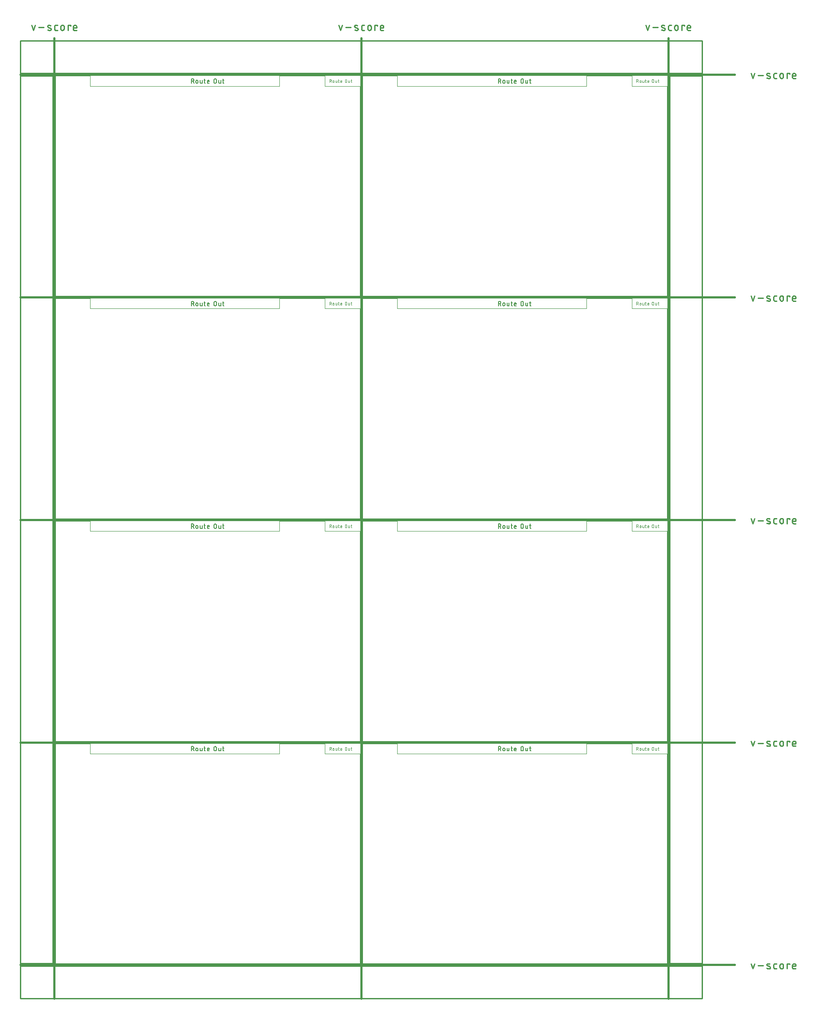
<source format=gko>
G04 EAGLE Gerber RS-274X export*
G75*
%MOMM*%
%FSLAX34Y34*%
%LPD*%
%IN*%
%IPPOS*%
%AMOC8*
5,1,8,0,0,1.08239X$1,22.5*%
G01*
%ADD10C,0.050000*%
%ADD11C,0.152400*%
%ADD12C,0.101600*%
%ADD13C,0.381000*%
%ADD14C,0.279400*%
%ADD15C,0.254000*%


D10*
X595000Y410000D02*
X595000Y0D01*
X0Y0D01*
X0Y430000D01*
X67500Y430000D01*
X67500Y410000D01*
X437500Y410000D01*
X437500Y430000D01*
X526500Y430000D01*
D11*
X265654Y424318D02*
X265654Y415682D01*
X265654Y424318D02*
X268053Y424318D01*
X268150Y424316D01*
X268246Y424310D01*
X268342Y424301D01*
X268438Y424287D01*
X268533Y424270D01*
X268627Y424248D01*
X268720Y424223D01*
X268813Y424195D01*
X268904Y424162D01*
X268993Y424126D01*
X269081Y424086D01*
X269168Y424043D01*
X269253Y423997D01*
X269335Y423947D01*
X269416Y423893D01*
X269494Y423837D01*
X269570Y423777D01*
X269644Y423715D01*
X269715Y423649D01*
X269783Y423581D01*
X269849Y423510D01*
X269911Y423436D01*
X269971Y423360D01*
X270027Y423282D01*
X270081Y423201D01*
X270131Y423119D01*
X270177Y423034D01*
X270220Y422947D01*
X270260Y422859D01*
X270296Y422770D01*
X270329Y422679D01*
X270357Y422586D01*
X270382Y422493D01*
X270404Y422399D01*
X270421Y422304D01*
X270435Y422208D01*
X270444Y422112D01*
X270450Y422016D01*
X270452Y421919D01*
X270450Y421822D01*
X270444Y421726D01*
X270435Y421630D01*
X270421Y421534D01*
X270404Y421439D01*
X270382Y421345D01*
X270357Y421252D01*
X270329Y421159D01*
X270296Y421068D01*
X270260Y420979D01*
X270220Y420891D01*
X270177Y420804D01*
X270131Y420720D01*
X270081Y420637D01*
X270027Y420556D01*
X269971Y420478D01*
X269911Y420402D01*
X269849Y420328D01*
X269783Y420257D01*
X269715Y420189D01*
X269644Y420123D01*
X269570Y420061D01*
X269494Y420001D01*
X269416Y419945D01*
X269335Y419891D01*
X269253Y419841D01*
X269168Y419795D01*
X269081Y419752D01*
X268993Y419712D01*
X268904Y419676D01*
X268813Y419643D01*
X268720Y419615D01*
X268627Y419590D01*
X268533Y419568D01*
X268438Y419551D01*
X268342Y419537D01*
X268246Y419528D01*
X268150Y419522D01*
X268053Y419520D01*
X265654Y419520D01*
X268532Y419520D02*
X270451Y415682D01*
X274583Y417601D02*
X274583Y419520D01*
X274585Y419606D01*
X274591Y419692D01*
X274600Y419778D01*
X274614Y419863D01*
X274631Y419947D01*
X274652Y420031D01*
X274677Y420113D01*
X274705Y420194D01*
X274737Y420274D01*
X274773Y420353D01*
X274812Y420429D01*
X274855Y420504D01*
X274900Y420577D01*
X274949Y420648D01*
X275002Y420716D01*
X275057Y420783D01*
X275115Y420846D01*
X275176Y420907D01*
X275239Y420965D01*
X275306Y421020D01*
X275374Y421073D01*
X275445Y421122D01*
X275518Y421167D01*
X275593Y421210D01*
X275669Y421249D01*
X275748Y421285D01*
X275828Y421317D01*
X275909Y421345D01*
X275991Y421370D01*
X276075Y421391D01*
X276159Y421408D01*
X276244Y421422D01*
X276330Y421431D01*
X276416Y421437D01*
X276502Y421439D01*
X276588Y421437D01*
X276674Y421431D01*
X276760Y421422D01*
X276845Y421408D01*
X276929Y421391D01*
X277013Y421370D01*
X277095Y421345D01*
X277176Y421317D01*
X277256Y421285D01*
X277335Y421249D01*
X277411Y421210D01*
X277486Y421167D01*
X277559Y421122D01*
X277630Y421073D01*
X277698Y421020D01*
X277765Y420965D01*
X277828Y420907D01*
X277889Y420846D01*
X277947Y420783D01*
X278002Y420716D01*
X278055Y420648D01*
X278104Y420577D01*
X278149Y420504D01*
X278192Y420429D01*
X278231Y420353D01*
X278267Y420274D01*
X278299Y420194D01*
X278327Y420113D01*
X278352Y420031D01*
X278373Y419947D01*
X278390Y419863D01*
X278404Y419778D01*
X278413Y419692D01*
X278419Y419606D01*
X278421Y419520D01*
X278421Y417601D01*
X278419Y417515D01*
X278413Y417429D01*
X278404Y417343D01*
X278390Y417258D01*
X278373Y417174D01*
X278352Y417090D01*
X278327Y417008D01*
X278299Y416927D01*
X278267Y416847D01*
X278231Y416768D01*
X278192Y416692D01*
X278149Y416617D01*
X278104Y416544D01*
X278055Y416473D01*
X278002Y416405D01*
X277947Y416338D01*
X277889Y416275D01*
X277828Y416214D01*
X277765Y416156D01*
X277698Y416101D01*
X277630Y416048D01*
X277559Y415999D01*
X277486Y415954D01*
X277411Y415911D01*
X277335Y415872D01*
X277256Y415836D01*
X277176Y415804D01*
X277095Y415776D01*
X277013Y415751D01*
X276929Y415730D01*
X276845Y415713D01*
X276760Y415699D01*
X276674Y415690D01*
X276588Y415684D01*
X276502Y415682D01*
X276416Y415684D01*
X276330Y415690D01*
X276244Y415699D01*
X276159Y415713D01*
X276075Y415730D01*
X275991Y415751D01*
X275909Y415776D01*
X275828Y415804D01*
X275748Y415836D01*
X275669Y415872D01*
X275593Y415911D01*
X275518Y415954D01*
X275445Y415999D01*
X275374Y416048D01*
X275306Y416101D01*
X275239Y416156D01*
X275176Y416214D01*
X275115Y416275D01*
X275057Y416338D01*
X275002Y416405D01*
X274949Y416473D01*
X274900Y416544D01*
X274855Y416617D01*
X274812Y416692D01*
X274773Y416768D01*
X274737Y416847D01*
X274705Y416927D01*
X274677Y417008D01*
X274652Y417090D01*
X274631Y417174D01*
X274614Y417258D01*
X274600Y417343D01*
X274591Y417429D01*
X274585Y417515D01*
X274583Y417601D01*
X282813Y417121D02*
X282813Y421439D01*
X282813Y417121D02*
X282815Y417046D01*
X282821Y416971D01*
X282831Y416896D01*
X282844Y416822D01*
X282862Y416749D01*
X282883Y416676D01*
X282909Y416605D01*
X282937Y416536D01*
X282970Y416468D01*
X283006Y416402D01*
X283045Y416337D01*
X283088Y416275D01*
X283134Y416215D01*
X283183Y416158D01*
X283234Y416103D01*
X283289Y416052D01*
X283346Y416003D01*
X283406Y415957D01*
X283468Y415914D01*
X283533Y415875D01*
X283599Y415839D01*
X283667Y415806D01*
X283736Y415778D01*
X283807Y415752D01*
X283880Y415731D01*
X283953Y415713D01*
X284027Y415700D01*
X284102Y415690D01*
X284177Y415684D01*
X284252Y415682D01*
X286651Y415682D01*
X286651Y421439D01*
X290197Y421439D02*
X293075Y421439D01*
X291156Y424318D02*
X291156Y417121D01*
X291158Y417048D01*
X291163Y416975D01*
X291173Y416903D01*
X291185Y416831D01*
X291202Y416760D01*
X291222Y416690D01*
X291246Y416621D01*
X291273Y416554D01*
X291303Y416487D01*
X291337Y416423D01*
X291374Y416360D01*
X291414Y416299D01*
X291457Y416240D01*
X291503Y416184D01*
X291552Y416130D01*
X291604Y416078D01*
X291658Y416029D01*
X291714Y415983D01*
X291773Y415940D01*
X291834Y415900D01*
X291897Y415863D01*
X291961Y415829D01*
X292028Y415799D01*
X292095Y415772D01*
X292164Y415748D01*
X292234Y415728D01*
X292305Y415711D01*
X292377Y415699D01*
X292449Y415689D01*
X292522Y415684D01*
X292595Y415682D01*
X292596Y415682D02*
X293075Y415682D01*
X298273Y415682D02*
X300672Y415682D01*
X298273Y415682D02*
X298198Y415684D01*
X298123Y415690D01*
X298048Y415700D01*
X297974Y415713D01*
X297901Y415731D01*
X297828Y415752D01*
X297757Y415778D01*
X297688Y415806D01*
X297620Y415839D01*
X297554Y415875D01*
X297489Y415914D01*
X297427Y415957D01*
X297367Y416003D01*
X297310Y416052D01*
X297255Y416103D01*
X297204Y416158D01*
X297155Y416215D01*
X297109Y416275D01*
X297066Y416337D01*
X297027Y416402D01*
X296991Y416468D01*
X296958Y416536D01*
X296930Y416605D01*
X296904Y416676D01*
X296883Y416749D01*
X296865Y416822D01*
X296852Y416896D01*
X296842Y416971D01*
X296836Y417046D01*
X296834Y417121D01*
X296833Y417121D02*
X296833Y419520D01*
X296834Y419520D02*
X296836Y419606D01*
X296842Y419692D01*
X296851Y419778D01*
X296865Y419863D01*
X296882Y419947D01*
X296903Y420031D01*
X296928Y420113D01*
X296956Y420194D01*
X296988Y420274D01*
X297024Y420353D01*
X297063Y420429D01*
X297106Y420504D01*
X297151Y420577D01*
X297200Y420648D01*
X297253Y420716D01*
X297308Y420783D01*
X297366Y420846D01*
X297427Y420907D01*
X297490Y420965D01*
X297557Y421020D01*
X297625Y421073D01*
X297696Y421122D01*
X297769Y421167D01*
X297844Y421210D01*
X297920Y421249D01*
X297999Y421285D01*
X298079Y421317D01*
X298160Y421345D01*
X298242Y421370D01*
X298326Y421391D01*
X298410Y421408D01*
X298495Y421422D01*
X298581Y421431D01*
X298667Y421437D01*
X298753Y421439D01*
X298839Y421437D01*
X298925Y421431D01*
X299011Y421422D01*
X299096Y421408D01*
X299180Y421391D01*
X299264Y421370D01*
X299346Y421345D01*
X299427Y421317D01*
X299507Y421285D01*
X299586Y421249D01*
X299662Y421210D01*
X299737Y421167D01*
X299810Y421122D01*
X299881Y421073D01*
X299949Y421020D01*
X300016Y420965D01*
X300079Y420907D01*
X300140Y420846D01*
X300198Y420783D01*
X300253Y420716D01*
X300306Y420648D01*
X300355Y420577D01*
X300400Y420504D01*
X300443Y420429D01*
X300482Y420353D01*
X300518Y420274D01*
X300550Y420194D01*
X300578Y420113D01*
X300603Y420031D01*
X300624Y419947D01*
X300641Y419863D01*
X300655Y419778D01*
X300664Y419692D01*
X300670Y419606D01*
X300672Y419520D01*
X300672Y418561D01*
X296833Y418561D01*
X309765Y418081D02*
X309765Y421919D01*
X309767Y422016D01*
X309773Y422112D01*
X309782Y422208D01*
X309796Y422304D01*
X309813Y422399D01*
X309835Y422493D01*
X309860Y422586D01*
X309888Y422679D01*
X309921Y422770D01*
X309957Y422859D01*
X309997Y422947D01*
X310040Y423034D01*
X310086Y423119D01*
X310136Y423201D01*
X310190Y423282D01*
X310246Y423360D01*
X310306Y423436D01*
X310368Y423510D01*
X310434Y423581D01*
X310502Y423649D01*
X310573Y423715D01*
X310647Y423777D01*
X310723Y423837D01*
X310801Y423893D01*
X310882Y423947D01*
X310965Y423997D01*
X311049Y424043D01*
X311136Y424086D01*
X311224Y424126D01*
X311313Y424162D01*
X311404Y424195D01*
X311497Y424223D01*
X311590Y424248D01*
X311684Y424270D01*
X311779Y424287D01*
X311875Y424301D01*
X311971Y424310D01*
X312067Y424316D01*
X312164Y424318D01*
X312261Y424316D01*
X312357Y424310D01*
X312453Y424301D01*
X312549Y424287D01*
X312644Y424270D01*
X312738Y424248D01*
X312831Y424223D01*
X312924Y424195D01*
X313015Y424162D01*
X313104Y424126D01*
X313192Y424086D01*
X313279Y424043D01*
X313364Y423997D01*
X313446Y423947D01*
X313527Y423893D01*
X313605Y423837D01*
X313681Y423777D01*
X313755Y423715D01*
X313826Y423649D01*
X313894Y423581D01*
X313960Y423510D01*
X314022Y423436D01*
X314082Y423360D01*
X314138Y423282D01*
X314192Y423201D01*
X314242Y423119D01*
X314288Y423034D01*
X314331Y422947D01*
X314371Y422859D01*
X314407Y422770D01*
X314440Y422679D01*
X314468Y422586D01*
X314493Y422493D01*
X314515Y422399D01*
X314532Y422304D01*
X314546Y422208D01*
X314555Y422112D01*
X314561Y422016D01*
X314563Y421919D01*
X314563Y418081D01*
X314561Y417984D01*
X314555Y417888D01*
X314546Y417792D01*
X314532Y417696D01*
X314515Y417601D01*
X314493Y417507D01*
X314468Y417414D01*
X314440Y417321D01*
X314407Y417230D01*
X314371Y417141D01*
X314331Y417053D01*
X314288Y416966D01*
X314242Y416882D01*
X314192Y416799D01*
X314138Y416718D01*
X314082Y416640D01*
X314022Y416564D01*
X313960Y416490D01*
X313894Y416419D01*
X313826Y416351D01*
X313755Y416285D01*
X313681Y416223D01*
X313605Y416163D01*
X313527Y416107D01*
X313446Y416053D01*
X313364Y416003D01*
X313279Y415957D01*
X313192Y415914D01*
X313104Y415874D01*
X313015Y415838D01*
X312924Y415805D01*
X312831Y415777D01*
X312738Y415752D01*
X312644Y415730D01*
X312549Y415713D01*
X312453Y415699D01*
X312357Y415690D01*
X312261Y415684D01*
X312164Y415682D01*
X312067Y415684D01*
X311971Y415690D01*
X311875Y415699D01*
X311779Y415713D01*
X311684Y415730D01*
X311590Y415752D01*
X311497Y415777D01*
X311404Y415805D01*
X311313Y415838D01*
X311224Y415874D01*
X311136Y415914D01*
X311049Y415957D01*
X310965Y416003D01*
X310882Y416053D01*
X310801Y416107D01*
X310723Y416163D01*
X310647Y416223D01*
X310573Y416285D01*
X310502Y416351D01*
X310434Y416419D01*
X310368Y416490D01*
X310306Y416564D01*
X310246Y416640D01*
X310190Y416718D01*
X310136Y416799D01*
X310086Y416882D01*
X310040Y416966D01*
X309997Y417053D01*
X309957Y417141D01*
X309921Y417230D01*
X309888Y417321D01*
X309860Y417414D01*
X309835Y417507D01*
X309813Y417601D01*
X309796Y417696D01*
X309782Y417792D01*
X309773Y417888D01*
X309767Y417984D01*
X309765Y418081D01*
X319084Y417121D02*
X319084Y421439D01*
X319084Y417121D02*
X319086Y417046D01*
X319092Y416971D01*
X319102Y416896D01*
X319115Y416822D01*
X319133Y416749D01*
X319154Y416676D01*
X319180Y416605D01*
X319208Y416536D01*
X319241Y416468D01*
X319277Y416402D01*
X319316Y416337D01*
X319359Y416275D01*
X319405Y416215D01*
X319454Y416158D01*
X319505Y416103D01*
X319560Y416052D01*
X319617Y416003D01*
X319677Y415957D01*
X319739Y415914D01*
X319804Y415875D01*
X319870Y415839D01*
X319938Y415806D01*
X320007Y415778D01*
X320078Y415752D01*
X320151Y415731D01*
X320224Y415713D01*
X320298Y415700D01*
X320373Y415690D01*
X320448Y415684D01*
X320523Y415682D01*
X322922Y415682D01*
X322922Y421439D01*
X326468Y421439D02*
X329346Y421439D01*
X327427Y424318D02*
X327427Y417121D01*
X327428Y417121D02*
X327430Y417048D01*
X327435Y416975D01*
X327445Y416903D01*
X327457Y416831D01*
X327474Y416760D01*
X327494Y416690D01*
X327518Y416621D01*
X327545Y416554D01*
X327575Y416487D01*
X327609Y416423D01*
X327646Y416360D01*
X327686Y416299D01*
X327729Y416240D01*
X327775Y416184D01*
X327824Y416130D01*
X327876Y416078D01*
X327930Y416029D01*
X327986Y415983D01*
X328045Y415940D01*
X328106Y415900D01*
X328169Y415863D01*
X328233Y415829D01*
X328300Y415799D01*
X328367Y415772D01*
X328436Y415748D01*
X328506Y415728D01*
X328577Y415711D01*
X328649Y415699D01*
X328721Y415689D01*
X328794Y415684D01*
X328867Y415682D01*
X329346Y415682D01*
D10*
X526500Y410000D02*
X526500Y430000D01*
X526500Y410000D02*
X595000Y410000D01*
D12*
X535550Y417008D02*
X535550Y422992D01*
X537212Y422992D01*
X537292Y422990D01*
X537372Y422984D01*
X537452Y422975D01*
X537531Y422961D01*
X537610Y422944D01*
X537687Y422923D01*
X537764Y422898D01*
X537839Y422869D01*
X537912Y422837D01*
X537984Y422802D01*
X538055Y422763D01*
X538123Y422720D01*
X538189Y422675D01*
X538253Y422626D01*
X538314Y422574D01*
X538373Y422519D01*
X538429Y422462D01*
X538482Y422402D01*
X538533Y422339D01*
X538580Y422274D01*
X538624Y422207D01*
X538665Y422138D01*
X538702Y422067D01*
X538736Y421994D01*
X538766Y421919D01*
X538793Y421844D01*
X538816Y421767D01*
X538835Y421689D01*
X538850Y421610D01*
X538862Y421530D01*
X538870Y421450D01*
X538874Y421370D01*
X538874Y421290D01*
X538870Y421210D01*
X538862Y421130D01*
X538850Y421050D01*
X538835Y420971D01*
X538816Y420893D01*
X538793Y420816D01*
X538766Y420741D01*
X538736Y420666D01*
X538702Y420593D01*
X538665Y420522D01*
X538624Y420453D01*
X538580Y420386D01*
X538533Y420321D01*
X538482Y420258D01*
X538429Y420198D01*
X538373Y420141D01*
X538314Y420086D01*
X538253Y420034D01*
X538189Y419985D01*
X538123Y419940D01*
X538055Y419897D01*
X537984Y419858D01*
X537912Y419823D01*
X537839Y419791D01*
X537764Y419762D01*
X537687Y419737D01*
X537610Y419716D01*
X537531Y419699D01*
X537452Y419685D01*
X537372Y419676D01*
X537292Y419670D01*
X537212Y419668D01*
X535550Y419668D01*
X537544Y419668D02*
X538874Y417008D01*
X541705Y418338D02*
X541705Y419668D01*
X541707Y419740D01*
X541713Y419812D01*
X541723Y419883D01*
X541736Y419954D01*
X541753Y420024D01*
X541775Y420093D01*
X541799Y420160D01*
X541828Y420226D01*
X541860Y420291D01*
X541895Y420354D01*
X541934Y420414D01*
X541976Y420473D01*
X542021Y420529D01*
X542069Y420583D01*
X542120Y420634D01*
X542174Y420682D01*
X542230Y420727D01*
X542289Y420769D01*
X542349Y420808D01*
X542412Y420843D01*
X542477Y420875D01*
X542543Y420904D01*
X542610Y420928D01*
X542679Y420950D01*
X542749Y420967D01*
X542820Y420980D01*
X542891Y420990D01*
X542963Y420996D01*
X543035Y420998D01*
X543107Y420996D01*
X543179Y420990D01*
X543250Y420980D01*
X543321Y420967D01*
X543391Y420950D01*
X543460Y420928D01*
X543527Y420904D01*
X543593Y420875D01*
X543658Y420843D01*
X543721Y420808D01*
X543781Y420769D01*
X543840Y420727D01*
X543896Y420682D01*
X543950Y420634D01*
X544001Y420583D01*
X544049Y420529D01*
X544094Y420473D01*
X544136Y420414D01*
X544175Y420354D01*
X544210Y420291D01*
X544242Y420226D01*
X544271Y420160D01*
X544295Y420093D01*
X544317Y420024D01*
X544334Y419954D01*
X544347Y419883D01*
X544357Y419812D01*
X544363Y419740D01*
X544365Y419668D01*
X544365Y418338D01*
X544363Y418266D01*
X544357Y418194D01*
X544347Y418123D01*
X544334Y418052D01*
X544317Y417982D01*
X544295Y417913D01*
X544271Y417846D01*
X544242Y417780D01*
X544210Y417715D01*
X544175Y417652D01*
X544136Y417592D01*
X544094Y417533D01*
X544049Y417477D01*
X544001Y417423D01*
X543950Y417372D01*
X543896Y417324D01*
X543840Y417279D01*
X543781Y417237D01*
X543721Y417198D01*
X543658Y417163D01*
X543593Y417131D01*
X543527Y417102D01*
X543460Y417078D01*
X543391Y417056D01*
X543321Y417039D01*
X543250Y417026D01*
X543179Y417016D01*
X543107Y417010D01*
X543035Y417008D01*
X542963Y417010D01*
X542891Y417016D01*
X542820Y417026D01*
X542749Y417039D01*
X542679Y417056D01*
X542610Y417078D01*
X542543Y417102D01*
X542477Y417131D01*
X542412Y417163D01*
X542349Y417198D01*
X542289Y417237D01*
X542230Y417279D01*
X542174Y417324D01*
X542120Y417372D01*
X542069Y417423D01*
X542021Y417477D01*
X541976Y417533D01*
X541934Y417592D01*
X541895Y417652D01*
X541860Y417715D01*
X541828Y417780D01*
X541799Y417846D01*
X541775Y417913D01*
X541753Y417982D01*
X541736Y418052D01*
X541723Y418123D01*
X541713Y418194D01*
X541707Y418266D01*
X541705Y418338D01*
X547375Y418005D02*
X547375Y420997D01*
X547375Y418005D02*
X547377Y417945D01*
X547382Y417885D01*
X547391Y417825D01*
X547404Y417766D01*
X547420Y417708D01*
X547440Y417651D01*
X547463Y417596D01*
X547489Y417542D01*
X547519Y417489D01*
X547551Y417439D01*
X547587Y417390D01*
X547626Y417344D01*
X547667Y417300D01*
X547711Y417259D01*
X547757Y417220D01*
X547806Y417184D01*
X547856Y417152D01*
X547909Y417122D01*
X547963Y417096D01*
X548018Y417073D01*
X548075Y417053D01*
X548133Y417037D01*
X548192Y417024D01*
X548252Y417015D01*
X548312Y417010D01*
X548372Y417008D01*
X550035Y417008D01*
X550035Y420997D01*
X552466Y420997D02*
X554460Y420997D01*
X553131Y422992D02*
X553131Y418005D01*
X553133Y417945D01*
X553138Y417885D01*
X553147Y417825D01*
X553160Y417766D01*
X553176Y417708D01*
X553196Y417651D01*
X553219Y417596D01*
X553245Y417542D01*
X553275Y417489D01*
X553307Y417439D01*
X553343Y417390D01*
X553382Y417344D01*
X553423Y417300D01*
X553467Y417259D01*
X553513Y417220D01*
X553562Y417184D01*
X553612Y417152D01*
X553665Y417122D01*
X553719Y417096D01*
X553774Y417073D01*
X553831Y417053D01*
X553889Y417037D01*
X553948Y417024D01*
X554008Y417015D01*
X554068Y417010D01*
X554128Y417008D01*
X554460Y417008D01*
X558032Y417008D02*
X559694Y417008D01*
X558032Y417008D02*
X557972Y417010D01*
X557912Y417015D01*
X557852Y417024D01*
X557793Y417037D01*
X557735Y417053D01*
X557678Y417073D01*
X557623Y417096D01*
X557569Y417122D01*
X557516Y417152D01*
X557466Y417184D01*
X557417Y417220D01*
X557371Y417259D01*
X557327Y417300D01*
X557286Y417344D01*
X557247Y417390D01*
X557211Y417439D01*
X557179Y417489D01*
X557149Y417542D01*
X557123Y417596D01*
X557100Y417651D01*
X557080Y417708D01*
X557064Y417766D01*
X557051Y417825D01*
X557042Y417885D01*
X557037Y417945D01*
X557035Y418005D01*
X557035Y419668D01*
X557037Y419740D01*
X557043Y419812D01*
X557053Y419883D01*
X557066Y419954D01*
X557083Y420024D01*
X557105Y420093D01*
X557129Y420160D01*
X557158Y420226D01*
X557190Y420291D01*
X557225Y420354D01*
X557264Y420414D01*
X557306Y420473D01*
X557351Y420529D01*
X557399Y420583D01*
X557450Y420634D01*
X557504Y420682D01*
X557560Y420727D01*
X557619Y420769D01*
X557679Y420808D01*
X557742Y420843D01*
X557807Y420875D01*
X557873Y420904D01*
X557940Y420928D01*
X558009Y420950D01*
X558079Y420967D01*
X558150Y420980D01*
X558221Y420990D01*
X558293Y420996D01*
X558365Y420998D01*
X558437Y420996D01*
X558509Y420990D01*
X558580Y420980D01*
X558651Y420967D01*
X558721Y420950D01*
X558790Y420928D01*
X558857Y420904D01*
X558923Y420875D01*
X558988Y420843D01*
X559051Y420808D01*
X559111Y420769D01*
X559170Y420727D01*
X559226Y420682D01*
X559280Y420634D01*
X559331Y420583D01*
X559379Y420529D01*
X559424Y420473D01*
X559466Y420414D01*
X559505Y420354D01*
X559540Y420291D01*
X559572Y420226D01*
X559601Y420160D01*
X559625Y420093D01*
X559647Y420024D01*
X559664Y419954D01*
X559677Y419883D01*
X559687Y419812D01*
X559693Y419740D01*
X559695Y419668D01*
X559694Y419668D02*
X559694Y419003D01*
X557035Y419003D01*
X565942Y418670D02*
X565942Y421330D01*
X565943Y421330D02*
X565945Y421410D01*
X565951Y421490D01*
X565960Y421570D01*
X565974Y421649D01*
X565991Y421728D01*
X566012Y421805D01*
X566037Y421882D01*
X566066Y421957D01*
X566098Y422030D01*
X566133Y422102D01*
X566172Y422173D01*
X566215Y422241D01*
X566260Y422307D01*
X566309Y422371D01*
X566361Y422432D01*
X566416Y422491D01*
X566473Y422547D01*
X566533Y422600D01*
X566596Y422651D01*
X566661Y422698D01*
X566728Y422742D01*
X566797Y422783D01*
X566868Y422820D01*
X566941Y422854D01*
X567016Y422884D01*
X567091Y422911D01*
X567168Y422934D01*
X567246Y422953D01*
X567325Y422968D01*
X567405Y422980D01*
X567485Y422988D01*
X567565Y422992D01*
X567645Y422992D01*
X567725Y422988D01*
X567805Y422980D01*
X567885Y422968D01*
X567964Y422953D01*
X568042Y422934D01*
X568119Y422911D01*
X568194Y422884D01*
X568269Y422854D01*
X568342Y422820D01*
X568413Y422783D01*
X568482Y422742D01*
X568549Y422698D01*
X568614Y422651D01*
X568677Y422600D01*
X568737Y422547D01*
X568794Y422491D01*
X568849Y422432D01*
X568901Y422371D01*
X568950Y422307D01*
X568995Y422241D01*
X569038Y422173D01*
X569077Y422102D01*
X569112Y422030D01*
X569144Y421957D01*
X569173Y421882D01*
X569198Y421805D01*
X569219Y421728D01*
X569236Y421649D01*
X569250Y421570D01*
X569259Y421490D01*
X569265Y421410D01*
X569267Y421330D01*
X569267Y418670D01*
X569265Y418590D01*
X569259Y418510D01*
X569250Y418430D01*
X569236Y418351D01*
X569219Y418272D01*
X569198Y418195D01*
X569173Y418118D01*
X569144Y418043D01*
X569112Y417970D01*
X569077Y417898D01*
X569038Y417827D01*
X568995Y417759D01*
X568950Y417693D01*
X568901Y417629D01*
X568849Y417568D01*
X568794Y417509D01*
X568737Y417453D01*
X568677Y417400D01*
X568614Y417349D01*
X568549Y417302D01*
X568482Y417258D01*
X568413Y417217D01*
X568342Y417180D01*
X568269Y417146D01*
X568194Y417116D01*
X568119Y417089D01*
X568042Y417066D01*
X567964Y417047D01*
X567885Y417032D01*
X567805Y417020D01*
X567725Y417012D01*
X567645Y417008D01*
X567565Y417008D01*
X567485Y417012D01*
X567405Y417020D01*
X567325Y417032D01*
X567246Y417047D01*
X567168Y417066D01*
X567091Y417089D01*
X567016Y417116D01*
X566941Y417146D01*
X566868Y417180D01*
X566797Y417217D01*
X566728Y417258D01*
X566661Y417302D01*
X566596Y417349D01*
X566533Y417400D01*
X566473Y417453D01*
X566416Y417509D01*
X566361Y417568D01*
X566309Y417629D01*
X566260Y417693D01*
X566215Y417759D01*
X566172Y417827D01*
X566133Y417898D01*
X566098Y417970D01*
X566066Y418043D01*
X566037Y418118D01*
X566012Y418195D01*
X565991Y418272D01*
X565974Y418351D01*
X565960Y418430D01*
X565951Y418510D01*
X565945Y418590D01*
X565943Y418670D01*
X572365Y418005D02*
X572365Y420997D01*
X572365Y418005D02*
X572367Y417945D01*
X572372Y417885D01*
X572381Y417825D01*
X572394Y417766D01*
X572410Y417708D01*
X572430Y417651D01*
X572453Y417596D01*
X572479Y417542D01*
X572509Y417489D01*
X572541Y417439D01*
X572577Y417390D01*
X572616Y417344D01*
X572657Y417300D01*
X572701Y417259D01*
X572747Y417220D01*
X572796Y417184D01*
X572846Y417152D01*
X572899Y417122D01*
X572953Y417096D01*
X573008Y417073D01*
X573065Y417053D01*
X573123Y417037D01*
X573182Y417024D01*
X573242Y417015D01*
X573302Y417010D01*
X573362Y417008D01*
X575024Y417008D01*
X575024Y420997D01*
X577456Y420997D02*
X579450Y420997D01*
X578121Y422992D02*
X578121Y418005D01*
X578123Y417945D01*
X578128Y417885D01*
X578137Y417825D01*
X578150Y417766D01*
X578166Y417708D01*
X578186Y417651D01*
X578209Y417596D01*
X578235Y417542D01*
X578265Y417489D01*
X578297Y417439D01*
X578333Y417390D01*
X578372Y417344D01*
X578413Y417300D01*
X578457Y417259D01*
X578503Y417220D01*
X578552Y417184D01*
X578602Y417152D01*
X578655Y417122D01*
X578709Y417096D01*
X578764Y417073D01*
X578821Y417053D01*
X578879Y417037D01*
X578938Y417024D01*
X578998Y417015D01*
X579058Y417010D01*
X579118Y417008D01*
X579450Y417008D01*
D10*
X1195075Y410000D02*
X1195075Y0D01*
X600075Y0D01*
X600075Y430000D01*
X667575Y430000D01*
X667575Y410000D01*
X1037575Y410000D01*
X1037575Y430000D01*
X1126575Y430000D01*
D11*
X865729Y424318D02*
X865729Y415682D01*
X865729Y424318D02*
X868128Y424318D01*
X868225Y424316D01*
X868321Y424310D01*
X868417Y424301D01*
X868513Y424287D01*
X868608Y424270D01*
X868702Y424248D01*
X868795Y424223D01*
X868888Y424195D01*
X868979Y424162D01*
X869068Y424126D01*
X869156Y424086D01*
X869243Y424043D01*
X869328Y423997D01*
X869410Y423947D01*
X869491Y423893D01*
X869569Y423837D01*
X869645Y423777D01*
X869719Y423715D01*
X869790Y423649D01*
X869858Y423581D01*
X869924Y423510D01*
X869986Y423436D01*
X870046Y423360D01*
X870102Y423282D01*
X870156Y423201D01*
X870206Y423119D01*
X870252Y423034D01*
X870295Y422947D01*
X870335Y422859D01*
X870371Y422770D01*
X870404Y422679D01*
X870432Y422586D01*
X870457Y422493D01*
X870479Y422399D01*
X870496Y422304D01*
X870510Y422208D01*
X870519Y422112D01*
X870525Y422016D01*
X870527Y421919D01*
X870525Y421822D01*
X870519Y421726D01*
X870510Y421630D01*
X870496Y421534D01*
X870479Y421439D01*
X870457Y421345D01*
X870432Y421252D01*
X870404Y421159D01*
X870371Y421068D01*
X870335Y420979D01*
X870295Y420891D01*
X870252Y420804D01*
X870206Y420720D01*
X870156Y420637D01*
X870102Y420556D01*
X870046Y420478D01*
X869986Y420402D01*
X869924Y420328D01*
X869858Y420257D01*
X869790Y420189D01*
X869719Y420123D01*
X869645Y420061D01*
X869569Y420001D01*
X869491Y419945D01*
X869410Y419891D01*
X869328Y419841D01*
X869243Y419795D01*
X869156Y419752D01*
X869068Y419712D01*
X868979Y419676D01*
X868888Y419643D01*
X868795Y419615D01*
X868702Y419590D01*
X868608Y419568D01*
X868513Y419551D01*
X868417Y419537D01*
X868321Y419528D01*
X868225Y419522D01*
X868128Y419520D01*
X865729Y419520D01*
X868607Y419520D02*
X870526Y415682D01*
X874658Y417601D02*
X874658Y419520D01*
X874660Y419606D01*
X874666Y419692D01*
X874675Y419778D01*
X874689Y419863D01*
X874706Y419947D01*
X874727Y420031D01*
X874752Y420113D01*
X874780Y420194D01*
X874812Y420274D01*
X874848Y420353D01*
X874887Y420429D01*
X874930Y420504D01*
X874975Y420577D01*
X875024Y420648D01*
X875077Y420716D01*
X875132Y420783D01*
X875190Y420846D01*
X875251Y420907D01*
X875314Y420965D01*
X875381Y421020D01*
X875449Y421073D01*
X875520Y421122D01*
X875593Y421167D01*
X875668Y421210D01*
X875744Y421249D01*
X875823Y421285D01*
X875903Y421317D01*
X875984Y421345D01*
X876066Y421370D01*
X876150Y421391D01*
X876234Y421408D01*
X876319Y421422D01*
X876405Y421431D01*
X876491Y421437D01*
X876577Y421439D01*
X876663Y421437D01*
X876749Y421431D01*
X876835Y421422D01*
X876920Y421408D01*
X877004Y421391D01*
X877088Y421370D01*
X877170Y421345D01*
X877251Y421317D01*
X877331Y421285D01*
X877410Y421249D01*
X877486Y421210D01*
X877561Y421167D01*
X877634Y421122D01*
X877705Y421073D01*
X877773Y421020D01*
X877840Y420965D01*
X877903Y420907D01*
X877964Y420846D01*
X878022Y420783D01*
X878077Y420716D01*
X878130Y420648D01*
X878179Y420577D01*
X878224Y420504D01*
X878267Y420429D01*
X878306Y420353D01*
X878342Y420274D01*
X878374Y420194D01*
X878402Y420113D01*
X878427Y420031D01*
X878448Y419947D01*
X878465Y419863D01*
X878479Y419778D01*
X878488Y419692D01*
X878494Y419606D01*
X878496Y419520D01*
X878496Y417601D01*
X878494Y417515D01*
X878488Y417429D01*
X878479Y417343D01*
X878465Y417258D01*
X878448Y417174D01*
X878427Y417090D01*
X878402Y417008D01*
X878374Y416927D01*
X878342Y416847D01*
X878306Y416768D01*
X878267Y416692D01*
X878224Y416617D01*
X878179Y416544D01*
X878130Y416473D01*
X878077Y416405D01*
X878022Y416338D01*
X877964Y416275D01*
X877903Y416214D01*
X877840Y416156D01*
X877773Y416101D01*
X877705Y416048D01*
X877634Y415999D01*
X877561Y415954D01*
X877486Y415911D01*
X877410Y415872D01*
X877331Y415836D01*
X877251Y415804D01*
X877170Y415776D01*
X877088Y415751D01*
X877004Y415730D01*
X876920Y415713D01*
X876835Y415699D01*
X876749Y415690D01*
X876663Y415684D01*
X876577Y415682D01*
X876491Y415684D01*
X876405Y415690D01*
X876319Y415699D01*
X876234Y415713D01*
X876150Y415730D01*
X876066Y415751D01*
X875984Y415776D01*
X875903Y415804D01*
X875823Y415836D01*
X875744Y415872D01*
X875668Y415911D01*
X875593Y415954D01*
X875520Y415999D01*
X875449Y416048D01*
X875381Y416101D01*
X875314Y416156D01*
X875251Y416214D01*
X875190Y416275D01*
X875132Y416338D01*
X875077Y416405D01*
X875024Y416473D01*
X874975Y416544D01*
X874930Y416617D01*
X874887Y416692D01*
X874848Y416768D01*
X874812Y416847D01*
X874780Y416927D01*
X874752Y417008D01*
X874727Y417090D01*
X874706Y417174D01*
X874689Y417258D01*
X874675Y417343D01*
X874666Y417429D01*
X874660Y417515D01*
X874658Y417601D01*
X882888Y417121D02*
X882888Y421439D01*
X882888Y417121D02*
X882890Y417046D01*
X882896Y416971D01*
X882906Y416896D01*
X882919Y416822D01*
X882937Y416749D01*
X882958Y416676D01*
X882984Y416605D01*
X883012Y416536D01*
X883045Y416468D01*
X883081Y416402D01*
X883120Y416337D01*
X883163Y416275D01*
X883209Y416215D01*
X883258Y416158D01*
X883309Y416103D01*
X883364Y416052D01*
X883421Y416003D01*
X883481Y415957D01*
X883543Y415914D01*
X883608Y415875D01*
X883674Y415839D01*
X883742Y415806D01*
X883811Y415778D01*
X883882Y415752D01*
X883955Y415731D01*
X884028Y415713D01*
X884102Y415700D01*
X884177Y415690D01*
X884252Y415684D01*
X884327Y415682D01*
X886726Y415682D01*
X886726Y421439D01*
X890272Y421439D02*
X893150Y421439D01*
X891231Y424318D02*
X891231Y417121D01*
X891233Y417048D01*
X891238Y416975D01*
X891248Y416903D01*
X891260Y416831D01*
X891277Y416760D01*
X891297Y416690D01*
X891321Y416621D01*
X891348Y416554D01*
X891378Y416487D01*
X891412Y416423D01*
X891449Y416360D01*
X891489Y416299D01*
X891532Y416240D01*
X891578Y416184D01*
X891627Y416130D01*
X891679Y416078D01*
X891733Y416029D01*
X891789Y415983D01*
X891848Y415940D01*
X891909Y415900D01*
X891972Y415863D01*
X892036Y415829D01*
X892103Y415799D01*
X892170Y415772D01*
X892239Y415748D01*
X892309Y415728D01*
X892380Y415711D01*
X892452Y415699D01*
X892524Y415689D01*
X892597Y415684D01*
X892670Y415682D01*
X892671Y415682D02*
X893150Y415682D01*
X898348Y415682D02*
X900747Y415682D01*
X898348Y415682D02*
X898273Y415684D01*
X898198Y415690D01*
X898123Y415700D01*
X898049Y415713D01*
X897976Y415731D01*
X897903Y415752D01*
X897832Y415778D01*
X897763Y415806D01*
X897695Y415839D01*
X897629Y415875D01*
X897564Y415914D01*
X897502Y415957D01*
X897442Y416003D01*
X897385Y416052D01*
X897330Y416103D01*
X897279Y416158D01*
X897230Y416215D01*
X897184Y416275D01*
X897141Y416337D01*
X897102Y416402D01*
X897066Y416468D01*
X897033Y416536D01*
X897005Y416605D01*
X896979Y416676D01*
X896958Y416749D01*
X896940Y416822D01*
X896927Y416896D01*
X896917Y416971D01*
X896911Y417046D01*
X896909Y417121D01*
X896908Y417121D02*
X896908Y419520D01*
X896909Y419520D02*
X896911Y419606D01*
X896917Y419692D01*
X896926Y419778D01*
X896940Y419863D01*
X896957Y419947D01*
X896978Y420031D01*
X897003Y420113D01*
X897031Y420194D01*
X897063Y420274D01*
X897099Y420353D01*
X897138Y420429D01*
X897181Y420504D01*
X897226Y420577D01*
X897275Y420648D01*
X897328Y420716D01*
X897383Y420783D01*
X897441Y420846D01*
X897502Y420907D01*
X897565Y420965D01*
X897632Y421020D01*
X897700Y421073D01*
X897771Y421122D01*
X897844Y421167D01*
X897919Y421210D01*
X897995Y421249D01*
X898074Y421285D01*
X898154Y421317D01*
X898235Y421345D01*
X898317Y421370D01*
X898401Y421391D01*
X898485Y421408D01*
X898570Y421422D01*
X898656Y421431D01*
X898742Y421437D01*
X898828Y421439D01*
X898914Y421437D01*
X899000Y421431D01*
X899086Y421422D01*
X899171Y421408D01*
X899255Y421391D01*
X899339Y421370D01*
X899421Y421345D01*
X899502Y421317D01*
X899582Y421285D01*
X899661Y421249D01*
X899737Y421210D01*
X899812Y421167D01*
X899885Y421122D01*
X899956Y421073D01*
X900024Y421020D01*
X900091Y420965D01*
X900154Y420907D01*
X900215Y420846D01*
X900273Y420783D01*
X900328Y420716D01*
X900381Y420648D01*
X900430Y420577D01*
X900475Y420504D01*
X900518Y420429D01*
X900557Y420353D01*
X900593Y420274D01*
X900625Y420194D01*
X900653Y420113D01*
X900678Y420031D01*
X900699Y419947D01*
X900716Y419863D01*
X900730Y419778D01*
X900739Y419692D01*
X900745Y419606D01*
X900747Y419520D01*
X900747Y418561D01*
X896908Y418561D01*
X909840Y418081D02*
X909840Y421919D01*
X909842Y422016D01*
X909848Y422112D01*
X909857Y422208D01*
X909871Y422304D01*
X909888Y422399D01*
X909910Y422493D01*
X909935Y422586D01*
X909963Y422679D01*
X909996Y422770D01*
X910032Y422859D01*
X910072Y422947D01*
X910115Y423034D01*
X910161Y423119D01*
X910211Y423201D01*
X910265Y423282D01*
X910321Y423360D01*
X910381Y423436D01*
X910443Y423510D01*
X910509Y423581D01*
X910577Y423649D01*
X910648Y423715D01*
X910722Y423777D01*
X910798Y423837D01*
X910876Y423893D01*
X910957Y423947D01*
X911040Y423997D01*
X911124Y424043D01*
X911211Y424086D01*
X911299Y424126D01*
X911388Y424162D01*
X911479Y424195D01*
X911572Y424223D01*
X911665Y424248D01*
X911759Y424270D01*
X911854Y424287D01*
X911950Y424301D01*
X912046Y424310D01*
X912142Y424316D01*
X912239Y424318D01*
X912336Y424316D01*
X912432Y424310D01*
X912528Y424301D01*
X912624Y424287D01*
X912719Y424270D01*
X912813Y424248D01*
X912906Y424223D01*
X912999Y424195D01*
X913090Y424162D01*
X913179Y424126D01*
X913267Y424086D01*
X913354Y424043D01*
X913439Y423997D01*
X913521Y423947D01*
X913602Y423893D01*
X913680Y423837D01*
X913756Y423777D01*
X913830Y423715D01*
X913901Y423649D01*
X913969Y423581D01*
X914035Y423510D01*
X914097Y423436D01*
X914157Y423360D01*
X914213Y423282D01*
X914267Y423201D01*
X914317Y423119D01*
X914363Y423034D01*
X914406Y422947D01*
X914446Y422859D01*
X914482Y422770D01*
X914515Y422679D01*
X914543Y422586D01*
X914568Y422493D01*
X914590Y422399D01*
X914607Y422304D01*
X914621Y422208D01*
X914630Y422112D01*
X914636Y422016D01*
X914638Y421919D01*
X914638Y418081D01*
X914636Y417984D01*
X914630Y417888D01*
X914621Y417792D01*
X914607Y417696D01*
X914590Y417601D01*
X914568Y417507D01*
X914543Y417414D01*
X914515Y417321D01*
X914482Y417230D01*
X914446Y417141D01*
X914406Y417053D01*
X914363Y416966D01*
X914317Y416882D01*
X914267Y416799D01*
X914213Y416718D01*
X914157Y416640D01*
X914097Y416564D01*
X914035Y416490D01*
X913969Y416419D01*
X913901Y416351D01*
X913830Y416285D01*
X913756Y416223D01*
X913680Y416163D01*
X913602Y416107D01*
X913521Y416053D01*
X913439Y416003D01*
X913354Y415957D01*
X913267Y415914D01*
X913179Y415874D01*
X913090Y415838D01*
X912999Y415805D01*
X912906Y415777D01*
X912813Y415752D01*
X912719Y415730D01*
X912624Y415713D01*
X912528Y415699D01*
X912432Y415690D01*
X912336Y415684D01*
X912239Y415682D01*
X912142Y415684D01*
X912046Y415690D01*
X911950Y415699D01*
X911854Y415713D01*
X911759Y415730D01*
X911665Y415752D01*
X911572Y415777D01*
X911479Y415805D01*
X911388Y415838D01*
X911299Y415874D01*
X911211Y415914D01*
X911124Y415957D01*
X911040Y416003D01*
X910957Y416053D01*
X910876Y416107D01*
X910798Y416163D01*
X910722Y416223D01*
X910648Y416285D01*
X910577Y416351D01*
X910509Y416419D01*
X910443Y416490D01*
X910381Y416564D01*
X910321Y416640D01*
X910265Y416718D01*
X910211Y416799D01*
X910161Y416882D01*
X910115Y416966D01*
X910072Y417053D01*
X910032Y417141D01*
X909996Y417230D01*
X909963Y417321D01*
X909935Y417414D01*
X909910Y417507D01*
X909888Y417601D01*
X909871Y417696D01*
X909857Y417792D01*
X909848Y417888D01*
X909842Y417984D01*
X909840Y418081D01*
X919159Y417121D02*
X919159Y421439D01*
X919159Y417121D02*
X919161Y417046D01*
X919167Y416971D01*
X919177Y416896D01*
X919190Y416822D01*
X919208Y416749D01*
X919229Y416676D01*
X919255Y416605D01*
X919283Y416536D01*
X919316Y416468D01*
X919352Y416402D01*
X919391Y416337D01*
X919434Y416275D01*
X919480Y416215D01*
X919529Y416158D01*
X919580Y416103D01*
X919635Y416052D01*
X919692Y416003D01*
X919752Y415957D01*
X919814Y415914D01*
X919879Y415875D01*
X919945Y415839D01*
X920013Y415806D01*
X920082Y415778D01*
X920153Y415752D01*
X920226Y415731D01*
X920299Y415713D01*
X920373Y415700D01*
X920448Y415690D01*
X920523Y415684D01*
X920598Y415682D01*
X922997Y415682D01*
X922997Y421439D01*
X926543Y421439D02*
X929421Y421439D01*
X927502Y424318D02*
X927502Y417121D01*
X927503Y417121D02*
X927505Y417048D01*
X927510Y416975D01*
X927520Y416903D01*
X927532Y416831D01*
X927549Y416760D01*
X927569Y416690D01*
X927593Y416621D01*
X927620Y416554D01*
X927650Y416487D01*
X927684Y416423D01*
X927721Y416360D01*
X927761Y416299D01*
X927804Y416240D01*
X927850Y416184D01*
X927899Y416130D01*
X927951Y416078D01*
X928005Y416029D01*
X928061Y415983D01*
X928120Y415940D01*
X928181Y415900D01*
X928244Y415863D01*
X928308Y415829D01*
X928375Y415799D01*
X928442Y415772D01*
X928511Y415748D01*
X928581Y415728D01*
X928652Y415711D01*
X928724Y415699D01*
X928796Y415689D01*
X928869Y415684D01*
X928942Y415682D01*
X929421Y415682D01*
D10*
X1126575Y410000D02*
X1126575Y430000D01*
X1126575Y410000D02*
X1195075Y410000D01*
D12*
X1135625Y417008D02*
X1135625Y422992D01*
X1137287Y422992D01*
X1137367Y422990D01*
X1137447Y422984D01*
X1137527Y422975D01*
X1137606Y422961D01*
X1137685Y422944D01*
X1137762Y422923D01*
X1137839Y422898D01*
X1137914Y422869D01*
X1137987Y422837D01*
X1138059Y422802D01*
X1138130Y422763D01*
X1138198Y422720D01*
X1138264Y422675D01*
X1138328Y422626D01*
X1138389Y422574D01*
X1138448Y422519D01*
X1138504Y422462D01*
X1138557Y422402D01*
X1138608Y422339D01*
X1138655Y422274D01*
X1138699Y422207D01*
X1138740Y422138D01*
X1138777Y422067D01*
X1138811Y421994D01*
X1138841Y421919D01*
X1138868Y421844D01*
X1138891Y421767D01*
X1138910Y421689D01*
X1138925Y421610D01*
X1138937Y421530D01*
X1138945Y421450D01*
X1138949Y421370D01*
X1138949Y421290D01*
X1138945Y421210D01*
X1138937Y421130D01*
X1138925Y421050D01*
X1138910Y420971D01*
X1138891Y420893D01*
X1138868Y420816D01*
X1138841Y420741D01*
X1138811Y420666D01*
X1138777Y420593D01*
X1138740Y420522D01*
X1138699Y420453D01*
X1138655Y420386D01*
X1138608Y420321D01*
X1138557Y420258D01*
X1138504Y420198D01*
X1138448Y420141D01*
X1138389Y420086D01*
X1138328Y420034D01*
X1138264Y419985D01*
X1138198Y419940D01*
X1138130Y419897D01*
X1138059Y419858D01*
X1137987Y419823D01*
X1137914Y419791D01*
X1137839Y419762D01*
X1137762Y419737D01*
X1137685Y419716D01*
X1137606Y419699D01*
X1137527Y419685D01*
X1137447Y419676D01*
X1137367Y419670D01*
X1137287Y419668D01*
X1135625Y419668D01*
X1137619Y419668D02*
X1138949Y417008D01*
X1141780Y418338D02*
X1141780Y419668D01*
X1141782Y419740D01*
X1141788Y419812D01*
X1141798Y419883D01*
X1141811Y419954D01*
X1141828Y420024D01*
X1141850Y420093D01*
X1141874Y420160D01*
X1141903Y420226D01*
X1141935Y420291D01*
X1141970Y420354D01*
X1142009Y420414D01*
X1142051Y420473D01*
X1142096Y420529D01*
X1142144Y420583D01*
X1142195Y420634D01*
X1142249Y420682D01*
X1142305Y420727D01*
X1142364Y420769D01*
X1142424Y420808D01*
X1142487Y420843D01*
X1142552Y420875D01*
X1142618Y420904D01*
X1142685Y420928D01*
X1142754Y420950D01*
X1142824Y420967D01*
X1142895Y420980D01*
X1142966Y420990D01*
X1143038Y420996D01*
X1143110Y420998D01*
X1143182Y420996D01*
X1143254Y420990D01*
X1143325Y420980D01*
X1143396Y420967D01*
X1143466Y420950D01*
X1143535Y420928D01*
X1143602Y420904D01*
X1143668Y420875D01*
X1143733Y420843D01*
X1143796Y420808D01*
X1143856Y420769D01*
X1143915Y420727D01*
X1143971Y420682D01*
X1144025Y420634D01*
X1144076Y420583D01*
X1144124Y420529D01*
X1144169Y420473D01*
X1144211Y420414D01*
X1144250Y420354D01*
X1144285Y420291D01*
X1144317Y420226D01*
X1144346Y420160D01*
X1144370Y420093D01*
X1144392Y420024D01*
X1144409Y419954D01*
X1144422Y419883D01*
X1144432Y419812D01*
X1144438Y419740D01*
X1144440Y419668D01*
X1144440Y418338D01*
X1144438Y418266D01*
X1144432Y418194D01*
X1144422Y418123D01*
X1144409Y418052D01*
X1144392Y417982D01*
X1144370Y417913D01*
X1144346Y417846D01*
X1144317Y417780D01*
X1144285Y417715D01*
X1144250Y417652D01*
X1144211Y417592D01*
X1144169Y417533D01*
X1144124Y417477D01*
X1144076Y417423D01*
X1144025Y417372D01*
X1143971Y417324D01*
X1143915Y417279D01*
X1143856Y417237D01*
X1143796Y417198D01*
X1143733Y417163D01*
X1143668Y417131D01*
X1143602Y417102D01*
X1143535Y417078D01*
X1143466Y417056D01*
X1143396Y417039D01*
X1143325Y417026D01*
X1143254Y417016D01*
X1143182Y417010D01*
X1143110Y417008D01*
X1143038Y417010D01*
X1142966Y417016D01*
X1142895Y417026D01*
X1142824Y417039D01*
X1142754Y417056D01*
X1142685Y417078D01*
X1142618Y417102D01*
X1142552Y417131D01*
X1142487Y417163D01*
X1142424Y417198D01*
X1142364Y417237D01*
X1142305Y417279D01*
X1142249Y417324D01*
X1142195Y417372D01*
X1142144Y417423D01*
X1142096Y417477D01*
X1142051Y417533D01*
X1142009Y417592D01*
X1141970Y417652D01*
X1141935Y417715D01*
X1141903Y417780D01*
X1141874Y417846D01*
X1141850Y417913D01*
X1141828Y417982D01*
X1141811Y418052D01*
X1141798Y418123D01*
X1141788Y418194D01*
X1141782Y418266D01*
X1141780Y418338D01*
X1147450Y418005D02*
X1147450Y420997D01*
X1147450Y418005D02*
X1147452Y417945D01*
X1147457Y417885D01*
X1147466Y417825D01*
X1147479Y417766D01*
X1147495Y417708D01*
X1147515Y417651D01*
X1147538Y417596D01*
X1147564Y417542D01*
X1147594Y417489D01*
X1147626Y417439D01*
X1147662Y417390D01*
X1147701Y417344D01*
X1147742Y417300D01*
X1147786Y417259D01*
X1147832Y417220D01*
X1147881Y417184D01*
X1147931Y417152D01*
X1147984Y417122D01*
X1148038Y417096D01*
X1148093Y417073D01*
X1148150Y417053D01*
X1148208Y417037D01*
X1148267Y417024D01*
X1148327Y417015D01*
X1148387Y417010D01*
X1148447Y417008D01*
X1150110Y417008D01*
X1150110Y420997D01*
X1152541Y420997D02*
X1154535Y420997D01*
X1153206Y422992D02*
X1153206Y418005D01*
X1153208Y417945D01*
X1153213Y417885D01*
X1153222Y417825D01*
X1153235Y417766D01*
X1153251Y417708D01*
X1153271Y417651D01*
X1153294Y417596D01*
X1153320Y417542D01*
X1153350Y417489D01*
X1153382Y417439D01*
X1153418Y417390D01*
X1153457Y417344D01*
X1153498Y417300D01*
X1153542Y417259D01*
X1153588Y417220D01*
X1153637Y417184D01*
X1153687Y417152D01*
X1153740Y417122D01*
X1153794Y417096D01*
X1153849Y417073D01*
X1153906Y417053D01*
X1153964Y417037D01*
X1154023Y417024D01*
X1154083Y417015D01*
X1154143Y417010D01*
X1154203Y417008D01*
X1154535Y417008D01*
X1158107Y417008D02*
X1159769Y417008D01*
X1158107Y417008D02*
X1158047Y417010D01*
X1157987Y417015D01*
X1157927Y417024D01*
X1157868Y417037D01*
X1157810Y417053D01*
X1157753Y417073D01*
X1157698Y417096D01*
X1157644Y417122D01*
X1157591Y417152D01*
X1157541Y417184D01*
X1157492Y417220D01*
X1157446Y417259D01*
X1157402Y417300D01*
X1157361Y417344D01*
X1157322Y417390D01*
X1157286Y417439D01*
X1157254Y417489D01*
X1157224Y417542D01*
X1157198Y417596D01*
X1157175Y417651D01*
X1157155Y417708D01*
X1157139Y417766D01*
X1157126Y417825D01*
X1157117Y417885D01*
X1157112Y417945D01*
X1157110Y418005D01*
X1157110Y419668D01*
X1157112Y419740D01*
X1157118Y419812D01*
X1157128Y419883D01*
X1157141Y419954D01*
X1157158Y420024D01*
X1157180Y420093D01*
X1157204Y420160D01*
X1157233Y420226D01*
X1157265Y420291D01*
X1157300Y420354D01*
X1157339Y420414D01*
X1157381Y420473D01*
X1157426Y420529D01*
X1157474Y420583D01*
X1157525Y420634D01*
X1157579Y420682D01*
X1157635Y420727D01*
X1157694Y420769D01*
X1157754Y420808D01*
X1157817Y420843D01*
X1157882Y420875D01*
X1157948Y420904D01*
X1158015Y420928D01*
X1158084Y420950D01*
X1158154Y420967D01*
X1158225Y420980D01*
X1158296Y420990D01*
X1158368Y420996D01*
X1158440Y420998D01*
X1158512Y420996D01*
X1158584Y420990D01*
X1158655Y420980D01*
X1158726Y420967D01*
X1158796Y420950D01*
X1158865Y420928D01*
X1158932Y420904D01*
X1158998Y420875D01*
X1159063Y420843D01*
X1159126Y420808D01*
X1159186Y420769D01*
X1159245Y420727D01*
X1159301Y420682D01*
X1159355Y420634D01*
X1159406Y420583D01*
X1159454Y420529D01*
X1159499Y420473D01*
X1159541Y420414D01*
X1159580Y420354D01*
X1159615Y420291D01*
X1159647Y420226D01*
X1159676Y420160D01*
X1159700Y420093D01*
X1159722Y420024D01*
X1159739Y419954D01*
X1159752Y419883D01*
X1159762Y419812D01*
X1159768Y419740D01*
X1159770Y419668D01*
X1159769Y419668D02*
X1159769Y419003D01*
X1157110Y419003D01*
X1166017Y418670D02*
X1166017Y421330D01*
X1166018Y421330D02*
X1166020Y421410D01*
X1166026Y421490D01*
X1166035Y421570D01*
X1166049Y421649D01*
X1166066Y421728D01*
X1166087Y421805D01*
X1166112Y421882D01*
X1166141Y421957D01*
X1166173Y422030D01*
X1166208Y422102D01*
X1166247Y422173D01*
X1166290Y422241D01*
X1166335Y422307D01*
X1166384Y422371D01*
X1166436Y422432D01*
X1166491Y422491D01*
X1166548Y422547D01*
X1166608Y422600D01*
X1166671Y422651D01*
X1166736Y422698D01*
X1166803Y422742D01*
X1166872Y422783D01*
X1166943Y422820D01*
X1167016Y422854D01*
X1167091Y422884D01*
X1167166Y422911D01*
X1167243Y422934D01*
X1167321Y422953D01*
X1167400Y422968D01*
X1167480Y422980D01*
X1167560Y422988D01*
X1167640Y422992D01*
X1167720Y422992D01*
X1167800Y422988D01*
X1167880Y422980D01*
X1167960Y422968D01*
X1168039Y422953D01*
X1168117Y422934D01*
X1168194Y422911D01*
X1168269Y422884D01*
X1168344Y422854D01*
X1168417Y422820D01*
X1168488Y422783D01*
X1168557Y422742D01*
X1168624Y422698D01*
X1168689Y422651D01*
X1168752Y422600D01*
X1168812Y422547D01*
X1168869Y422491D01*
X1168924Y422432D01*
X1168976Y422371D01*
X1169025Y422307D01*
X1169070Y422241D01*
X1169113Y422173D01*
X1169152Y422102D01*
X1169187Y422030D01*
X1169219Y421957D01*
X1169248Y421882D01*
X1169273Y421805D01*
X1169294Y421728D01*
X1169311Y421649D01*
X1169325Y421570D01*
X1169334Y421490D01*
X1169340Y421410D01*
X1169342Y421330D01*
X1169342Y418670D01*
X1169340Y418590D01*
X1169334Y418510D01*
X1169325Y418430D01*
X1169311Y418351D01*
X1169294Y418272D01*
X1169273Y418195D01*
X1169248Y418118D01*
X1169219Y418043D01*
X1169187Y417970D01*
X1169152Y417898D01*
X1169113Y417827D01*
X1169070Y417759D01*
X1169025Y417693D01*
X1168976Y417629D01*
X1168924Y417568D01*
X1168869Y417509D01*
X1168812Y417453D01*
X1168752Y417400D01*
X1168689Y417349D01*
X1168624Y417302D01*
X1168557Y417258D01*
X1168488Y417217D01*
X1168417Y417180D01*
X1168344Y417146D01*
X1168269Y417116D01*
X1168194Y417089D01*
X1168117Y417066D01*
X1168039Y417047D01*
X1167960Y417032D01*
X1167880Y417020D01*
X1167800Y417012D01*
X1167720Y417008D01*
X1167640Y417008D01*
X1167560Y417012D01*
X1167480Y417020D01*
X1167400Y417032D01*
X1167321Y417047D01*
X1167243Y417066D01*
X1167166Y417089D01*
X1167091Y417116D01*
X1167016Y417146D01*
X1166943Y417180D01*
X1166872Y417217D01*
X1166803Y417258D01*
X1166736Y417302D01*
X1166671Y417349D01*
X1166608Y417400D01*
X1166548Y417453D01*
X1166491Y417509D01*
X1166436Y417568D01*
X1166384Y417629D01*
X1166335Y417693D01*
X1166290Y417759D01*
X1166247Y417827D01*
X1166208Y417898D01*
X1166173Y417970D01*
X1166141Y418043D01*
X1166112Y418118D01*
X1166087Y418195D01*
X1166066Y418272D01*
X1166049Y418351D01*
X1166035Y418430D01*
X1166026Y418510D01*
X1166020Y418590D01*
X1166018Y418670D01*
X1172440Y418005D02*
X1172440Y420997D01*
X1172440Y418005D02*
X1172442Y417945D01*
X1172447Y417885D01*
X1172456Y417825D01*
X1172469Y417766D01*
X1172485Y417708D01*
X1172505Y417651D01*
X1172528Y417596D01*
X1172554Y417542D01*
X1172584Y417489D01*
X1172616Y417439D01*
X1172652Y417390D01*
X1172691Y417344D01*
X1172732Y417300D01*
X1172776Y417259D01*
X1172822Y417220D01*
X1172871Y417184D01*
X1172921Y417152D01*
X1172974Y417122D01*
X1173028Y417096D01*
X1173083Y417073D01*
X1173140Y417053D01*
X1173198Y417037D01*
X1173257Y417024D01*
X1173317Y417015D01*
X1173377Y417010D01*
X1173437Y417008D01*
X1175099Y417008D01*
X1175099Y420997D01*
X1177531Y420997D02*
X1179525Y420997D01*
X1178196Y422992D02*
X1178196Y418005D01*
X1178198Y417945D01*
X1178203Y417885D01*
X1178212Y417825D01*
X1178225Y417766D01*
X1178241Y417708D01*
X1178261Y417651D01*
X1178284Y417596D01*
X1178310Y417542D01*
X1178340Y417489D01*
X1178372Y417439D01*
X1178408Y417390D01*
X1178447Y417344D01*
X1178488Y417300D01*
X1178532Y417259D01*
X1178578Y417220D01*
X1178627Y417184D01*
X1178677Y417152D01*
X1178730Y417122D01*
X1178784Y417096D01*
X1178839Y417073D01*
X1178896Y417053D01*
X1178954Y417037D01*
X1179013Y417024D01*
X1179073Y417015D01*
X1179133Y417010D01*
X1179193Y417008D01*
X1179525Y417008D01*
D10*
X595000Y435077D02*
X595000Y845077D01*
X595000Y435077D02*
X0Y435077D01*
X0Y865077D01*
X67500Y865077D01*
X67500Y845077D01*
X437500Y845077D01*
X437500Y865077D01*
X526500Y865077D01*
D11*
X265654Y859395D02*
X265654Y850759D01*
X265654Y859395D02*
X268053Y859395D01*
X268150Y859393D01*
X268246Y859387D01*
X268342Y859378D01*
X268438Y859364D01*
X268533Y859347D01*
X268627Y859325D01*
X268720Y859300D01*
X268813Y859272D01*
X268904Y859239D01*
X268993Y859203D01*
X269081Y859163D01*
X269168Y859120D01*
X269253Y859074D01*
X269335Y859024D01*
X269416Y858970D01*
X269494Y858914D01*
X269570Y858854D01*
X269644Y858792D01*
X269715Y858726D01*
X269783Y858658D01*
X269849Y858587D01*
X269911Y858513D01*
X269971Y858437D01*
X270027Y858359D01*
X270081Y858278D01*
X270131Y858196D01*
X270177Y858111D01*
X270220Y858024D01*
X270260Y857936D01*
X270296Y857847D01*
X270329Y857756D01*
X270357Y857663D01*
X270382Y857570D01*
X270404Y857476D01*
X270421Y857381D01*
X270435Y857285D01*
X270444Y857189D01*
X270450Y857093D01*
X270452Y856996D01*
X270450Y856899D01*
X270444Y856803D01*
X270435Y856707D01*
X270421Y856611D01*
X270404Y856516D01*
X270382Y856422D01*
X270357Y856329D01*
X270329Y856236D01*
X270296Y856145D01*
X270260Y856056D01*
X270220Y855968D01*
X270177Y855881D01*
X270131Y855797D01*
X270081Y855714D01*
X270027Y855633D01*
X269971Y855555D01*
X269911Y855479D01*
X269849Y855405D01*
X269783Y855334D01*
X269715Y855266D01*
X269644Y855200D01*
X269570Y855138D01*
X269494Y855078D01*
X269416Y855022D01*
X269335Y854968D01*
X269253Y854918D01*
X269168Y854872D01*
X269081Y854829D01*
X268993Y854789D01*
X268904Y854753D01*
X268813Y854720D01*
X268720Y854692D01*
X268627Y854667D01*
X268533Y854645D01*
X268438Y854628D01*
X268342Y854614D01*
X268246Y854605D01*
X268150Y854599D01*
X268053Y854597D01*
X265654Y854597D01*
X268532Y854597D02*
X270451Y850759D01*
X274583Y852678D02*
X274583Y854597D01*
X274585Y854683D01*
X274591Y854769D01*
X274600Y854855D01*
X274614Y854940D01*
X274631Y855024D01*
X274652Y855108D01*
X274677Y855190D01*
X274705Y855271D01*
X274737Y855351D01*
X274773Y855430D01*
X274812Y855506D01*
X274855Y855581D01*
X274900Y855654D01*
X274949Y855725D01*
X275002Y855793D01*
X275057Y855860D01*
X275115Y855923D01*
X275176Y855984D01*
X275239Y856042D01*
X275306Y856097D01*
X275374Y856150D01*
X275445Y856199D01*
X275518Y856244D01*
X275593Y856287D01*
X275669Y856326D01*
X275748Y856362D01*
X275828Y856394D01*
X275909Y856422D01*
X275991Y856447D01*
X276075Y856468D01*
X276159Y856485D01*
X276244Y856499D01*
X276330Y856508D01*
X276416Y856514D01*
X276502Y856516D01*
X276588Y856514D01*
X276674Y856508D01*
X276760Y856499D01*
X276845Y856485D01*
X276929Y856468D01*
X277013Y856447D01*
X277095Y856422D01*
X277176Y856394D01*
X277256Y856362D01*
X277335Y856326D01*
X277411Y856287D01*
X277486Y856244D01*
X277559Y856199D01*
X277630Y856150D01*
X277698Y856097D01*
X277765Y856042D01*
X277828Y855984D01*
X277889Y855923D01*
X277947Y855860D01*
X278002Y855793D01*
X278055Y855725D01*
X278104Y855654D01*
X278149Y855581D01*
X278192Y855506D01*
X278231Y855430D01*
X278267Y855351D01*
X278299Y855271D01*
X278327Y855190D01*
X278352Y855108D01*
X278373Y855024D01*
X278390Y854940D01*
X278404Y854855D01*
X278413Y854769D01*
X278419Y854683D01*
X278421Y854597D01*
X278421Y852678D01*
X278419Y852592D01*
X278413Y852506D01*
X278404Y852420D01*
X278390Y852335D01*
X278373Y852251D01*
X278352Y852167D01*
X278327Y852085D01*
X278299Y852004D01*
X278267Y851924D01*
X278231Y851845D01*
X278192Y851769D01*
X278149Y851694D01*
X278104Y851621D01*
X278055Y851550D01*
X278002Y851482D01*
X277947Y851415D01*
X277889Y851352D01*
X277828Y851291D01*
X277765Y851233D01*
X277698Y851178D01*
X277630Y851125D01*
X277559Y851076D01*
X277486Y851031D01*
X277411Y850988D01*
X277335Y850949D01*
X277256Y850913D01*
X277176Y850881D01*
X277095Y850853D01*
X277013Y850828D01*
X276929Y850807D01*
X276845Y850790D01*
X276760Y850776D01*
X276674Y850767D01*
X276588Y850761D01*
X276502Y850759D01*
X276416Y850761D01*
X276330Y850767D01*
X276244Y850776D01*
X276159Y850790D01*
X276075Y850807D01*
X275991Y850828D01*
X275909Y850853D01*
X275828Y850881D01*
X275748Y850913D01*
X275669Y850949D01*
X275593Y850988D01*
X275518Y851031D01*
X275445Y851076D01*
X275374Y851125D01*
X275306Y851178D01*
X275239Y851233D01*
X275176Y851291D01*
X275115Y851352D01*
X275057Y851415D01*
X275002Y851482D01*
X274949Y851550D01*
X274900Y851621D01*
X274855Y851694D01*
X274812Y851769D01*
X274773Y851845D01*
X274737Y851924D01*
X274705Y852004D01*
X274677Y852085D01*
X274652Y852167D01*
X274631Y852251D01*
X274614Y852335D01*
X274600Y852420D01*
X274591Y852506D01*
X274585Y852592D01*
X274583Y852678D01*
X282813Y852198D02*
X282813Y856516D01*
X282813Y852198D02*
X282815Y852123D01*
X282821Y852048D01*
X282831Y851973D01*
X282844Y851899D01*
X282862Y851826D01*
X282883Y851753D01*
X282909Y851682D01*
X282937Y851613D01*
X282970Y851545D01*
X283006Y851479D01*
X283045Y851414D01*
X283088Y851352D01*
X283134Y851292D01*
X283183Y851235D01*
X283234Y851180D01*
X283289Y851129D01*
X283346Y851080D01*
X283406Y851034D01*
X283468Y850991D01*
X283533Y850952D01*
X283599Y850916D01*
X283667Y850883D01*
X283736Y850855D01*
X283807Y850829D01*
X283880Y850808D01*
X283953Y850790D01*
X284027Y850777D01*
X284102Y850767D01*
X284177Y850761D01*
X284252Y850759D01*
X286651Y850759D01*
X286651Y856516D01*
X290197Y856516D02*
X293075Y856516D01*
X291156Y859395D02*
X291156Y852198D01*
X291158Y852125D01*
X291163Y852052D01*
X291173Y851980D01*
X291185Y851908D01*
X291202Y851837D01*
X291222Y851767D01*
X291246Y851698D01*
X291273Y851631D01*
X291303Y851564D01*
X291337Y851500D01*
X291374Y851437D01*
X291414Y851376D01*
X291457Y851317D01*
X291503Y851261D01*
X291552Y851207D01*
X291604Y851155D01*
X291658Y851106D01*
X291714Y851060D01*
X291773Y851017D01*
X291834Y850977D01*
X291897Y850940D01*
X291961Y850906D01*
X292028Y850876D01*
X292095Y850849D01*
X292164Y850825D01*
X292234Y850805D01*
X292305Y850788D01*
X292377Y850776D01*
X292449Y850766D01*
X292522Y850761D01*
X292595Y850759D01*
X292596Y850759D02*
X293075Y850759D01*
X298273Y850759D02*
X300672Y850759D01*
X298273Y850759D02*
X298198Y850761D01*
X298123Y850767D01*
X298048Y850777D01*
X297974Y850790D01*
X297901Y850808D01*
X297828Y850829D01*
X297757Y850855D01*
X297688Y850883D01*
X297620Y850916D01*
X297554Y850952D01*
X297489Y850991D01*
X297427Y851034D01*
X297367Y851080D01*
X297310Y851129D01*
X297255Y851180D01*
X297204Y851235D01*
X297155Y851292D01*
X297109Y851352D01*
X297066Y851414D01*
X297027Y851479D01*
X296991Y851545D01*
X296958Y851613D01*
X296930Y851682D01*
X296904Y851753D01*
X296883Y851826D01*
X296865Y851899D01*
X296852Y851973D01*
X296842Y852048D01*
X296836Y852123D01*
X296834Y852198D01*
X296833Y852198D02*
X296833Y854597D01*
X296834Y854597D02*
X296836Y854683D01*
X296842Y854769D01*
X296851Y854855D01*
X296865Y854940D01*
X296882Y855024D01*
X296903Y855108D01*
X296928Y855190D01*
X296956Y855271D01*
X296988Y855351D01*
X297024Y855430D01*
X297063Y855506D01*
X297106Y855581D01*
X297151Y855654D01*
X297200Y855725D01*
X297253Y855793D01*
X297308Y855860D01*
X297366Y855923D01*
X297427Y855984D01*
X297490Y856042D01*
X297557Y856097D01*
X297625Y856150D01*
X297696Y856199D01*
X297769Y856244D01*
X297844Y856287D01*
X297920Y856326D01*
X297999Y856362D01*
X298079Y856394D01*
X298160Y856422D01*
X298242Y856447D01*
X298326Y856468D01*
X298410Y856485D01*
X298495Y856499D01*
X298581Y856508D01*
X298667Y856514D01*
X298753Y856516D01*
X298839Y856514D01*
X298925Y856508D01*
X299011Y856499D01*
X299096Y856485D01*
X299180Y856468D01*
X299264Y856447D01*
X299346Y856422D01*
X299427Y856394D01*
X299507Y856362D01*
X299586Y856326D01*
X299662Y856287D01*
X299737Y856244D01*
X299810Y856199D01*
X299881Y856150D01*
X299949Y856097D01*
X300016Y856042D01*
X300079Y855984D01*
X300140Y855923D01*
X300198Y855860D01*
X300253Y855793D01*
X300306Y855725D01*
X300355Y855654D01*
X300400Y855581D01*
X300443Y855506D01*
X300482Y855430D01*
X300518Y855351D01*
X300550Y855271D01*
X300578Y855190D01*
X300603Y855108D01*
X300624Y855024D01*
X300641Y854940D01*
X300655Y854855D01*
X300664Y854769D01*
X300670Y854683D01*
X300672Y854597D01*
X300672Y853637D01*
X296833Y853637D01*
X309765Y853157D02*
X309765Y856996D01*
X309767Y857093D01*
X309773Y857189D01*
X309782Y857285D01*
X309796Y857381D01*
X309813Y857476D01*
X309835Y857570D01*
X309860Y857663D01*
X309888Y857756D01*
X309921Y857847D01*
X309957Y857936D01*
X309997Y858024D01*
X310040Y858111D01*
X310086Y858196D01*
X310136Y858278D01*
X310190Y858359D01*
X310246Y858437D01*
X310306Y858513D01*
X310368Y858587D01*
X310434Y858658D01*
X310502Y858726D01*
X310573Y858792D01*
X310647Y858854D01*
X310723Y858914D01*
X310801Y858970D01*
X310882Y859024D01*
X310965Y859074D01*
X311049Y859120D01*
X311136Y859163D01*
X311224Y859203D01*
X311313Y859239D01*
X311404Y859272D01*
X311497Y859300D01*
X311590Y859325D01*
X311684Y859347D01*
X311779Y859364D01*
X311875Y859378D01*
X311971Y859387D01*
X312067Y859393D01*
X312164Y859395D01*
X312261Y859393D01*
X312357Y859387D01*
X312453Y859378D01*
X312549Y859364D01*
X312644Y859347D01*
X312738Y859325D01*
X312831Y859300D01*
X312924Y859272D01*
X313015Y859239D01*
X313104Y859203D01*
X313192Y859163D01*
X313279Y859120D01*
X313364Y859074D01*
X313446Y859024D01*
X313527Y858970D01*
X313605Y858914D01*
X313681Y858854D01*
X313755Y858792D01*
X313826Y858726D01*
X313894Y858658D01*
X313960Y858587D01*
X314022Y858513D01*
X314082Y858437D01*
X314138Y858359D01*
X314192Y858278D01*
X314242Y858196D01*
X314288Y858111D01*
X314331Y858024D01*
X314371Y857936D01*
X314407Y857847D01*
X314440Y857756D01*
X314468Y857663D01*
X314493Y857570D01*
X314515Y857476D01*
X314532Y857381D01*
X314546Y857285D01*
X314555Y857189D01*
X314561Y857093D01*
X314563Y856996D01*
X314563Y853157D01*
X314561Y853060D01*
X314555Y852964D01*
X314546Y852868D01*
X314532Y852772D01*
X314515Y852677D01*
X314493Y852583D01*
X314468Y852490D01*
X314440Y852397D01*
X314407Y852306D01*
X314371Y852217D01*
X314331Y852129D01*
X314288Y852042D01*
X314242Y851958D01*
X314192Y851875D01*
X314138Y851794D01*
X314082Y851716D01*
X314022Y851640D01*
X313960Y851566D01*
X313894Y851495D01*
X313826Y851427D01*
X313755Y851361D01*
X313681Y851299D01*
X313605Y851239D01*
X313527Y851183D01*
X313446Y851129D01*
X313364Y851079D01*
X313279Y851033D01*
X313192Y850990D01*
X313104Y850950D01*
X313015Y850914D01*
X312924Y850881D01*
X312831Y850853D01*
X312738Y850828D01*
X312644Y850806D01*
X312549Y850789D01*
X312453Y850775D01*
X312357Y850766D01*
X312261Y850760D01*
X312164Y850758D01*
X312067Y850760D01*
X311971Y850766D01*
X311875Y850775D01*
X311779Y850789D01*
X311684Y850806D01*
X311590Y850828D01*
X311497Y850853D01*
X311404Y850881D01*
X311313Y850914D01*
X311224Y850950D01*
X311136Y850990D01*
X311049Y851033D01*
X310965Y851079D01*
X310882Y851129D01*
X310801Y851183D01*
X310723Y851239D01*
X310647Y851299D01*
X310573Y851361D01*
X310502Y851427D01*
X310434Y851495D01*
X310368Y851566D01*
X310306Y851640D01*
X310246Y851716D01*
X310190Y851794D01*
X310136Y851875D01*
X310086Y851958D01*
X310040Y852042D01*
X309997Y852129D01*
X309957Y852217D01*
X309921Y852306D01*
X309888Y852397D01*
X309860Y852490D01*
X309835Y852583D01*
X309813Y852677D01*
X309796Y852772D01*
X309782Y852868D01*
X309773Y852964D01*
X309767Y853060D01*
X309765Y853157D01*
X319084Y852198D02*
X319084Y856516D01*
X319084Y852198D02*
X319086Y852123D01*
X319092Y852048D01*
X319102Y851973D01*
X319115Y851899D01*
X319133Y851826D01*
X319154Y851753D01*
X319180Y851682D01*
X319208Y851613D01*
X319241Y851545D01*
X319277Y851479D01*
X319316Y851414D01*
X319359Y851352D01*
X319405Y851292D01*
X319454Y851235D01*
X319505Y851180D01*
X319560Y851129D01*
X319617Y851080D01*
X319677Y851034D01*
X319739Y850991D01*
X319804Y850952D01*
X319870Y850916D01*
X319938Y850883D01*
X320007Y850855D01*
X320078Y850829D01*
X320151Y850808D01*
X320224Y850790D01*
X320298Y850777D01*
X320373Y850767D01*
X320448Y850761D01*
X320523Y850759D01*
X322922Y850759D01*
X322922Y856516D01*
X326468Y856516D02*
X329346Y856516D01*
X327427Y859395D02*
X327427Y852198D01*
X327428Y852198D02*
X327430Y852125D01*
X327435Y852052D01*
X327445Y851980D01*
X327457Y851908D01*
X327474Y851837D01*
X327494Y851767D01*
X327518Y851698D01*
X327545Y851631D01*
X327575Y851564D01*
X327609Y851500D01*
X327646Y851437D01*
X327686Y851376D01*
X327729Y851317D01*
X327775Y851261D01*
X327824Y851207D01*
X327876Y851155D01*
X327930Y851106D01*
X327986Y851060D01*
X328045Y851017D01*
X328106Y850977D01*
X328169Y850940D01*
X328233Y850906D01*
X328300Y850876D01*
X328367Y850849D01*
X328436Y850825D01*
X328506Y850805D01*
X328577Y850788D01*
X328649Y850776D01*
X328721Y850766D01*
X328794Y850761D01*
X328867Y850759D01*
X329346Y850759D01*
D10*
X526500Y845077D02*
X526500Y865077D01*
X526500Y845077D02*
X595000Y845077D01*
D12*
X535550Y852085D02*
X535550Y858069D01*
X537212Y858069D01*
X537212Y858068D02*
X537292Y858066D01*
X537372Y858060D01*
X537452Y858051D01*
X537531Y858037D01*
X537610Y858020D01*
X537687Y857999D01*
X537764Y857974D01*
X537839Y857945D01*
X537912Y857913D01*
X537984Y857878D01*
X538055Y857839D01*
X538123Y857796D01*
X538189Y857751D01*
X538253Y857702D01*
X538314Y857650D01*
X538373Y857595D01*
X538429Y857538D01*
X538482Y857478D01*
X538533Y857415D01*
X538580Y857350D01*
X538624Y857283D01*
X538665Y857214D01*
X538702Y857143D01*
X538736Y857070D01*
X538766Y856995D01*
X538793Y856920D01*
X538816Y856843D01*
X538835Y856765D01*
X538850Y856686D01*
X538862Y856606D01*
X538870Y856526D01*
X538874Y856446D01*
X538874Y856366D01*
X538870Y856286D01*
X538862Y856206D01*
X538850Y856126D01*
X538835Y856047D01*
X538816Y855969D01*
X538793Y855892D01*
X538766Y855817D01*
X538736Y855742D01*
X538702Y855669D01*
X538665Y855598D01*
X538624Y855529D01*
X538580Y855462D01*
X538533Y855397D01*
X538482Y855334D01*
X538429Y855274D01*
X538373Y855217D01*
X538314Y855162D01*
X538253Y855110D01*
X538189Y855061D01*
X538123Y855016D01*
X538055Y854973D01*
X537984Y854934D01*
X537912Y854899D01*
X537839Y854867D01*
X537764Y854838D01*
X537687Y854813D01*
X537610Y854792D01*
X537531Y854775D01*
X537452Y854761D01*
X537372Y854752D01*
X537292Y854746D01*
X537212Y854744D01*
X535550Y854744D01*
X537544Y854744D02*
X538874Y852085D01*
X541705Y853414D02*
X541705Y854744D01*
X541707Y854816D01*
X541713Y854888D01*
X541723Y854959D01*
X541736Y855030D01*
X541753Y855100D01*
X541775Y855169D01*
X541799Y855236D01*
X541828Y855302D01*
X541860Y855367D01*
X541895Y855430D01*
X541934Y855490D01*
X541976Y855549D01*
X542021Y855605D01*
X542069Y855659D01*
X542120Y855710D01*
X542174Y855758D01*
X542230Y855803D01*
X542289Y855845D01*
X542349Y855884D01*
X542412Y855919D01*
X542477Y855951D01*
X542543Y855980D01*
X542610Y856004D01*
X542679Y856026D01*
X542749Y856043D01*
X542820Y856056D01*
X542891Y856066D01*
X542963Y856072D01*
X543035Y856074D01*
X543107Y856072D01*
X543179Y856066D01*
X543250Y856056D01*
X543321Y856043D01*
X543391Y856026D01*
X543460Y856004D01*
X543527Y855980D01*
X543593Y855951D01*
X543658Y855919D01*
X543721Y855884D01*
X543781Y855845D01*
X543840Y855803D01*
X543896Y855758D01*
X543950Y855710D01*
X544001Y855659D01*
X544049Y855605D01*
X544094Y855549D01*
X544136Y855490D01*
X544175Y855430D01*
X544210Y855367D01*
X544242Y855302D01*
X544271Y855236D01*
X544295Y855169D01*
X544317Y855100D01*
X544334Y855030D01*
X544347Y854959D01*
X544357Y854888D01*
X544363Y854816D01*
X544365Y854744D01*
X544365Y853414D01*
X544363Y853342D01*
X544357Y853270D01*
X544347Y853199D01*
X544334Y853128D01*
X544317Y853058D01*
X544295Y852989D01*
X544271Y852922D01*
X544242Y852856D01*
X544210Y852791D01*
X544175Y852728D01*
X544136Y852668D01*
X544094Y852609D01*
X544049Y852553D01*
X544001Y852499D01*
X543950Y852448D01*
X543896Y852400D01*
X543840Y852355D01*
X543781Y852313D01*
X543721Y852274D01*
X543658Y852239D01*
X543593Y852207D01*
X543527Y852178D01*
X543460Y852154D01*
X543391Y852132D01*
X543321Y852115D01*
X543250Y852102D01*
X543179Y852092D01*
X543107Y852086D01*
X543035Y852084D01*
X542963Y852086D01*
X542891Y852092D01*
X542820Y852102D01*
X542749Y852115D01*
X542679Y852132D01*
X542610Y852154D01*
X542543Y852178D01*
X542477Y852207D01*
X542412Y852239D01*
X542349Y852274D01*
X542289Y852313D01*
X542230Y852355D01*
X542174Y852400D01*
X542120Y852448D01*
X542069Y852499D01*
X542021Y852553D01*
X541976Y852609D01*
X541934Y852668D01*
X541895Y852728D01*
X541860Y852791D01*
X541828Y852856D01*
X541799Y852922D01*
X541775Y852989D01*
X541753Y853058D01*
X541736Y853128D01*
X541723Y853199D01*
X541713Y853270D01*
X541707Y853342D01*
X541705Y853414D01*
X547375Y853082D02*
X547375Y856074D01*
X547375Y853082D02*
X547377Y853022D01*
X547382Y852962D01*
X547391Y852902D01*
X547404Y852843D01*
X547420Y852785D01*
X547440Y852728D01*
X547463Y852673D01*
X547489Y852619D01*
X547519Y852566D01*
X547551Y852516D01*
X547587Y852467D01*
X547626Y852421D01*
X547667Y852377D01*
X547711Y852336D01*
X547757Y852297D01*
X547806Y852261D01*
X547856Y852229D01*
X547909Y852199D01*
X547963Y852173D01*
X548018Y852150D01*
X548075Y852130D01*
X548133Y852114D01*
X548192Y852101D01*
X548252Y852092D01*
X548312Y852087D01*
X548372Y852085D01*
X550035Y852085D01*
X550035Y856074D01*
X552466Y856074D02*
X554460Y856074D01*
X553131Y858069D02*
X553131Y853082D01*
X553133Y853022D01*
X553138Y852962D01*
X553147Y852902D01*
X553160Y852843D01*
X553176Y852785D01*
X553196Y852728D01*
X553219Y852673D01*
X553245Y852619D01*
X553275Y852566D01*
X553307Y852516D01*
X553343Y852467D01*
X553382Y852421D01*
X553423Y852377D01*
X553467Y852336D01*
X553513Y852297D01*
X553562Y852261D01*
X553612Y852229D01*
X553665Y852199D01*
X553719Y852173D01*
X553774Y852150D01*
X553831Y852130D01*
X553889Y852114D01*
X553948Y852101D01*
X554008Y852092D01*
X554068Y852087D01*
X554128Y852085D01*
X554460Y852085D01*
X558032Y852085D02*
X559694Y852085D01*
X558032Y852085D02*
X557972Y852087D01*
X557912Y852092D01*
X557852Y852101D01*
X557793Y852114D01*
X557735Y852130D01*
X557678Y852150D01*
X557623Y852173D01*
X557569Y852199D01*
X557516Y852229D01*
X557466Y852261D01*
X557417Y852297D01*
X557371Y852336D01*
X557327Y852377D01*
X557286Y852421D01*
X557247Y852467D01*
X557211Y852516D01*
X557179Y852566D01*
X557149Y852619D01*
X557123Y852673D01*
X557100Y852728D01*
X557080Y852785D01*
X557064Y852843D01*
X557051Y852902D01*
X557042Y852962D01*
X557037Y853022D01*
X557035Y853082D01*
X557035Y854744D01*
X557037Y854816D01*
X557043Y854888D01*
X557053Y854959D01*
X557066Y855030D01*
X557083Y855100D01*
X557105Y855169D01*
X557129Y855236D01*
X557158Y855302D01*
X557190Y855367D01*
X557225Y855430D01*
X557264Y855490D01*
X557306Y855549D01*
X557351Y855605D01*
X557399Y855659D01*
X557450Y855710D01*
X557504Y855758D01*
X557560Y855803D01*
X557619Y855845D01*
X557679Y855884D01*
X557742Y855919D01*
X557807Y855951D01*
X557873Y855980D01*
X557940Y856004D01*
X558009Y856026D01*
X558079Y856043D01*
X558150Y856056D01*
X558221Y856066D01*
X558293Y856072D01*
X558365Y856074D01*
X558437Y856072D01*
X558509Y856066D01*
X558580Y856056D01*
X558651Y856043D01*
X558721Y856026D01*
X558790Y856004D01*
X558857Y855980D01*
X558923Y855951D01*
X558988Y855919D01*
X559051Y855884D01*
X559111Y855845D01*
X559170Y855803D01*
X559226Y855758D01*
X559280Y855710D01*
X559331Y855659D01*
X559379Y855605D01*
X559424Y855549D01*
X559466Y855490D01*
X559505Y855430D01*
X559540Y855367D01*
X559572Y855302D01*
X559601Y855236D01*
X559625Y855169D01*
X559647Y855100D01*
X559664Y855030D01*
X559677Y854959D01*
X559687Y854888D01*
X559693Y854816D01*
X559695Y854744D01*
X559694Y854744D02*
X559694Y854079D01*
X557035Y854079D01*
X565942Y853747D02*
X565942Y856406D01*
X565943Y856406D02*
X565945Y856486D01*
X565951Y856566D01*
X565960Y856646D01*
X565974Y856725D01*
X565991Y856804D01*
X566012Y856881D01*
X566037Y856958D01*
X566066Y857033D01*
X566098Y857106D01*
X566133Y857178D01*
X566172Y857249D01*
X566215Y857317D01*
X566260Y857383D01*
X566309Y857447D01*
X566361Y857508D01*
X566416Y857567D01*
X566473Y857623D01*
X566533Y857676D01*
X566596Y857727D01*
X566661Y857774D01*
X566728Y857818D01*
X566797Y857859D01*
X566868Y857896D01*
X566941Y857930D01*
X567016Y857960D01*
X567091Y857987D01*
X567168Y858010D01*
X567246Y858029D01*
X567325Y858044D01*
X567405Y858056D01*
X567485Y858064D01*
X567565Y858068D01*
X567645Y858068D01*
X567725Y858064D01*
X567805Y858056D01*
X567885Y858044D01*
X567964Y858029D01*
X568042Y858010D01*
X568119Y857987D01*
X568194Y857960D01*
X568269Y857930D01*
X568342Y857896D01*
X568413Y857859D01*
X568482Y857818D01*
X568549Y857774D01*
X568614Y857727D01*
X568677Y857676D01*
X568737Y857623D01*
X568794Y857567D01*
X568849Y857508D01*
X568901Y857447D01*
X568950Y857383D01*
X568995Y857317D01*
X569038Y857249D01*
X569077Y857178D01*
X569112Y857106D01*
X569144Y857033D01*
X569173Y856958D01*
X569198Y856881D01*
X569219Y856804D01*
X569236Y856725D01*
X569250Y856646D01*
X569259Y856566D01*
X569265Y856486D01*
X569267Y856406D01*
X569267Y853747D01*
X569265Y853667D01*
X569259Y853587D01*
X569250Y853507D01*
X569236Y853428D01*
X569219Y853349D01*
X569198Y853272D01*
X569173Y853195D01*
X569144Y853120D01*
X569112Y853047D01*
X569077Y852975D01*
X569038Y852904D01*
X568995Y852836D01*
X568950Y852770D01*
X568901Y852706D01*
X568849Y852645D01*
X568794Y852586D01*
X568737Y852530D01*
X568677Y852477D01*
X568614Y852426D01*
X568549Y852379D01*
X568482Y852335D01*
X568413Y852294D01*
X568342Y852257D01*
X568269Y852223D01*
X568194Y852193D01*
X568119Y852166D01*
X568042Y852143D01*
X567964Y852124D01*
X567885Y852109D01*
X567805Y852097D01*
X567725Y852089D01*
X567645Y852085D01*
X567565Y852085D01*
X567485Y852089D01*
X567405Y852097D01*
X567325Y852109D01*
X567246Y852124D01*
X567168Y852143D01*
X567091Y852166D01*
X567016Y852193D01*
X566941Y852223D01*
X566868Y852257D01*
X566797Y852294D01*
X566728Y852335D01*
X566661Y852379D01*
X566596Y852426D01*
X566533Y852477D01*
X566473Y852530D01*
X566416Y852586D01*
X566361Y852645D01*
X566309Y852706D01*
X566260Y852770D01*
X566215Y852836D01*
X566172Y852904D01*
X566133Y852975D01*
X566098Y853047D01*
X566066Y853120D01*
X566037Y853195D01*
X566012Y853272D01*
X565991Y853349D01*
X565974Y853428D01*
X565960Y853507D01*
X565951Y853587D01*
X565945Y853667D01*
X565943Y853747D01*
X572365Y853082D02*
X572365Y856074D01*
X572365Y853082D02*
X572367Y853022D01*
X572372Y852962D01*
X572381Y852902D01*
X572394Y852843D01*
X572410Y852785D01*
X572430Y852728D01*
X572453Y852673D01*
X572479Y852619D01*
X572509Y852566D01*
X572541Y852516D01*
X572577Y852467D01*
X572616Y852421D01*
X572657Y852377D01*
X572701Y852336D01*
X572747Y852297D01*
X572796Y852261D01*
X572846Y852229D01*
X572899Y852199D01*
X572953Y852173D01*
X573008Y852150D01*
X573065Y852130D01*
X573123Y852114D01*
X573182Y852101D01*
X573242Y852092D01*
X573302Y852087D01*
X573362Y852085D01*
X575024Y852085D01*
X575024Y856074D01*
X577456Y856074D02*
X579450Y856074D01*
X578121Y858069D02*
X578121Y853082D01*
X578123Y853022D01*
X578128Y852962D01*
X578137Y852902D01*
X578150Y852843D01*
X578166Y852785D01*
X578186Y852728D01*
X578209Y852673D01*
X578235Y852619D01*
X578265Y852566D01*
X578297Y852516D01*
X578333Y852467D01*
X578372Y852421D01*
X578413Y852377D01*
X578457Y852336D01*
X578503Y852297D01*
X578552Y852261D01*
X578602Y852229D01*
X578655Y852199D01*
X578709Y852173D01*
X578764Y852150D01*
X578821Y852130D01*
X578879Y852114D01*
X578938Y852101D01*
X578998Y852092D01*
X579058Y852087D01*
X579118Y852085D01*
X579450Y852085D01*
D10*
X1195075Y845077D02*
X1195075Y435077D01*
X600075Y435077D01*
X600075Y865077D01*
X667575Y865077D01*
X667575Y845077D01*
X1037575Y845077D01*
X1037575Y865077D01*
X1126575Y865077D01*
D11*
X865729Y859395D02*
X865729Y850759D01*
X865729Y859395D02*
X868128Y859395D01*
X868225Y859393D01*
X868321Y859387D01*
X868417Y859378D01*
X868513Y859364D01*
X868608Y859347D01*
X868702Y859325D01*
X868795Y859300D01*
X868888Y859272D01*
X868979Y859239D01*
X869068Y859203D01*
X869156Y859163D01*
X869243Y859120D01*
X869328Y859074D01*
X869410Y859024D01*
X869491Y858970D01*
X869569Y858914D01*
X869645Y858854D01*
X869719Y858792D01*
X869790Y858726D01*
X869858Y858658D01*
X869924Y858587D01*
X869986Y858513D01*
X870046Y858437D01*
X870102Y858359D01*
X870156Y858278D01*
X870206Y858196D01*
X870252Y858111D01*
X870295Y858024D01*
X870335Y857936D01*
X870371Y857847D01*
X870404Y857756D01*
X870432Y857663D01*
X870457Y857570D01*
X870479Y857476D01*
X870496Y857381D01*
X870510Y857285D01*
X870519Y857189D01*
X870525Y857093D01*
X870527Y856996D01*
X870525Y856899D01*
X870519Y856803D01*
X870510Y856707D01*
X870496Y856611D01*
X870479Y856516D01*
X870457Y856422D01*
X870432Y856329D01*
X870404Y856236D01*
X870371Y856145D01*
X870335Y856056D01*
X870295Y855968D01*
X870252Y855881D01*
X870206Y855797D01*
X870156Y855714D01*
X870102Y855633D01*
X870046Y855555D01*
X869986Y855479D01*
X869924Y855405D01*
X869858Y855334D01*
X869790Y855266D01*
X869719Y855200D01*
X869645Y855138D01*
X869569Y855078D01*
X869491Y855022D01*
X869410Y854968D01*
X869328Y854918D01*
X869243Y854872D01*
X869156Y854829D01*
X869068Y854789D01*
X868979Y854753D01*
X868888Y854720D01*
X868795Y854692D01*
X868702Y854667D01*
X868608Y854645D01*
X868513Y854628D01*
X868417Y854614D01*
X868321Y854605D01*
X868225Y854599D01*
X868128Y854597D01*
X865729Y854597D01*
X868607Y854597D02*
X870526Y850759D01*
X874658Y852678D02*
X874658Y854597D01*
X874660Y854683D01*
X874666Y854769D01*
X874675Y854855D01*
X874689Y854940D01*
X874706Y855024D01*
X874727Y855108D01*
X874752Y855190D01*
X874780Y855271D01*
X874812Y855351D01*
X874848Y855430D01*
X874887Y855506D01*
X874930Y855581D01*
X874975Y855654D01*
X875024Y855725D01*
X875077Y855793D01*
X875132Y855860D01*
X875190Y855923D01*
X875251Y855984D01*
X875314Y856042D01*
X875381Y856097D01*
X875449Y856150D01*
X875520Y856199D01*
X875593Y856244D01*
X875668Y856287D01*
X875744Y856326D01*
X875823Y856362D01*
X875903Y856394D01*
X875984Y856422D01*
X876066Y856447D01*
X876150Y856468D01*
X876234Y856485D01*
X876319Y856499D01*
X876405Y856508D01*
X876491Y856514D01*
X876577Y856516D01*
X876663Y856514D01*
X876749Y856508D01*
X876835Y856499D01*
X876920Y856485D01*
X877004Y856468D01*
X877088Y856447D01*
X877170Y856422D01*
X877251Y856394D01*
X877331Y856362D01*
X877410Y856326D01*
X877486Y856287D01*
X877561Y856244D01*
X877634Y856199D01*
X877705Y856150D01*
X877773Y856097D01*
X877840Y856042D01*
X877903Y855984D01*
X877964Y855923D01*
X878022Y855860D01*
X878077Y855793D01*
X878130Y855725D01*
X878179Y855654D01*
X878224Y855581D01*
X878267Y855506D01*
X878306Y855430D01*
X878342Y855351D01*
X878374Y855271D01*
X878402Y855190D01*
X878427Y855108D01*
X878448Y855024D01*
X878465Y854940D01*
X878479Y854855D01*
X878488Y854769D01*
X878494Y854683D01*
X878496Y854597D01*
X878496Y852678D01*
X878494Y852592D01*
X878488Y852506D01*
X878479Y852420D01*
X878465Y852335D01*
X878448Y852251D01*
X878427Y852167D01*
X878402Y852085D01*
X878374Y852004D01*
X878342Y851924D01*
X878306Y851845D01*
X878267Y851769D01*
X878224Y851694D01*
X878179Y851621D01*
X878130Y851550D01*
X878077Y851482D01*
X878022Y851415D01*
X877964Y851352D01*
X877903Y851291D01*
X877840Y851233D01*
X877773Y851178D01*
X877705Y851125D01*
X877634Y851076D01*
X877561Y851031D01*
X877486Y850988D01*
X877410Y850949D01*
X877331Y850913D01*
X877251Y850881D01*
X877170Y850853D01*
X877088Y850828D01*
X877004Y850807D01*
X876920Y850790D01*
X876835Y850776D01*
X876749Y850767D01*
X876663Y850761D01*
X876577Y850759D01*
X876491Y850761D01*
X876405Y850767D01*
X876319Y850776D01*
X876234Y850790D01*
X876150Y850807D01*
X876066Y850828D01*
X875984Y850853D01*
X875903Y850881D01*
X875823Y850913D01*
X875744Y850949D01*
X875668Y850988D01*
X875593Y851031D01*
X875520Y851076D01*
X875449Y851125D01*
X875381Y851178D01*
X875314Y851233D01*
X875251Y851291D01*
X875190Y851352D01*
X875132Y851415D01*
X875077Y851482D01*
X875024Y851550D01*
X874975Y851621D01*
X874930Y851694D01*
X874887Y851769D01*
X874848Y851845D01*
X874812Y851924D01*
X874780Y852004D01*
X874752Y852085D01*
X874727Y852167D01*
X874706Y852251D01*
X874689Y852335D01*
X874675Y852420D01*
X874666Y852506D01*
X874660Y852592D01*
X874658Y852678D01*
X882888Y852198D02*
X882888Y856516D01*
X882888Y852198D02*
X882890Y852123D01*
X882896Y852048D01*
X882906Y851973D01*
X882919Y851899D01*
X882937Y851826D01*
X882958Y851753D01*
X882984Y851682D01*
X883012Y851613D01*
X883045Y851545D01*
X883081Y851479D01*
X883120Y851414D01*
X883163Y851352D01*
X883209Y851292D01*
X883258Y851235D01*
X883309Y851180D01*
X883364Y851129D01*
X883421Y851080D01*
X883481Y851034D01*
X883543Y850991D01*
X883608Y850952D01*
X883674Y850916D01*
X883742Y850883D01*
X883811Y850855D01*
X883882Y850829D01*
X883955Y850808D01*
X884028Y850790D01*
X884102Y850777D01*
X884177Y850767D01*
X884252Y850761D01*
X884327Y850759D01*
X886726Y850759D01*
X886726Y856516D01*
X890272Y856516D02*
X893150Y856516D01*
X891231Y859395D02*
X891231Y852198D01*
X891233Y852125D01*
X891238Y852052D01*
X891248Y851980D01*
X891260Y851908D01*
X891277Y851837D01*
X891297Y851767D01*
X891321Y851698D01*
X891348Y851631D01*
X891378Y851564D01*
X891412Y851500D01*
X891449Y851437D01*
X891489Y851376D01*
X891532Y851317D01*
X891578Y851261D01*
X891627Y851207D01*
X891679Y851155D01*
X891733Y851106D01*
X891789Y851060D01*
X891848Y851017D01*
X891909Y850977D01*
X891972Y850940D01*
X892036Y850906D01*
X892103Y850876D01*
X892170Y850849D01*
X892239Y850825D01*
X892309Y850805D01*
X892380Y850788D01*
X892452Y850776D01*
X892524Y850766D01*
X892597Y850761D01*
X892670Y850759D01*
X892671Y850759D02*
X893150Y850759D01*
X898348Y850759D02*
X900747Y850759D01*
X898348Y850759D02*
X898273Y850761D01*
X898198Y850767D01*
X898123Y850777D01*
X898049Y850790D01*
X897976Y850808D01*
X897903Y850829D01*
X897832Y850855D01*
X897763Y850883D01*
X897695Y850916D01*
X897629Y850952D01*
X897564Y850991D01*
X897502Y851034D01*
X897442Y851080D01*
X897385Y851129D01*
X897330Y851180D01*
X897279Y851235D01*
X897230Y851292D01*
X897184Y851352D01*
X897141Y851414D01*
X897102Y851479D01*
X897066Y851545D01*
X897033Y851613D01*
X897005Y851682D01*
X896979Y851753D01*
X896958Y851826D01*
X896940Y851899D01*
X896927Y851973D01*
X896917Y852048D01*
X896911Y852123D01*
X896909Y852198D01*
X896908Y852198D02*
X896908Y854597D01*
X896909Y854597D02*
X896911Y854683D01*
X896917Y854769D01*
X896926Y854855D01*
X896940Y854940D01*
X896957Y855024D01*
X896978Y855108D01*
X897003Y855190D01*
X897031Y855271D01*
X897063Y855351D01*
X897099Y855430D01*
X897138Y855506D01*
X897181Y855581D01*
X897226Y855654D01*
X897275Y855725D01*
X897328Y855793D01*
X897383Y855860D01*
X897441Y855923D01*
X897502Y855984D01*
X897565Y856042D01*
X897632Y856097D01*
X897700Y856150D01*
X897771Y856199D01*
X897844Y856244D01*
X897919Y856287D01*
X897995Y856326D01*
X898074Y856362D01*
X898154Y856394D01*
X898235Y856422D01*
X898317Y856447D01*
X898401Y856468D01*
X898485Y856485D01*
X898570Y856499D01*
X898656Y856508D01*
X898742Y856514D01*
X898828Y856516D01*
X898914Y856514D01*
X899000Y856508D01*
X899086Y856499D01*
X899171Y856485D01*
X899255Y856468D01*
X899339Y856447D01*
X899421Y856422D01*
X899502Y856394D01*
X899582Y856362D01*
X899661Y856326D01*
X899737Y856287D01*
X899812Y856244D01*
X899885Y856199D01*
X899956Y856150D01*
X900024Y856097D01*
X900091Y856042D01*
X900154Y855984D01*
X900215Y855923D01*
X900273Y855860D01*
X900328Y855793D01*
X900381Y855725D01*
X900430Y855654D01*
X900475Y855581D01*
X900518Y855506D01*
X900557Y855430D01*
X900593Y855351D01*
X900625Y855271D01*
X900653Y855190D01*
X900678Y855108D01*
X900699Y855024D01*
X900716Y854940D01*
X900730Y854855D01*
X900739Y854769D01*
X900745Y854683D01*
X900747Y854597D01*
X900747Y853637D01*
X896908Y853637D01*
X909840Y853157D02*
X909840Y856996D01*
X909842Y857093D01*
X909848Y857189D01*
X909857Y857285D01*
X909871Y857381D01*
X909888Y857476D01*
X909910Y857570D01*
X909935Y857663D01*
X909963Y857756D01*
X909996Y857847D01*
X910032Y857936D01*
X910072Y858024D01*
X910115Y858111D01*
X910161Y858196D01*
X910211Y858278D01*
X910265Y858359D01*
X910321Y858437D01*
X910381Y858513D01*
X910443Y858587D01*
X910509Y858658D01*
X910577Y858726D01*
X910648Y858792D01*
X910722Y858854D01*
X910798Y858914D01*
X910876Y858970D01*
X910957Y859024D01*
X911040Y859074D01*
X911124Y859120D01*
X911211Y859163D01*
X911299Y859203D01*
X911388Y859239D01*
X911479Y859272D01*
X911572Y859300D01*
X911665Y859325D01*
X911759Y859347D01*
X911854Y859364D01*
X911950Y859378D01*
X912046Y859387D01*
X912142Y859393D01*
X912239Y859395D01*
X912336Y859393D01*
X912432Y859387D01*
X912528Y859378D01*
X912624Y859364D01*
X912719Y859347D01*
X912813Y859325D01*
X912906Y859300D01*
X912999Y859272D01*
X913090Y859239D01*
X913179Y859203D01*
X913267Y859163D01*
X913354Y859120D01*
X913439Y859074D01*
X913521Y859024D01*
X913602Y858970D01*
X913680Y858914D01*
X913756Y858854D01*
X913830Y858792D01*
X913901Y858726D01*
X913969Y858658D01*
X914035Y858587D01*
X914097Y858513D01*
X914157Y858437D01*
X914213Y858359D01*
X914267Y858278D01*
X914317Y858196D01*
X914363Y858111D01*
X914406Y858024D01*
X914446Y857936D01*
X914482Y857847D01*
X914515Y857756D01*
X914543Y857663D01*
X914568Y857570D01*
X914590Y857476D01*
X914607Y857381D01*
X914621Y857285D01*
X914630Y857189D01*
X914636Y857093D01*
X914638Y856996D01*
X914638Y853157D01*
X914636Y853060D01*
X914630Y852964D01*
X914621Y852868D01*
X914607Y852772D01*
X914590Y852677D01*
X914568Y852583D01*
X914543Y852490D01*
X914515Y852397D01*
X914482Y852306D01*
X914446Y852217D01*
X914406Y852129D01*
X914363Y852042D01*
X914317Y851958D01*
X914267Y851875D01*
X914213Y851794D01*
X914157Y851716D01*
X914097Y851640D01*
X914035Y851566D01*
X913969Y851495D01*
X913901Y851427D01*
X913830Y851361D01*
X913756Y851299D01*
X913680Y851239D01*
X913602Y851183D01*
X913521Y851129D01*
X913439Y851079D01*
X913354Y851033D01*
X913267Y850990D01*
X913179Y850950D01*
X913090Y850914D01*
X912999Y850881D01*
X912906Y850853D01*
X912813Y850828D01*
X912719Y850806D01*
X912624Y850789D01*
X912528Y850775D01*
X912432Y850766D01*
X912336Y850760D01*
X912239Y850758D01*
X912142Y850760D01*
X912046Y850766D01*
X911950Y850775D01*
X911854Y850789D01*
X911759Y850806D01*
X911665Y850828D01*
X911572Y850853D01*
X911479Y850881D01*
X911388Y850914D01*
X911299Y850950D01*
X911211Y850990D01*
X911124Y851033D01*
X911040Y851079D01*
X910957Y851129D01*
X910876Y851183D01*
X910798Y851239D01*
X910722Y851299D01*
X910648Y851361D01*
X910577Y851427D01*
X910509Y851495D01*
X910443Y851566D01*
X910381Y851640D01*
X910321Y851716D01*
X910265Y851794D01*
X910211Y851875D01*
X910161Y851958D01*
X910115Y852042D01*
X910072Y852129D01*
X910032Y852217D01*
X909996Y852306D01*
X909963Y852397D01*
X909935Y852490D01*
X909910Y852583D01*
X909888Y852677D01*
X909871Y852772D01*
X909857Y852868D01*
X909848Y852964D01*
X909842Y853060D01*
X909840Y853157D01*
X919159Y852198D02*
X919159Y856516D01*
X919159Y852198D02*
X919161Y852123D01*
X919167Y852048D01*
X919177Y851973D01*
X919190Y851899D01*
X919208Y851826D01*
X919229Y851753D01*
X919255Y851682D01*
X919283Y851613D01*
X919316Y851545D01*
X919352Y851479D01*
X919391Y851414D01*
X919434Y851352D01*
X919480Y851292D01*
X919529Y851235D01*
X919580Y851180D01*
X919635Y851129D01*
X919692Y851080D01*
X919752Y851034D01*
X919814Y850991D01*
X919879Y850952D01*
X919945Y850916D01*
X920013Y850883D01*
X920082Y850855D01*
X920153Y850829D01*
X920226Y850808D01*
X920299Y850790D01*
X920373Y850777D01*
X920448Y850767D01*
X920523Y850761D01*
X920598Y850759D01*
X922997Y850759D01*
X922997Y856516D01*
X926543Y856516D02*
X929421Y856516D01*
X927502Y859395D02*
X927502Y852198D01*
X927503Y852198D02*
X927505Y852125D01*
X927510Y852052D01*
X927520Y851980D01*
X927532Y851908D01*
X927549Y851837D01*
X927569Y851767D01*
X927593Y851698D01*
X927620Y851631D01*
X927650Y851564D01*
X927684Y851500D01*
X927721Y851437D01*
X927761Y851376D01*
X927804Y851317D01*
X927850Y851261D01*
X927899Y851207D01*
X927951Y851155D01*
X928005Y851106D01*
X928061Y851060D01*
X928120Y851017D01*
X928181Y850977D01*
X928244Y850940D01*
X928308Y850906D01*
X928375Y850876D01*
X928442Y850849D01*
X928511Y850825D01*
X928581Y850805D01*
X928652Y850788D01*
X928724Y850776D01*
X928796Y850766D01*
X928869Y850761D01*
X928942Y850759D01*
X929421Y850759D01*
D10*
X1126575Y845077D02*
X1126575Y865077D01*
X1126575Y845077D02*
X1195075Y845077D01*
D12*
X1135625Y852085D02*
X1135625Y858069D01*
X1137287Y858069D01*
X1137287Y858068D02*
X1137367Y858066D01*
X1137447Y858060D01*
X1137527Y858051D01*
X1137606Y858037D01*
X1137685Y858020D01*
X1137762Y857999D01*
X1137839Y857974D01*
X1137914Y857945D01*
X1137987Y857913D01*
X1138059Y857878D01*
X1138130Y857839D01*
X1138198Y857796D01*
X1138264Y857751D01*
X1138328Y857702D01*
X1138389Y857650D01*
X1138448Y857595D01*
X1138504Y857538D01*
X1138557Y857478D01*
X1138608Y857415D01*
X1138655Y857350D01*
X1138699Y857283D01*
X1138740Y857214D01*
X1138777Y857143D01*
X1138811Y857070D01*
X1138841Y856995D01*
X1138868Y856920D01*
X1138891Y856843D01*
X1138910Y856765D01*
X1138925Y856686D01*
X1138937Y856606D01*
X1138945Y856526D01*
X1138949Y856446D01*
X1138949Y856366D01*
X1138945Y856286D01*
X1138937Y856206D01*
X1138925Y856126D01*
X1138910Y856047D01*
X1138891Y855969D01*
X1138868Y855892D01*
X1138841Y855817D01*
X1138811Y855742D01*
X1138777Y855669D01*
X1138740Y855598D01*
X1138699Y855529D01*
X1138655Y855462D01*
X1138608Y855397D01*
X1138557Y855334D01*
X1138504Y855274D01*
X1138448Y855217D01*
X1138389Y855162D01*
X1138328Y855110D01*
X1138264Y855061D01*
X1138198Y855016D01*
X1138130Y854973D01*
X1138059Y854934D01*
X1137987Y854899D01*
X1137914Y854867D01*
X1137839Y854838D01*
X1137762Y854813D01*
X1137685Y854792D01*
X1137606Y854775D01*
X1137527Y854761D01*
X1137447Y854752D01*
X1137367Y854746D01*
X1137287Y854744D01*
X1135625Y854744D01*
X1137619Y854744D02*
X1138949Y852085D01*
X1141780Y853414D02*
X1141780Y854744D01*
X1141782Y854816D01*
X1141788Y854888D01*
X1141798Y854959D01*
X1141811Y855030D01*
X1141828Y855100D01*
X1141850Y855169D01*
X1141874Y855236D01*
X1141903Y855302D01*
X1141935Y855367D01*
X1141970Y855430D01*
X1142009Y855490D01*
X1142051Y855549D01*
X1142096Y855605D01*
X1142144Y855659D01*
X1142195Y855710D01*
X1142249Y855758D01*
X1142305Y855803D01*
X1142364Y855845D01*
X1142424Y855884D01*
X1142487Y855919D01*
X1142552Y855951D01*
X1142618Y855980D01*
X1142685Y856004D01*
X1142754Y856026D01*
X1142824Y856043D01*
X1142895Y856056D01*
X1142966Y856066D01*
X1143038Y856072D01*
X1143110Y856074D01*
X1143182Y856072D01*
X1143254Y856066D01*
X1143325Y856056D01*
X1143396Y856043D01*
X1143466Y856026D01*
X1143535Y856004D01*
X1143602Y855980D01*
X1143668Y855951D01*
X1143733Y855919D01*
X1143796Y855884D01*
X1143856Y855845D01*
X1143915Y855803D01*
X1143971Y855758D01*
X1144025Y855710D01*
X1144076Y855659D01*
X1144124Y855605D01*
X1144169Y855549D01*
X1144211Y855490D01*
X1144250Y855430D01*
X1144285Y855367D01*
X1144317Y855302D01*
X1144346Y855236D01*
X1144370Y855169D01*
X1144392Y855100D01*
X1144409Y855030D01*
X1144422Y854959D01*
X1144432Y854888D01*
X1144438Y854816D01*
X1144440Y854744D01*
X1144440Y853414D01*
X1144438Y853342D01*
X1144432Y853270D01*
X1144422Y853199D01*
X1144409Y853128D01*
X1144392Y853058D01*
X1144370Y852989D01*
X1144346Y852922D01*
X1144317Y852856D01*
X1144285Y852791D01*
X1144250Y852728D01*
X1144211Y852668D01*
X1144169Y852609D01*
X1144124Y852553D01*
X1144076Y852499D01*
X1144025Y852448D01*
X1143971Y852400D01*
X1143915Y852355D01*
X1143856Y852313D01*
X1143796Y852274D01*
X1143733Y852239D01*
X1143668Y852207D01*
X1143602Y852178D01*
X1143535Y852154D01*
X1143466Y852132D01*
X1143396Y852115D01*
X1143325Y852102D01*
X1143254Y852092D01*
X1143182Y852086D01*
X1143110Y852084D01*
X1143038Y852086D01*
X1142966Y852092D01*
X1142895Y852102D01*
X1142824Y852115D01*
X1142754Y852132D01*
X1142685Y852154D01*
X1142618Y852178D01*
X1142552Y852207D01*
X1142487Y852239D01*
X1142424Y852274D01*
X1142364Y852313D01*
X1142305Y852355D01*
X1142249Y852400D01*
X1142195Y852448D01*
X1142144Y852499D01*
X1142096Y852553D01*
X1142051Y852609D01*
X1142009Y852668D01*
X1141970Y852728D01*
X1141935Y852791D01*
X1141903Y852856D01*
X1141874Y852922D01*
X1141850Y852989D01*
X1141828Y853058D01*
X1141811Y853128D01*
X1141798Y853199D01*
X1141788Y853270D01*
X1141782Y853342D01*
X1141780Y853414D01*
X1147450Y853082D02*
X1147450Y856074D01*
X1147450Y853082D02*
X1147452Y853022D01*
X1147457Y852962D01*
X1147466Y852902D01*
X1147479Y852843D01*
X1147495Y852785D01*
X1147515Y852728D01*
X1147538Y852673D01*
X1147564Y852619D01*
X1147594Y852566D01*
X1147626Y852516D01*
X1147662Y852467D01*
X1147701Y852421D01*
X1147742Y852377D01*
X1147786Y852336D01*
X1147832Y852297D01*
X1147881Y852261D01*
X1147931Y852229D01*
X1147984Y852199D01*
X1148038Y852173D01*
X1148093Y852150D01*
X1148150Y852130D01*
X1148208Y852114D01*
X1148267Y852101D01*
X1148327Y852092D01*
X1148387Y852087D01*
X1148447Y852085D01*
X1150110Y852085D01*
X1150110Y856074D01*
X1152541Y856074D02*
X1154535Y856074D01*
X1153206Y858069D02*
X1153206Y853082D01*
X1153208Y853022D01*
X1153213Y852962D01*
X1153222Y852902D01*
X1153235Y852843D01*
X1153251Y852785D01*
X1153271Y852728D01*
X1153294Y852673D01*
X1153320Y852619D01*
X1153350Y852566D01*
X1153382Y852516D01*
X1153418Y852467D01*
X1153457Y852421D01*
X1153498Y852377D01*
X1153542Y852336D01*
X1153588Y852297D01*
X1153637Y852261D01*
X1153687Y852229D01*
X1153740Y852199D01*
X1153794Y852173D01*
X1153849Y852150D01*
X1153906Y852130D01*
X1153964Y852114D01*
X1154023Y852101D01*
X1154083Y852092D01*
X1154143Y852087D01*
X1154203Y852085D01*
X1154535Y852085D01*
X1158107Y852085D02*
X1159769Y852085D01*
X1158107Y852085D02*
X1158047Y852087D01*
X1157987Y852092D01*
X1157927Y852101D01*
X1157868Y852114D01*
X1157810Y852130D01*
X1157753Y852150D01*
X1157698Y852173D01*
X1157644Y852199D01*
X1157591Y852229D01*
X1157541Y852261D01*
X1157492Y852297D01*
X1157446Y852336D01*
X1157402Y852377D01*
X1157361Y852421D01*
X1157322Y852467D01*
X1157286Y852516D01*
X1157254Y852566D01*
X1157224Y852619D01*
X1157198Y852673D01*
X1157175Y852728D01*
X1157155Y852785D01*
X1157139Y852843D01*
X1157126Y852902D01*
X1157117Y852962D01*
X1157112Y853022D01*
X1157110Y853082D01*
X1157110Y854744D01*
X1157112Y854816D01*
X1157118Y854888D01*
X1157128Y854959D01*
X1157141Y855030D01*
X1157158Y855100D01*
X1157180Y855169D01*
X1157204Y855236D01*
X1157233Y855302D01*
X1157265Y855367D01*
X1157300Y855430D01*
X1157339Y855490D01*
X1157381Y855549D01*
X1157426Y855605D01*
X1157474Y855659D01*
X1157525Y855710D01*
X1157579Y855758D01*
X1157635Y855803D01*
X1157694Y855845D01*
X1157754Y855884D01*
X1157817Y855919D01*
X1157882Y855951D01*
X1157948Y855980D01*
X1158015Y856004D01*
X1158084Y856026D01*
X1158154Y856043D01*
X1158225Y856056D01*
X1158296Y856066D01*
X1158368Y856072D01*
X1158440Y856074D01*
X1158512Y856072D01*
X1158584Y856066D01*
X1158655Y856056D01*
X1158726Y856043D01*
X1158796Y856026D01*
X1158865Y856004D01*
X1158932Y855980D01*
X1158998Y855951D01*
X1159063Y855919D01*
X1159126Y855884D01*
X1159186Y855845D01*
X1159245Y855803D01*
X1159301Y855758D01*
X1159355Y855710D01*
X1159406Y855659D01*
X1159454Y855605D01*
X1159499Y855549D01*
X1159541Y855490D01*
X1159580Y855430D01*
X1159615Y855367D01*
X1159647Y855302D01*
X1159676Y855236D01*
X1159700Y855169D01*
X1159722Y855100D01*
X1159739Y855030D01*
X1159752Y854959D01*
X1159762Y854888D01*
X1159768Y854816D01*
X1159770Y854744D01*
X1159769Y854744D02*
X1159769Y854079D01*
X1157110Y854079D01*
X1166017Y853747D02*
X1166017Y856406D01*
X1166018Y856406D02*
X1166020Y856486D01*
X1166026Y856566D01*
X1166035Y856646D01*
X1166049Y856725D01*
X1166066Y856804D01*
X1166087Y856881D01*
X1166112Y856958D01*
X1166141Y857033D01*
X1166173Y857106D01*
X1166208Y857178D01*
X1166247Y857249D01*
X1166290Y857317D01*
X1166335Y857383D01*
X1166384Y857447D01*
X1166436Y857508D01*
X1166491Y857567D01*
X1166548Y857623D01*
X1166608Y857676D01*
X1166671Y857727D01*
X1166736Y857774D01*
X1166803Y857818D01*
X1166872Y857859D01*
X1166943Y857896D01*
X1167016Y857930D01*
X1167091Y857960D01*
X1167166Y857987D01*
X1167243Y858010D01*
X1167321Y858029D01*
X1167400Y858044D01*
X1167480Y858056D01*
X1167560Y858064D01*
X1167640Y858068D01*
X1167720Y858068D01*
X1167800Y858064D01*
X1167880Y858056D01*
X1167960Y858044D01*
X1168039Y858029D01*
X1168117Y858010D01*
X1168194Y857987D01*
X1168269Y857960D01*
X1168344Y857930D01*
X1168417Y857896D01*
X1168488Y857859D01*
X1168557Y857818D01*
X1168624Y857774D01*
X1168689Y857727D01*
X1168752Y857676D01*
X1168812Y857623D01*
X1168869Y857567D01*
X1168924Y857508D01*
X1168976Y857447D01*
X1169025Y857383D01*
X1169070Y857317D01*
X1169113Y857249D01*
X1169152Y857178D01*
X1169187Y857106D01*
X1169219Y857033D01*
X1169248Y856958D01*
X1169273Y856881D01*
X1169294Y856804D01*
X1169311Y856725D01*
X1169325Y856646D01*
X1169334Y856566D01*
X1169340Y856486D01*
X1169342Y856406D01*
X1169342Y853747D01*
X1169340Y853667D01*
X1169334Y853587D01*
X1169325Y853507D01*
X1169311Y853428D01*
X1169294Y853349D01*
X1169273Y853272D01*
X1169248Y853195D01*
X1169219Y853120D01*
X1169187Y853047D01*
X1169152Y852975D01*
X1169113Y852904D01*
X1169070Y852836D01*
X1169025Y852770D01*
X1168976Y852706D01*
X1168924Y852645D01*
X1168869Y852586D01*
X1168812Y852530D01*
X1168752Y852477D01*
X1168689Y852426D01*
X1168624Y852379D01*
X1168557Y852335D01*
X1168488Y852294D01*
X1168417Y852257D01*
X1168344Y852223D01*
X1168269Y852193D01*
X1168194Y852166D01*
X1168117Y852143D01*
X1168039Y852124D01*
X1167960Y852109D01*
X1167880Y852097D01*
X1167800Y852089D01*
X1167720Y852085D01*
X1167640Y852085D01*
X1167560Y852089D01*
X1167480Y852097D01*
X1167400Y852109D01*
X1167321Y852124D01*
X1167243Y852143D01*
X1167166Y852166D01*
X1167091Y852193D01*
X1167016Y852223D01*
X1166943Y852257D01*
X1166872Y852294D01*
X1166803Y852335D01*
X1166736Y852379D01*
X1166671Y852426D01*
X1166608Y852477D01*
X1166548Y852530D01*
X1166491Y852586D01*
X1166436Y852645D01*
X1166384Y852706D01*
X1166335Y852770D01*
X1166290Y852836D01*
X1166247Y852904D01*
X1166208Y852975D01*
X1166173Y853047D01*
X1166141Y853120D01*
X1166112Y853195D01*
X1166087Y853272D01*
X1166066Y853349D01*
X1166049Y853428D01*
X1166035Y853507D01*
X1166026Y853587D01*
X1166020Y853667D01*
X1166018Y853747D01*
X1172440Y853082D02*
X1172440Y856074D01*
X1172440Y853082D02*
X1172442Y853022D01*
X1172447Y852962D01*
X1172456Y852902D01*
X1172469Y852843D01*
X1172485Y852785D01*
X1172505Y852728D01*
X1172528Y852673D01*
X1172554Y852619D01*
X1172584Y852566D01*
X1172616Y852516D01*
X1172652Y852467D01*
X1172691Y852421D01*
X1172732Y852377D01*
X1172776Y852336D01*
X1172822Y852297D01*
X1172871Y852261D01*
X1172921Y852229D01*
X1172974Y852199D01*
X1173028Y852173D01*
X1173083Y852150D01*
X1173140Y852130D01*
X1173198Y852114D01*
X1173257Y852101D01*
X1173317Y852092D01*
X1173377Y852087D01*
X1173437Y852085D01*
X1175099Y852085D01*
X1175099Y856074D01*
X1177531Y856074D02*
X1179525Y856074D01*
X1178196Y858069D02*
X1178196Y853082D01*
X1178198Y853022D01*
X1178203Y852962D01*
X1178212Y852902D01*
X1178225Y852843D01*
X1178241Y852785D01*
X1178261Y852728D01*
X1178284Y852673D01*
X1178310Y852619D01*
X1178340Y852566D01*
X1178372Y852516D01*
X1178408Y852467D01*
X1178447Y852421D01*
X1178488Y852377D01*
X1178532Y852336D01*
X1178578Y852297D01*
X1178627Y852261D01*
X1178677Y852229D01*
X1178730Y852199D01*
X1178784Y852173D01*
X1178839Y852150D01*
X1178896Y852130D01*
X1178954Y852114D01*
X1179013Y852101D01*
X1179073Y852092D01*
X1179133Y852087D01*
X1179193Y852085D01*
X1179525Y852085D01*
D10*
X595000Y870153D02*
X595000Y1280153D01*
X595000Y870153D02*
X0Y870153D01*
X0Y1300153D01*
X67500Y1300153D01*
X67500Y1280153D01*
X437500Y1280153D01*
X437500Y1300153D01*
X526500Y1300153D01*
D11*
X265654Y1294471D02*
X265654Y1285835D01*
X265654Y1294471D02*
X268053Y1294471D01*
X268150Y1294469D01*
X268246Y1294463D01*
X268342Y1294454D01*
X268438Y1294440D01*
X268533Y1294423D01*
X268627Y1294401D01*
X268720Y1294376D01*
X268813Y1294348D01*
X268904Y1294315D01*
X268993Y1294279D01*
X269081Y1294239D01*
X269168Y1294196D01*
X269253Y1294150D01*
X269335Y1294100D01*
X269416Y1294046D01*
X269494Y1293990D01*
X269570Y1293930D01*
X269644Y1293868D01*
X269715Y1293802D01*
X269783Y1293734D01*
X269849Y1293663D01*
X269911Y1293589D01*
X269971Y1293513D01*
X270027Y1293435D01*
X270081Y1293354D01*
X270131Y1293272D01*
X270177Y1293187D01*
X270220Y1293100D01*
X270260Y1293012D01*
X270296Y1292923D01*
X270329Y1292832D01*
X270357Y1292739D01*
X270382Y1292646D01*
X270404Y1292552D01*
X270421Y1292457D01*
X270435Y1292361D01*
X270444Y1292265D01*
X270450Y1292169D01*
X270452Y1292072D01*
X270450Y1291975D01*
X270444Y1291879D01*
X270435Y1291783D01*
X270421Y1291687D01*
X270404Y1291592D01*
X270382Y1291498D01*
X270357Y1291405D01*
X270329Y1291312D01*
X270296Y1291221D01*
X270260Y1291132D01*
X270220Y1291044D01*
X270177Y1290957D01*
X270131Y1290873D01*
X270081Y1290790D01*
X270027Y1290709D01*
X269971Y1290631D01*
X269911Y1290555D01*
X269849Y1290481D01*
X269783Y1290410D01*
X269715Y1290342D01*
X269644Y1290276D01*
X269570Y1290214D01*
X269494Y1290154D01*
X269416Y1290098D01*
X269335Y1290044D01*
X269253Y1289994D01*
X269168Y1289948D01*
X269081Y1289905D01*
X268993Y1289865D01*
X268904Y1289829D01*
X268813Y1289796D01*
X268720Y1289768D01*
X268627Y1289743D01*
X268533Y1289721D01*
X268438Y1289704D01*
X268342Y1289690D01*
X268246Y1289681D01*
X268150Y1289675D01*
X268053Y1289673D01*
X265654Y1289673D01*
X268532Y1289673D02*
X270451Y1285835D01*
X274583Y1287754D02*
X274583Y1289673D01*
X274585Y1289759D01*
X274591Y1289845D01*
X274600Y1289931D01*
X274614Y1290016D01*
X274631Y1290100D01*
X274652Y1290184D01*
X274677Y1290266D01*
X274705Y1290347D01*
X274737Y1290427D01*
X274773Y1290506D01*
X274812Y1290582D01*
X274855Y1290657D01*
X274900Y1290730D01*
X274949Y1290801D01*
X275002Y1290869D01*
X275057Y1290936D01*
X275115Y1290999D01*
X275176Y1291060D01*
X275239Y1291118D01*
X275306Y1291173D01*
X275374Y1291226D01*
X275445Y1291275D01*
X275518Y1291320D01*
X275593Y1291363D01*
X275669Y1291402D01*
X275748Y1291438D01*
X275828Y1291470D01*
X275909Y1291498D01*
X275991Y1291523D01*
X276075Y1291544D01*
X276159Y1291561D01*
X276244Y1291575D01*
X276330Y1291584D01*
X276416Y1291590D01*
X276502Y1291592D01*
X276588Y1291590D01*
X276674Y1291584D01*
X276760Y1291575D01*
X276845Y1291561D01*
X276929Y1291544D01*
X277013Y1291523D01*
X277095Y1291498D01*
X277176Y1291470D01*
X277256Y1291438D01*
X277335Y1291402D01*
X277411Y1291363D01*
X277486Y1291320D01*
X277559Y1291275D01*
X277630Y1291226D01*
X277698Y1291173D01*
X277765Y1291118D01*
X277828Y1291060D01*
X277889Y1290999D01*
X277947Y1290936D01*
X278002Y1290869D01*
X278055Y1290801D01*
X278104Y1290730D01*
X278149Y1290657D01*
X278192Y1290582D01*
X278231Y1290506D01*
X278267Y1290427D01*
X278299Y1290347D01*
X278327Y1290266D01*
X278352Y1290184D01*
X278373Y1290100D01*
X278390Y1290016D01*
X278404Y1289931D01*
X278413Y1289845D01*
X278419Y1289759D01*
X278421Y1289673D01*
X278421Y1287754D01*
X278419Y1287668D01*
X278413Y1287582D01*
X278404Y1287496D01*
X278390Y1287411D01*
X278373Y1287327D01*
X278352Y1287243D01*
X278327Y1287161D01*
X278299Y1287080D01*
X278267Y1287000D01*
X278231Y1286921D01*
X278192Y1286845D01*
X278149Y1286770D01*
X278104Y1286697D01*
X278055Y1286626D01*
X278002Y1286558D01*
X277947Y1286491D01*
X277889Y1286428D01*
X277828Y1286367D01*
X277765Y1286309D01*
X277698Y1286254D01*
X277630Y1286201D01*
X277559Y1286152D01*
X277486Y1286107D01*
X277411Y1286064D01*
X277335Y1286025D01*
X277256Y1285989D01*
X277176Y1285957D01*
X277095Y1285929D01*
X277013Y1285904D01*
X276929Y1285883D01*
X276845Y1285866D01*
X276760Y1285852D01*
X276674Y1285843D01*
X276588Y1285837D01*
X276502Y1285835D01*
X276416Y1285837D01*
X276330Y1285843D01*
X276244Y1285852D01*
X276159Y1285866D01*
X276075Y1285883D01*
X275991Y1285904D01*
X275909Y1285929D01*
X275828Y1285957D01*
X275748Y1285989D01*
X275669Y1286025D01*
X275593Y1286064D01*
X275518Y1286107D01*
X275445Y1286152D01*
X275374Y1286201D01*
X275306Y1286254D01*
X275239Y1286309D01*
X275176Y1286367D01*
X275115Y1286428D01*
X275057Y1286491D01*
X275002Y1286558D01*
X274949Y1286626D01*
X274900Y1286697D01*
X274855Y1286770D01*
X274812Y1286845D01*
X274773Y1286921D01*
X274737Y1287000D01*
X274705Y1287080D01*
X274677Y1287161D01*
X274652Y1287243D01*
X274631Y1287327D01*
X274614Y1287411D01*
X274600Y1287496D01*
X274591Y1287582D01*
X274585Y1287668D01*
X274583Y1287754D01*
X282813Y1287275D02*
X282813Y1291593D01*
X282813Y1287275D02*
X282815Y1287200D01*
X282821Y1287125D01*
X282831Y1287050D01*
X282844Y1286976D01*
X282862Y1286903D01*
X282883Y1286830D01*
X282909Y1286759D01*
X282937Y1286690D01*
X282970Y1286622D01*
X283006Y1286556D01*
X283045Y1286491D01*
X283088Y1286429D01*
X283134Y1286369D01*
X283183Y1286312D01*
X283234Y1286257D01*
X283289Y1286206D01*
X283346Y1286157D01*
X283406Y1286111D01*
X283468Y1286068D01*
X283533Y1286029D01*
X283599Y1285993D01*
X283667Y1285960D01*
X283736Y1285932D01*
X283807Y1285906D01*
X283880Y1285885D01*
X283953Y1285867D01*
X284027Y1285854D01*
X284102Y1285844D01*
X284177Y1285838D01*
X284252Y1285836D01*
X284252Y1285835D02*
X286651Y1285835D01*
X286651Y1291593D01*
X290197Y1291593D02*
X293075Y1291593D01*
X291156Y1294471D02*
X291156Y1287275D01*
X291158Y1287202D01*
X291163Y1287129D01*
X291173Y1287057D01*
X291185Y1286985D01*
X291202Y1286914D01*
X291222Y1286844D01*
X291246Y1286775D01*
X291273Y1286708D01*
X291303Y1286641D01*
X291337Y1286577D01*
X291374Y1286514D01*
X291414Y1286453D01*
X291457Y1286394D01*
X291503Y1286338D01*
X291552Y1286284D01*
X291604Y1286232D01*
X291658Y1286183D01*
X291714Y1286137D01*
X291773Y1286094D01*
X291834Y1286054D01*
X291897Y1286017D01*
X291961Y1285983D01*
X292028Y1285953D01*
X292095Y1285926D01*
X292164Y1285902D01*
X292234Y1285882D01*
X292305Y1285865D01*
X292377Y1285853D01*
X292449Y1285843D01*
X292522Y1285838D01*
X292595Y1285836D01*
X292596Y1285835D02*
X293075Y1285835D01*
X298273Y1285835D02*
X300672Y1285835D01*
X298273Y1285836D02*
X298198Y1285838D01*
X298123Y1285844D01*
X298048Y1285854D01*
X297974Y1285867D01*
X297901Y1285885D01*
X297828Y1285906D01*
X297757Y1285932D01*
X297688Y1285960D01*
X297620Y1285993D01*
X297554Y1286029D01*
X297489Y1286068D01*
X297427Y1286111D01*
X297367Y1286157D01*
X297310Y1286206D01*
X297255Y1286257D01*
X297204Y1286312D01*
X297155Y1286369D01*
X297109Y1286429D01*
X297066Y1286491D01*
X297027Y1286556D01*
X296991Y1286622D01*
X296958Y1286690D01*
X296930Y1286759D01*
X296904Y1286830D01*
X296883Y1286903D01*
X296865Y1286976D01*
X296852Y1287050D01*
X296842Y1287125D01*
X296836Y1287200D01*
X296834Y1287275D01*
X296833Y1287275D02*
X296833Y1289673D01*
X296834Y1289673D02*
X296836Y1289759D01*
X296842Y1289845D01*
X296851Y1289931D01*
X296865Y1290016D01*
X296882Y1290100D01*
X296903Y1290184D01*
X296928Y1290266D01*
X296956Y1290347D01*
X296988Y1290427D01*
X297024Y1290506D01*
X297063Y1290582D01*
X297106Y1290657D01*
X297151Y1290730D01*
X297200Y1290801D01*
X297253Y1290869D01*
X297308Y1290936D01*
X297366Y1290999D01*
X297427Y1291060D01*
X297490Y1291118D01*
X297557Y1291173D01*
X297625Y1291226D01*
X297696Y1291275D01*
X297769Y1291320D01*
X297844Y1291363D01*
X297920Y1291402D01*
X297999Y1291438D01*
X298079Y1291470D01*
X298160Y1291498D01*
X298242Y1291523D01*
X298326Y1291544D01*
X298410Y1291561D01*
X298495Y1291575D01*
X298581Y1291584D01*
X298667Y1291590D01*
X298753Y1291592D01*
X298839Y1291590D01*
X298925Y1291584D01*
X299011Y1291575D01*
X299096Y1291561D01*
X299180Y1291544D01*
X299264Y1291523D01*
X299346Y1291498D01*
X299427Y1291470D01*
X299507Y1291438D01*
X299586Y1291402D01*
X299662Y1291363D01*
X299737Y1291320D01*
X299810Y1291275D01*
X299881Y1291226D01*
X299949Y1291173D01*
X300016Y1291118D01*
X300079Y1291060D01*
X300140Y1290999D01*
X300198Y1290936D01*
X300253Y1290869D01*
X300306Y1290801D01*
X300355Y1290730D01*
X300400Y1290657D01*
X300443Y1290582D01*
X300482Y1290506D01*
X300518Y1290427D01*
X300550Y1290347D01*
X300578Y1290266D01*
X300603Y1290184D01*
X300624Y1290100D01*
X300641Y1290016D01*
X300655Y1289931D01*
X300664Y1289845D01*
X300670Y1289759D01*
X300672Y1289673D01*
X300672Y1288714D01*
X296833Y1288714D01*
X309765Y1288234D02*
X309765Y1292072D01*
X309767Y1292169D01*
X309773Y1292265D01*
X309782Y1292361D01*
X309796Y1292457D01*
X309813Y1292552D01*
X309835Y1292646D01*
X309860Y1292739D01*
X309888Y1292832D01*
X309921Y1292923D01*
X309957Y1293012D01*
X309997Y1293100D01*
X310040Y1293187D01*
X310086Y1293272D01*
X310136Y1293354D01*
X310190Y1293435D01*
X310246Y1293513D01*
X310306Y1293589D01*
X310368Y1293663D01*
X310434Y1293734D01*
X310502Y1293802D01*
X310573Y1293868D01*
X310647Y1293930D01*
X310723Y1293990D01*
X310801Y1294046D01*
X310882Y1294100D01*
X310965Y1294150D01*
X311049Y1294196D01*
X311136Y1294239D01*
X311224Y1294279D01*
X311313Y1294315D01*
X311404Y1294348D01*
X311497Y1294376D01*
X311590Y1294401D01*
X311684Y1294423D01*
X311779Y1294440D01*
X311875Y1294454D01*
X311971Y1294463D01*
X312067Y1294469D01*
X312164Y1294471D01*
X312261Y1294469D01*
X312357Y1294463D01*
X312453Y1294454D01*
X312549Y1294440D01*
X312644Y1294423D01*
X312738Y1294401D01*
X312831Y1294376D01*
X312924Y1294348D01*
X313015Y1294315D01*
X313104Y1294279D01*
X313192Y1294239D01*
X313279Y1294196D01*
X313364Y1294150D01*
X313446Y1294100D01*
X313527Y1294046D01*
X313605Y1293990D01*
X313681Y1293930D01*
X313755Y1293868D01*
X313826Y1293802D01*
X313894Y1293734D01*
X313960Y1293663D01*
X314022Y1293589D01*
X314082Y1293513D01*
X314138Y1293435D01*
X314192Y1293354D01*
X314242Y1293272D01*
X314288Y1293187D01*
X314331Y1293100D01*
X314371Y1293012D01*
X314407Y1292923D01*
X314440Y1292832D01*
X314468Y1292739D01*
X314493Y1292646D01*
X314515Y1292552D01*
X314532Y1292457D01*
X314546Y1292361D01*
X314555Y1292265D01*
X314561Y1292169D01*
X314563Y1292072D01*
X314563Y1288234D01*
X314561Y1288137D01*
X314555Y1288041D01*
X314546Y1287945D01*
X314532Y1287849D01*
X314515Y1287754D01*
X314493Y1287660D01*
X314468Y1287567D01*
X314440Y1287474D01*
X314407Y1287383D01*
X314371Y1287294D01*
X314331Y1287206D01*
X314288Y1287119D01*
X314242Y1287035D01*
X314192Y1286952D01*
X314138Y1286871D01*
X314082Y1286793D01*
X314022Y1286717D01*
X313960Y1286643D01*
X313894Y1286572D01*
X313826Y1286504D01*
X313755Y1286438D01*
X313681Y1286376D01*
X313605Y1286316D01*
X313527Y1286260D01*
X313446Y1286206D01*
X313364Y1286156D01*
X313279Y1286110D01*
X313192Y1286067D01*
X313104Y1286027D01*
X313015Y1285991D01*
X312924Y1285958D01*
X312831Y1285930D01*
X312738Y1285905D01*
X312644Y1285883D01*
X312549Y1285866D01*
X312453Y1285852D01*
X312357Y1285843D01*
X312261Y1285837D01*
X312164Y1285835D01*
X312067Y1285837D01*
X311971Y1285843D01*
X311875Y1285852D01*
X311779Y1285866D01*
X311684Y1285883D01*
X311590Y1285905D01*
X311497Y1285930D01*
X311404Y1285958D01*
X311313Y1285991D01*
X311224Y1286027D01*
X311136Y1286067D01*
X311049Y1286110D01*
X310965Y1286156D01*
X310882Y1286206D01*
X310801Y1286260D01*
X310723Y1286316D01*
X310647Y1286376D01*
X310573Y1286438D01*
X310502Y1286504D01*
X310434Y1286572D01*
X310368Y1286643D01*
X310306Y1286717D01*
X310246Y1286793D01*
X310190Y1286871D01*
X310136Y1286952D01*
X310086Y1287035D01*
X310040Y1287119D01*
X309997Y1287206D01*
X309957Y1287294D01*
X309921Y1287383D01*
X309888Y1287474D01*
X309860Y1287567D01*
X309835Y1287660D01*
X309813Y1287754D01*
X309796Y1287849D01*
X309782Y1287945D01*
X309773Y1288041D01*
X309767Y1288137D01*
X309765Y1288234D01*
X319084Y1287275D02*
X319084Y1291593D01*
X319084Y1287275D02*
X319086Y1287200D01*
X319092Y1287125D01*
X319102Y1287050D01*
X319115Y1286976D01*
X319133Y1286903D01*
X319154Y1286830D01*
X319180Y1286759D01*
X319208Y1286690D01*
X319241Y1286622D01*
X319277Y1286556D01*
X319316Y1286491D01*
X319359Y1286429D01*
X319405Y1286369D01*
X319454Y1286312D01*
X319505Y1286257D01*
X319560Y1286206D01*
X319617Y1286157D01*
X319677Y1286111D01*
X319739Y1286068D01*
X319804Y1286029D01*
X319870Y1285993D01*
X319938Y1285960D01*
X320007Y1285932D01*
X320078Y1285906D01*
X320151Y1285885D01*
X320224Y1285867D01*
X320298Y1285854D01*
X320373Y1285844D01*
X320448Y1285838D01*
X320523Y1285836D01*
X320523Y1285835D02*
X322922Y1285835D01*
X322922Y1291593D01*
X326468Y1291593D02*
X329346Y1291593D01*
X327427Y1294471D02*
X327427Y1287275D01*
X327428Y1287275D02*
X327430Y1287202D01*
X327435Y1287129D01*
X327445Y1287057D01*
X327457Y1286985D01*
X327474Y1286914D01*
X327494Y1286844D01*
X327518Y1286775D01*
X327545Y1286708D01*
X327575Y1286641D01*
X327609Y1286577D01*
X327646Y1286514D01*
X327686Y1286453D01*
X327729Y1286394D01*
X327775Y1286338D01*
X327824Y1286284D01*
X327876Y1286232D01*
X327930Y1286183D01*
X327986Y1286137D01*
X328045Y1286094D01*
X328106Y1286054D01*
X328169Y1286017D01*
X328233Y1285983D01*
X328300Y1285953D01*
X328367Y1285926D01*
X328436Y1285902D01*
X328506Y1285882D01*
X328577Y1285865D01*
X328649Y1285853D01*
X328721Y1285843D01*
X328794Y1285838D01*
X328867Y1285836D01*
X328867Y1285835D02*
X329346Y1285835D01*
D10*
X526500Y1280153D02*
X526500Y1300153D01*
X526500Y1280153D02*
X595000Y1280153D01*
D12*
X535550Y1287161D02*
X535550Y1293145D01*
X537212Y1293145D01*
X537292Y1293143D01*
X537372Y1293137D01*
X537452Y1293128D01*
X537531Y1293114D01*
X537610Y1293097D01*
X537687Y1293076D01*
X537764Y1293051D01*
X537839Y1293022D01*
X537912Y1292990D01*
X537984Y1292955D01*
X538055Y1292916D01*
X538123Y1292873D01*
X538189Y1292828D01*
X538253Y1292779D01*
X538314Y1292727D01*
X538373Y1292672D01*
X538429Y1292615D01*
X538482Y1292555D01*
X538533Y1292492D01*
X538580Y1292427D01*
X538624Y1292360D01*
X538665Y1292291D01*
X538702Y1292220D01*
X538736Y1292147D01*
X538766Y1292072D01*
X538793Y1291997D01*
X538816Y1291920D01*
X538835Y1291842D01*
X538850Y1291763D01*
X538862Y1291683D01*
X538870Y1291603D01*
X538874Y1291523D01*
X538874Y1291443D01*
X538870Y1291363D01*
X538862Y1291283D01*
X538850Y1291203D01*
X538835Y1291124D01*
X538816Y1291046D01*
X538793Y1290969D01*
X538766Y1290894D01*
X538736Y1290819D01*
X538702Y1290746D01*
X538665Y1290675D01*
X538624Y1290606D01*
X538580Y1290539D01*
X538533Y1290474D01*
X538482Y1290411D01*
X538429Y1290351D01*
X538373Y1290294D01*
X538314Y1290239D01*
X538253Y1290187D01*
X538189Y1290138D01*
X538123Y1290093D01*
X538055Y1290050D01*
X537984Y1290011D01*
X537912Y1289976D01*
X537839Y1289944D01*
X537764Y1289915D01*
X537687Y1289890D01*
X537610Y1289869D01*
X537531Y1289852D01*
X537452Y1289838D01*
X537372Y1289829D01*
X537292Y1289823D01*
X537212Y1289821D01*
X535550Y1289821D01*
X537544Y1289821D02*
X538874Y1287161D01*
X541705Y1288491D02*
X541705Y1289821D01*
X541707Y1289893D01*
X541713Y1289965D01*
X541723Y1290036D01*
X541736Y1290107D01*
X541753Y1290177D01*
X541775Y1290246D01*
X541799Y1290313D01*
X541828Y1290379D01*
X541860Y1290444D01*
X541895Y1290507D01*
X541934Y1290567D01*
X541976Y1290626D01*
X542021Y1290682D01*
X542069Y1290736D01*
X542120Y1290787D01*
X542174Y1290835D01*
X542230Y1290880D01*
X542289Y1290922D01*
X542349Y1290961D01*
X542412Y1290996D01*
X542477Y1291028D01*
X542543Y1291057D01*
X542610Y1291081D01*
X542679Y1291103D01*
X542749Y1291120D01*
X542820Y1291133D01*
X542891Y1291143D01*
X542963Y1291149D01*
X543035Y1291151D01*
X543107Y1291149D01*
X543179Y1291143D01*
X543250Y1291133D01*
X543321Y1291120D01*
X543391Y1291103D01*
X543460Y1291081D01*
X543527Y1291057D01*
X543593Y1291028D01*
X543658Y1290996D01*
X543721Y1290961D01*
X543781Y1290922D01*
X543840Y1290880D01*
X543896Y1290835D01*
X543950Y1290787D01*
X544001Y1290736D01*
X544049Y1290682D01*
X544094Y1290626D01*
X544136Y1290567D01*
X544175Y1290507D01*
X544210Y1290444D01*
X544242Y1290379D01*
X544271Y1290313D01*
X544295Y1290246D01*
X544317Y1290177D01*
X544334Y1290107D01*
X544347Y1290036D01*
X544357Y1289965D01*
X544363Y1289893D01*
X544365Y1289821D01*
X544365Y1288491D01*
X544363Y1288419D01*
X544357Y1288347D01*
X544347Y1288276D01*
X544334Y1288205D01*
X544317Y1288135D01*
X544295Y1288066D01*
X544271Y1287999D01*
X544242Y1287933D01*
X544210Y1287868D01*
X544175Y1287805D01*
X544136Y1287745D01*
X544094Y1287686D01*
X544049Y1287630D01*
X544001Y1287576D01*
X543950Y1287525D01*
X543896Y1287477D01*
X543840Y1287432D01*
X543781Y1287390D01*
X543721Y1287351D01*
X543658Y1287316D01*
X543593Y1287284D01*
X543527Y1287255D01*
X543460Y1287231D01*
X543391Y1287209D01*
X543321Y1287192D01*
X543250Y1287179D01*
X543179Y1287169D01*
X543107Y1287163D01*
X543035Y1287161D01*
X542963Y1287163D01*
X542891Y1287169D01*
X542820Y1287179D01*
X542749Y1287192D01*
X542679Y1287209D01*
X542610Y1287231D01*
X542543Y1287255D01*
X542477Y1287284D01*
X542412Y1287316D01*
X542349Y1287351D01*
X542289Y1287390D01*
X542230Y1287432D01*
X542174Y1287477D01*
X542120Y1287525D01*
X542069Y1287576D01*
X542021Y1287630D01*
X541976Y1287686D01*
X541934Y1287745D01*
X541895Y1287805D01*
X541860Y1287868D01*
X541828Y1287933D01*
X541799Y1287999D01*
X541775Y1288066D01*
X541753Y1288135D01*
X541736Y1288205D01*
X541723Y1288276D01*
X541713Y1288347D01*
X541707Y1288419D01*
X541705Y1288491D01*
X547375Y1288159D02*
X547375Y1291151D01*
X547375Y1288159D02*
X547377Y1288099D01*
X547382Y1288039D01*
X547391Y1287979D01*
X547404Y1287920D01*
X547420Y1287862D01*
X547440Y1287805D01*
X547463Y1287750D01*
X547489Y1287696D01*
X547519Y1287643D01*
X547551Y1287593D01*
X547587Y1287544D01*
X547626Y1287498D01*
X547667Y1287454D01*
X547711Y1287413D01*
X547757Y1287374D01*
X547806Y1287338D01*
X547856Y1287306D01*
X547909Y1287276D01*
X547963Y1287250D01*
X548018Y1287227D01*
X548075Y1287207D01*
X548133Y1287191D01*
X548192Y1287178D01*
X548252Y1287169D01*
X548312Y1287164D01*
X548372Y1287162D01*
X548372Y1287161D02*
X550035Y1287161D01*
X550035Y1291151D01*
X552466Y1291151D02*
X554460Y1291151D01*
X553131Y1293145D02*
X553131Y1288159D01*
X553133Y1288099D01*
X553138Y1288039D01*
X553147Y1287979D01*
X553160Y1287920D01*
X553176Y1287862D01*
X553196Y1287805D01*
X553219Y1287750D01*
X553245Y1287696D01*
X553275Y1287643D01*
X553307Y1287593D01*
X553343Y1287544D01*
X553382Y1287498D01*
X553423Y1287454D01*
X553467Y1287413D01*
X553513Y1287374D01*
X553562Y1287338D01*
X553612Y1287306D01*
X553665Y1287276D01*
X553719Y1287250D01*
X553774Y1287227D01*
X553831Y1287207D01*
X553889Y1287191D01*
X553948Y1287178D01*
X554008Y1287169D01*
X554068Y1287164D01*
X554128Y1287162D01*
X554128Y1287161D02*
X554460Y1287161D01*
X558032Y1287161D02*
X559694Y1287161D01*
X558032Y1287162D02*
X557972Y1287164D01*
X557912Y1287169D01*
X557852Y1287178D01*
X557793Y1287191D01*
X557735Y1287207D01*
X557678Y1287227D01*
X557623Y1287250D01*
X557569Y1287276D01*
X557516Y1287306D01*
X557466Y1287338D01*
X557417Y1287374D01*
X557371Y1287413D01*
X557327Y1287454D01*
X557286Y1287498D01*
X557247Y1287544D01*
X557211Y1287593D01*
X557179Y1287643D01*
X557149Y1287696D01*
X557123Y1287750D01*
X557100Y1287805D01*
X557080Y1287862D01*
X557064Y1287920D01*
X557051Y1287979D01*
X557042Y1288039D01*
X557037Y1288099D01*
X557035Y1288159D01*
X557035Y1289821D01*
X557037Y1289893D01*
X557043Y1289965D01*
X557053Y1290036D01*
X557066Y1290107D01*
X557083Y1290177D01*
X557105Y1290246D01*
X557129Y1290313D01*
X557158Y1290379D01*
X557190Y1290444D01*
X557225Y1290507D01*
X557264Y1290567D01*
X557306Y1290626D01*
X557351Y1290682D01*
X557399Y1290736D01*
X557450Y1290787D01*
X557504Y1290835D01*
X557560Y1290880D01*
X557619Y1290922D01*
X557679Y1290961D01*
X557742Y1290996D01*
X557807Y1291028D01*
X557873Y1291057D01*
X557940Y1291081D01*
X558009Y1291103D01*
X558079Y1291120D01*
X558150Y1291133D01*
X558221Y1291143D01*
X558293Y1291149D01*
X558365Y1291151D01*
X558437Y1291149D01*
X558509Y1291143D01*
X558580Y1291133D01*
X558651Y1291120D01*
X558721Y1291103D01*
X558790Y1291081D01*
X558857Y1291057D01*
X558923Y1291028D01*
X558988Y1290996D01*
X559051Y1290961D01*
X559111Y1290922D01*
X559170Y1290880D01*
X559226Y1290835D01*
X559280Y1290787D01*
X559331Y1290736D01*
X559379Y1290682D01*
X559424Y1290626D01*
X559466Y1290567D01*
X559505Y1290507D01*
X559540Y1290444D01*
X559572Y1290379D01*
X559601Y1290313D01*
X559625Y1290246D01*
X559647Y1290177D01*
X559664Y1290107D01*
X559677Y1290036D01*
X559687Y1289965D01*
X559693Y1289893D01*
X559695Y1289821D01*
X559694Y1289821D02*
X559694Y1289156D01*
X557035Y1289156D01*
X565942Y1288823D02*
X565942Y1291483D01*
X565943Y1291483D02*
X565945Y1291563D01*
X565951Y1291643D01*
X565960Y1291723D01*
X565974Y1291802D01*
X565991Y1291881D01*
X566012Y1291958D01*
X566037Y1292035D01*
X566066Y1292110D01*
X566098Y1292183D01*
X566133Y1292255D01*
X566172Y1292326D01*
X566215Y1292394D01*
X566260Y1292460D01*
X566309Y1292524D01*
X566361Y1292585D01*
X566416Y1292644D01*
X566473Y1292700D01*
X566533Y1292753D01*
X566596Y1292804D01*
X566661Y1292851D01*
X566728Y1292895D01*
X566797Y1292936D01*
X566868Y1292973D01*
X566941Y1293007D01*
X567016Y1293037D01*
X567091Y1293064D01*
X567168Y1293087D01*
X567246Y1293106D01*
X567325Y1293121D01*
X567405Y1293133D01*
X567485Y1293141D01*
X567565Y1293145D01*
X567645Y1293145D01*
X567725Y1293141D01*
X567805Y1293133D01*
X567885Y1293121D01*
X567964Y1293106D01*
X568042Y1293087D01*
X568119Y1293064D01*
X568194Y1293037D01*
X568269Y1293007D01*
X568342Y1292973D01*
X568413Y1292936D01*
X568482Y1292895D01*
X568549Y1292851D01*
X568614Y1292804D01*
X568677Y1292753D01*
X568737Y1292700D01*
X568794Y1292644D01*
X568849Y1292585D01*
X568901Y1292524D01*
X568950Y1292460D01*
X568995Y1292394D01*
X569038Y1292326D01*
X569077Y1292255D01*
X569112Y1292183D01*
X569144Y1292110D01*
X569173Y1292035D01*
X569198Y1291958D01*
X569219Y1291881D01*
X569236Y1291802D01*
X569250Y1291723D01*
X569259Y1291643D01*
X569265Y1291563D01*
X569267Y1291483D01*
X569267Y1288823D01*
X569265Y1288743D01*
X569259Y1288663D01*
X569250Y1288583D01*
X569236Y1288504D01*
X569219Y1288425D01*
X569198Y1288348D01*
X569173Y1288271D01*
X569144Y1288196D01*
X569112Y1288123D01*
X569077Y1288051D01*
X569038Y1287980D01*
X568995Y1287912D01*
X568950Y1287846D01*
X568901Y1287782D01*
X568849Y1287721D01*
X568794Y1287662D01*
X568737Y1287606D01*
X568677Y1287553D01*
X568614Y1287502D01*
X568549Y1287455D01*
X568482Y1287411D01*
X568413Y1287370D01*
X568342Y1287333D01*
X568269Y1287299D01*
X568194Y1287269D01*
X568119Y1287242D01*
X568042Y1287219D01*
X567964Y1287200D01*
X567885Y1287185D01*
X567805Y1287173D01*
X567725Y1287165D01*
X567645Y1287161D01*
X567565Y1287161D01*
X567485Y1287165D01*
X567405Y1287173D01*
X567325Y1287185D01*
X567246Y1287200D01*
X567168Y1287219D01*
X567091Y1287242D01*
X567016Y1287269D01*
X566941Y1287299D01*
X566868Y1287333D01*
X566797Y1287370D01*
X566728Y1287411D01*
X566661Y1287455D01*
X566596Y1287502D01*
X566533Y1287553D01*
X566473Y1287606D01*
X566416Y1287662D01*
X566361Y1287721D01*
X566309Y1287782D01*
X566260Y1287846D01*
X566215Y1287912D01*
X566172Y1287980D01*
X566133Y1288051D01*
X566098Y1288123D01*
X566066Y1288196D01*
X566037Y1288271D01*
X566012Y1288348D01*
X565991Y1288425D01*
X565974Y1288504D01*
X565960Y1288583D01*
X565951Y1288663D01*
X565945Y1288743D01*
X565943Y1288823D01*
X572365Y1288159D02*
X572365Y1291151D01*
X572365Y1288159D02*
X572367Y1288099D01*
X572372Y1288039D01*
X572381Y1287979D01*
X572394Y1287920D01*
X572410Y1287862D01*
X572430Y1287805D01*
X572453Y1287750D01*
X572479Y1287696D01*
X572509Y1287643D01*
X572541Y1287593D01*
X572577Y1287544D01*
X572616Y1287498D01*
X572657Y1287454D01*
X572701Y1287413D01*
X572747Y1287374D01*
X572796Y1287338D01*
X572846Y1287306D01*
X572899Y1287276D01*
X572953Y1287250D01*
X573008Y1287227D01*
X573065Y1287207D01*
X573123Y1287191D01*
X573182Y1287178D01*
X573242Y1287169D01*
X573302Y1287164D01*
X573362Y1287162D01*
X573362Y1287161D02*
X575024Y1287161D01*
X575024Y1291151D01*
X577456Y1291151D02*
X579450Y1291151D01*
X578121Y1293145D02*
X578121Y1288159D01*
X578123Y1288099D01*
X578128Y1288039D01*
X578137Y1287979D01*
X578150Y1287920D01*
X578166Y1287862D01*
X578186Y1287805D01*
X578209Y1287750D01*
X578235Y1287696D01*
X578265Y1287643D01*
X578297Y1287593D01*
X578333Y1287544D01*
X578372Y1287498D01*
X578413Y1287454D01*
X578457Y1287413D01*
X578503Y1287374D01*
X578552Y1287338D01*
X578602Y1287306D01*
X578655Y1287276D01*
X578709Y1287250D01*
X578764Y1287227D01*
X578821Y1287207D01*
X578879Y1287191D01*
X578938Y1287178D01*
X578998Y1287169D01*
X579058Y1287164D01*
X579118Y1287162D01*
X579118Y1287161D02*
X579450Y1287161D01*
D10*
X1195075Y1280153D02*
X1195075Y870153D01*
X600075Y870153D01*
X600075Y1300153D01*
X667575Y1300153D01*
X667575Y1280153D01*
X1037575Y1280153D01*
X1037575Y1300153D01*
X1126575Y1300153D01*
D11*
X865729Y1294471D02*
X865729Y1285835D01*
X865729Y1294471D02*
X868128Y1294471D01*
X868225Y1294469D01*
X868321Y1294463D01*
X868417Y1294454D01*
X868513Y1294440D01*
X868608Y1294423D01*
X868702Y1294401D01*
X868795Y1294376D01*
X868888Y1294348D01*
X868979Y1294315D01*
X869068Y1294279D01*
X869156Y1294239D01*
X869243Y1294196D01*
X869328Y1294150D01*
X869410Y1294100D01*
X869491Y1294046D01*
X869569Y1293990D01*
X869645Y1293930D01*
X869719Y1293868D01*
X869790Y1293802D01*
X869858Y1293734D01*
X869924Y1293663D01*
X869986Y1293589D01*
X870046Y1293513D01*
X870102Y1293435D01*
X870156Y1293354D01*
X870206Y1293272D01*
X870252Y1293187D01*
X870295Y1293100D01*
X870335Y1293012D01*
X870371Y1292923D01*
X870404Y1292832D01*
X870432Y1292739D01*
X870457Y1292646D01*
X870479Y1292552D01*
X870496Y1292457D01*
X870510Y1292361D01*
X870519Y1292265D01*
X870525Y1292169D01*
X870527Y1292072D01*
X870525Y1291975D01*
X870519Y1291879D01*
X870510Y1291783D01*
X870496Y1291687D01*
X870479Y1291592D01*
X870457Y1291498D01*
X870432Y1291405D01*
X870404Y1291312D01*
X870371Y1291221D01*
X870335Y1291132D01*
X870295Y1291044D01*
X870252Y1290957D01*
X870206Y1290873D01*
X870156Y1290790D01*
X870102Y1290709D01*
X870046Y1290631D01*
X869986Y1290555D01*
X869924Y1290481D01*
X869858Y1290410D01*
X869790Y1290342D01*
X869719Y1290276D01*
X869645Y1290214D01*
X869569Y1290154D01*
X869491Y1290098D01*
X869410Y1290044D01*
X869328Y1289994D01*
X869243Y1289948D01*
X869156Y1289905D01*
X869068Y1289865D01*
X868979Y1289829D01*
X868888Y1289796D01*
X868795Y1289768D01*
X868702Y1289743D01*
X868608Y1289721D01*
X868513Y1289704D01*
X868417Y1289690D01*
X868321Y1289681D01*
X868225Y1289675D01*
X868128Y1289673D01*
X865729Y1289673D01*
X868607Y1289673D02*
X870526Y1285835D01*
X874658Y1287754D02*
X874658Y1289673D01*
X874660Y1289759D01*
X874666Y1289845D01*
X874675Y1289931D01*
X874689Y1290016D01*
X874706Y1290100D01*
X874727Y1290184D01*
X874752Y1290266D01*
X874780Y1290347D01*
X874812Y1290427D01*
X874848Y1290506D01*
X874887Y1290582D01*
X874930Y1290657D01*
X874975Y1290730D01*
X875024Y1290801D01*
X875077Y1290869D01*
X875132Y1290936D01*
X875190Y1290999D01*
X875251Y1291060D01*
X875314Y1291118D01*
X875381Y1291173D01*
X875449Y1291226D01*
X875520Y1291275D01*
X875593Y1291320D01*
X875668Y1291363D01*
X875744Y1291402D01*
X875823Y1291438D01*
X875903Y1291470D01*
X875984Y1291498D01*
X876066Y1291523D01*
X876150Y1291544D01*
X876234Y1291561D01*
X876319Y1291575D01*
X876405Y1291584D01*
X876491Y1291590D01*
X876577Y1291592D01*
X876663Y1291590D01*
X876749Y1291584D01*
X876835Y1291575D01*
X876920Y1291561D01*
X877004Y1291544D01*
X877088Y1291523D01*
X877170Y1291498D01*
X877251Y1291470D01*
X877331Y1291438D01*
X877410Y1291402D01*
X877486Y1291363D01*
X877561Y1291320D01*
X877634Y1291275D01*
X877705Y1291226D01*
X877773Y1291173D01*
X877840Y1291118D01*
X877903Y1291060D01*
X877964Y1290999D01*
X878022Y1290936D01*
X878077Y1290869D01*
X878130Y1290801D01*
X878179Y1290730D01*
X878224Y1290657D01*
X878267Y1290582D01*
X878306Y1290506D01*
X878342Y1290427D01*
X878374Y1290347D01*
X878402Y1290266D01*
X878427Y1290184D01*
X878448Y1290100D01*
X878465Y1290016D01*
X878479Y1289931D01*
X878488Y1289845D01*
X878494Y1289759D01*
X878496Y1289673D01*
X878496Y1287754D01*
X878494Y1287668D01*
X878488Y1287582D01*
X878479Y1287496D01*
X878465Y1287411D01*
X878448Y1287327D01*
X878427Y1287243D01*
X878402Y1287161D01*
X878374Y1287080D01*
X878342Y1287000D01*
X878306Y1286921D01*
X878267Y1286845D01*
X878224Y1286770D01*
X878179Y1286697D01*
X878130Y1286626D01*
X878077Y1286558D01*
X878022Y1286491D01*
X877964Y1286428D01*
X877903Y1286367D01*
X877840Y1286309D01*
X877773Y1286254D01*
X877705Y1286201D01*
X877634Y1286152D01*
X877561Y1286107D01*
X877486Y1286064D01*
X877410Y1286025D01*
X877331Y1285989D01*
X877251Y1285957D01*
X877170Y1285929D01*
X877088Y1285904D01*
X877004Y1285883D01*
X876920Y1285866D01*
X876835Y1285852D01*
X876749Y1285843D01*
X876663Y1285837D01*
X876577Y1285835D01*
X876491Y1285837D01*
X876405Y1285843D01*
X876319Y1285852D01*
X876234Y1285866D01*
X876150Y1285883D01*
X876066Y1285904D01*
X875984Y1285929D01*
X875903Y1285957D01*
X875823Y1285989D01*
X875744Y1286025D01*
X875668Y1286064D01*
X875593Y1286107D01*
X875520Y1286152D01*
X875449Y1286201D01*
X875381Y1286254D01*
X875314Y1286309D01*
X875251Y1286367D01*
X875190Y1286428D01*
X875132Y1286491D01*
X875077Y1286558D01*
X875024Y1286626D01*
X874975Y1286697D01*
X874930Y1286770D01*
X874887Y1286845D01*
X874848Y1286921D01*
X874812Y1287000D01*
X874780Y1287080D01*
X874752Y1287161D01*
X874727Y1287243D01*
X874706Y1287327D01*
X874689Y1287411D01*
X874675Y1287496D01*
X874666Y1287582D01*
X874660Y1287668D01*
X874658Y1287754D01*
X882888Y1287275D02*
X882888Y1291593D01*
X882888Y1287275D02*
X882890Y1287200D01*
X882896Y1287125D01*
X882906Y1287050D01*
X882919Y1286976D01*
X882937Y1286903D01*
X882958Y1286830D01*
X882984Y1286759D01*
X883012Y1286690D01*
X883045Y1286622D01*
X883081Y1286556D01*
X883120Y1286491D01*
X883163Y1286429D01*
X883209Y1286369D01*
X883258Y1286312D01*
X883309Y1286257D01*
X883364Y1286206D01*
X883421Y1286157D01*
X883481Y1286111D01*
X883543Y1286068D01*
X883608Y1286029D01*
X883674Y1285993D01*
X883742Y1285960D01*
X883811Y1285932D01*
X883882Y1285906D01*
X883955Y1285885D01*
X884028Y1285867D01*
X884102Y1285854D01*
X884177Y1285844D01*
X884252Y1285838D01*
X884327Y1285836D01*
X884327Y1285835D02*
X886726Y1285835D01*
X886726Y1291593D01*
X890272Y1291593D02*
X893150Y1291593D01*
X891231Y1294471D02*
X891231Y1287275D01*
X891233Y1287202D01*
X891238Y1287129D01*
X891248Y1287057D01*
X891260Y1286985D01*
X891277Y1286914D01*
X891297Y1286844D01*
X891321Y1286775D01*
X891348Y1286708D01*
X891378Y1286641D01*
X891412Y1286577D01*
X891449Y1286514D01*
X891489Y1286453D01*
X891532Y1286394D01*
X891578Y1286338D01*
X891627Y1286284D01*
X891679Y1286232D01*
X891733Y1286183D01*
X891789Y1286137D01*
X891848Y1286094D01*
X891909Y1286054D01*
X891972Y1286017D01*
X892036Y1285983D01*
X892103Y1285953D01*
X892170Y1285926D01*
X892239Y1285902D01*
X892309Y1285882D01*
X892380Y1285865D01*
X892452Y1285853D01*
X892524Y1285843D01*
X892597Y1285838D01*
X892670Y1285836D01*
X892671Y1285835D02*
X893150Y1285835D01*
X898348Y1285835D02*
X900747Y1285835D01*
X898348Y1285836D02*
X898273Y1285838D01*
X898198Y1285844D01*
X898123Y1285854D01*
X898049Y1285867D01*
X897976Y1285885D01*
X897903Y1285906D01*
X897832Y1285932D01*
X897763Y1285960D01*
X897695Y1285993D01*
X897629Y1286029D01*
X897564Y1286068D01*
X897502Y1286111D01*
X897442Y1286157D01*
X897385Y1286206D01*
X897330Y1286257D01*
X897279Y1286312D01*
X897230Y1286369D01*
X897184Y1286429D01*
X897141Y1286491D01*
X897102Y1286556D01*
X897066Y1286622D01*
X897033Y1286690D01*
X897005Y1286759D01*
X896979Y1286830D01*
X896958Y1286903D01*
X896940Y1286976D01*
X896927Y1287050D01*
X896917Y1287125D01*
X896911Y1287200D01*
X896909Y1287275D01*
X896908Y1287275D02*
X896908Y1289673D01*
X896909Y1289673D02*
X896911Y1289759D01*
X896917Y1289845D01*
X896926Y1289931D01*
X896940Y1290016D01*
X896957Y1290100D01*
X896978Y1290184D01*
X897003Y1290266D01*
X897031Y1290347D01*
X897063Y1290427D01*
X897099Y1290506D01*
X897138Y1290582D01*
X897181Y1290657D01*
X897226Y1290730D01*
X897275Y1290801D01*
X897328Y1290869D01*
X897383Y1290936D01*
X897441Y1290999D01*
X897502Y1291060D01*
X897565Y1291118D01*
X897632Y1291173D01*
X897700Y1291226D01*
X897771Y1291275D01*
X897844Y1291320D01*
X897919Y1291363D01*
X897995Y1291402D01*
X898074Y1291438D01*
X898154Y1291470D01*
X898235Y1291498D01*
X898317Y1291523D01*
X898401Y1291544D01*
X898485Y1291561D01*
X898570Y1291575D01*
X898656Y1291584D01*
X898742Y1291590D01*
X898828Y1291592D01*
X898914Y1291590D01*
X899000Y1291584D01*
X899086Y1291575D01*
X899171Y1291561D01*
X899255Y1291544D01*
X899339Y1291523D01*
X899421Y1291498D01*
X899502Y1291470D01*
X899582Y1291438D01*
X899661Y1291402D01*
X899737Y1291363D01*
X899812Y1291320D01*
X899885Y1291275D01*
X899956Y1291226D01*
X900024Y1291173D01*
X900091Y1291118D01*
X900154Y1291060D01*
X900215Y1290999D01*
X900273Y1290936D01*
X900328Y1290869D01*
X900381Y1290801D01*
X900430Y1290730D01*
X900475Y1290657D01*
X900518Y1290582D01*
X900557Y1290506D01*
X900593Y1290427D01*
X900625Y1290347D01*
X900653Y1290266D01*
X900678Y1290184D01*
X900699Y1290100D01*
X900716Y1290016D01*
X900730Y1289931D01*
X900739Y1289845D01*
X900745Y1289759D01*
X900747Y1289673D01*
X900747Y1288714D01*
X896908Y1288714D01*
X909840Y1288234D02*
X909840Y1292072D01*
X909842Y1292169D01*
X909848Y1292265D01*
X909857Y1292361D01*
X909871Y1292457D01*
X909888Y1292552D01*
X909910Y1292646D01*
X909935Y1292739D01*
X909963Y1292832D01*
X909996Y1292923D01*
X910032Y1293012D01*
X910072Y1293100D01*
X910115Y1293187D01*
X910161Y1293272D01*
X910211Y1293354D01*
X910265Y1293435D01*
X910321Y1293513D01*
X910381Y1293589D01*
X910443Y1293663D01*
X910509Y1293734D01*
X910577Y1293802D01*
X910648Y1293868D01*
X910722Y1293930D01*
X910798Y1293990D01*
X910876Y1294046D01*
X910957Y1294100D01*
X911040Y1294150D01*
X911124Y1294196D01*
X911211Y1294239D01*
X911299Y1294279D01*
X911388Y1294315D01*
X911479Y1294348D01*
X911572Y1294376D01*
X911665Y1294401D01*
X911759Y1294423D01*
X911854Y1294440D01*
X911950Y1294454D01*
X912046Y1294463D01*
X912142Y1294469D01*
X912239Y1294471D01*
X912336Y1294469D01*
X912432Y1294463D01*
X912528Y1294454D01*
X912624Y1294440D01*
X912719Y1294423D01*
X912813Y1294401D01*
X912906Y1294376D01*
X912999Y1294348D01*
X913090Y1294315D01*
X913179Y1294279D01*
X913267Y1294239D01*
X913354Y1294196D01*
X913439Y1294150D01*
X913521Y1294100D01*
X913602Y1294046D01*
X913680Y1293990D01*
X913756Y1293930D01*
X913830Y1293868D01*
X913901Y1293802D01*
X913969Y1293734D01*
X914035Y1293663D01*
X914097Y1293589D01*
X914157Y1293513D01*
X914213Y1293435D01*
X914267Y1293354D01*
X914317Y1293272D01*
X914363Y1293187D01*
X914406Y1293100D01*
X914446Y1293012D01*
X914482Y1292923D01*
X914515Y1292832D01*
X914543Y1292739D01*
X914568Y1292646D01*
X914590Y1292552D01*
X914607Y1292457D01*
X914621Y1292361D01*
X914630Y1292265D01*
X914636Y1292169D01*
X914638Y1292072D01*
X914638Y1288234D01*
X914636Y1288137D01*
X914630Y1288041D01*
X914621Y1287945D01*
X914607Y1287849D01*
X914590Y1287754D01*
X914568Y1287660D01*
X914543Y1287567D01*
X914515Y1287474D01*
X914482Y1287383D01*
X914446Y1287294D01*
X914406Y1287206D01*
X914363Y1287119D01*
X914317Y1287035D01*
X914267Y1286952D01*
X914213Y1286871D01*
X914157Y1286793D01*
X914097Y1286717D01*
X914035Y1286643D01*
X913969Y1286572D01*
X913901Y1286504D01*
X913830Y1286438D01*
X913756Y1286376D01*
X913680Y1286316D01*
X913602Y1286260D01*
X913521Y1286206D01*
X913439Y1286156D01*
X913354Y1286110D01*
X913267Y1286067D01*
X913179Y1286027D01*
X913090Y1285991D01*
X912999Y1285958D01*
X912906Y1285930D01*
X912813Y1285905D01*
X912719Y1285883D01*
X912624Y1285866D01*
X912528Y1285852D01*
X912432Y1285843D01*
X912336Y1285837D01*
X912239Y1285835D01*
X912142Y1285837D01*
X912046Y1285843D01*
X911950Y1285852D01*
X911854Y1285866D01*
X911759Y1285883D01*
X911665Y1285905D01*
X911572Y1285930D01*
X911479Y1285958D01*
X911388Y1285991D01*
X911299Y1286027D01*
X911211Y1286067D01*
X911124Y1286110D01*
X911040Y1286156D01*
X910957Y1286206D01*
X910876Y1286260D01*
X910798Y1286316D01*
X910722Y1286376D01*
X910648Y1286438D01*
X910577Y1286504D01*
X910509Y1286572D01*
X910443Y1286643D01*
X910381Y1286717D01*
X910321Y1286793D01*
X910265Y1286871D01*
X910211Y1286952D01*
X910161Y1287035D01*
X910115Y1287119D01*
X910072Y1287206D01*
X910032Y1287294D01*
X909996Y1287383D01*
X909963Y1287474D01*
X909935Y1287567D01*
X909910Y1287660D01*
X909888Y1287754D01*
X909871Y1287849D01*
X909857Y1287945D01*
X909848Y1288041D01*
X909842Y1288137D01*
X909840Y1288234D01*
X919159Y1287275D02*
X919159Y1291593D01*
X919159Y1287275D02*
X919161Y1287200D01*
X919167Y1287125D01*
X919177Y1287050D01*
X919190Y1286976D01*
X919208Y1286903D01*
X919229Y1286830D01*
X919255Y1286759D01*
X919283Y1286690D01*
X919316Y1286622D01*
X919352Y1286556D01*
X919391Y1286491D01*
X919434Y1286429D01*
X919480Y1286369D01*
X919529Y1286312D01*
X919580Y1286257D01*
X919635Y1286206D01*
X919692Y1286157D01*
X919752Y1286111D01*
X919814Y1286068D01*
X919879Y1286029D01*
X919945Y1285993D01*
X920013Y1285960D01*
X920082Y1285932D01*
X920153Y1285906D01*
X920226Y1285885D01*
X920299Y1285867D01*
X920373Y1285854D01*
X920448Y1285844D01*
X920523Y1285838D01*
X920598Y1285836D01*
X920598Y1285835D02*
X922997Y1285835D01*
X922997Y1291593D01*
X926543Y1291593D02*
X929421Y1291593D01*
X927502Y1294471D02*
X927502Y1287275D01*
X927503Y1287275D02*
X927505Y1287202D01*
X927510Y1287129D01*
X927520Y1287057D01*
X927532Y1286985D01*
X927549Y1286914D01*
X927569Y1286844D01*
X927593Y1286775D01*
X927620Y1286708D01*
X927650Y1286641D01*
X927684Y1286577D01*
X927721Y1286514D01*
X927761Y1286453D01*
X927804Y1286394D01*
X927850Y1286338D01*
X927899Y1286284D01*
X927951Y1286232D01*
X928005Y1286183D01*
X928061Y1286137D01*
X928120Y1286094D01*
X928181Y1286054D01*
X928244Y1286017D01*
X928308Y1285983D01*
X928375Y1285953D01*
X928442Y1285926D01*
X928511Y1285902D01*
X928581Y1285882D01*
X928652Y1285865D01*
X928724Y1285853D01*
X928796Y1285843D01*
X928869Y1285838D01*
X928942Y1285836D01*
X928942Y1285835D02*
X929421Y1285835D01*
D10*
X1126575Y1280153D02*
X1126575Y1300153D01*
X1126575Y1280153D02*
X1195075Y1280153D01*
D12*
X1135625Y1287161D02*
X1135625Y1293145D01*
X1137287Y1293145D01*
X1137367Y1293143D01*
X1137447Y1293137D01*
X1137527Y1293128D01*
X1137606Y1293114D01*
X1137685Y1293097D01*
X1137762Y1293076D01*
X1137839Y1293051D01*
X1137914Y1293022D01*
X1137987Y1292990D01*
X1138059Y1292955D01*
X1138130Y1292916D01*
X1138198Y1292873D01*
X1138264Y1292828D01*
X1138328Y1292779D01*
X1138389Y1292727D01*
X1138448Y1292672D01*
X1138504Y1292615D01*
X1138557Y1292555D01*
X1138608Y1292492D01*
X1138655Y1292427D01*
X1138699Y1292360D01*
X1138740Y1292291D01*
X1138777Y1292220D01*
X1138811Y1292147D01*
X1138841Y1292072D01*
X1138868Y1291997D01*
X1138891Y1291920D01*
X1138910Y1291842D01*
X1138925Y1291763D01*
X1138937Y1291683D01*
X1138945Y1291603D01*
X1138949Y1291523D01*
X1138949Y1291443D01*
X1138945Y1291363D01*
X1138937Y1291283D01*
X1138925Y1291203D01*
X1138910Y1291124D01*
X1138891Y1291046D01*
X1138868Y1290969D01*
X1138841Y1290894D01*
X1138811Y1290819D01*
X1138777Y1290746D01*
X1138740Y1290675D01*
X1138699Y1290606D01*
X1138655Y1290539D01*
X1138608Y1290474D01*
X1138557Y1290411D01*
X1138504Y1290351D01*
X1138448Y1290294D01*
X1138389Y1290239D01*
X1138328Y1290187D01*
X1138264Y1290138D01*
X1138198Y1290093D01*
X1138130Y1290050D01*
X1138059Y1290011D01*
X1137987Y1289976D01*
X1137914Y1289944D01*
X1137839Y1289915D01*
X1137762Y1289890D01*
X1137685Y1289869D01*
X1137606Y1289852D01*
X1137527Y1289838D01*
X1137447Y1289829D01*
X1137367Y1289823D01*
X1137287Y1289821D01*
X1135625Y1289821D01*
X1137619Y1289821D02*
X1138949Y1287161D01*
X1141780Y1288491D02*
X1141780Y1289821D01*
X1141782Y1289893D01*
X1141788Y1289965D01*
X1141798Y1290036D01*
X1141811Y1290107D01*
X1141828Y1290177D01*
X1141850Y1290246D01*
X1141874Y1290313D01*
X1141903Y1290379D01*
X1141935Y1290444D01*
X1141970Y1290507D01*
X1142009Y1290567D01*
X1142051Y1290626D01*
X1142096Y1290682D01*
X1142144Y1290736D01*
X1142195Y1290787D01*
X1142249Y1290835D01*
X1142305Y1290880D01*
X1142364Y1290922D01*
X1142424Y1290961D01*
X1142487Y1290996D01*
X1142552Y1291028D01*
X1142618Y1291057D01*
X1142685Y1291081D01*
X1142754Y1291103D01*
X1142824Y1291120D01*
X1142895Y1291133D01*
X1142966Y1291143D01*
X1143038Y1291149D01*
X1143110Y1291151D01*
X1143182Y1291149D01*
X1143254Y1291143D01*
X1143325Y1291133D01*
X1143396Y1291120D01*
X1143466Y1291103D01*
X1143535Y1291081D01*
X1143602Y1291057D01*
X1143668Y1291028D01*
X1143733Y1290996D01*
X1143796Y1290961D01*
X1143856Y1290922D01*
X1143915Y1290880D01*
X1143971Y1290835D01*
X1144025Y1290787D01*
X1144076Y1290736D01*
X1144124Y1290682D01*
X1144169Y1290626D01*
X1144211Y1290567D01*
X1144250Y1290507D01*
X1144285Y1290444D01*
X1144317Y1290379D01*
X1144346Y1290313D01*
X1144370Y1290246D01*
X1144392Y1290177D01*
X1144409Y1290107D01*
X1144422Y1290036D01*
X1144432Y1289965D01*
X1144438Y1289893D01*
X1144440Y1289821D01*
X1144440Y1288491D01*
X1144438Y1288419D01*
X1144432Y1288347D01*
X1144422Y1288276D01*
X1144409Y1288205D01*
X1144392Y1288135D01*
X1144370Y1288066D01*
X1144346Y1287999D01*
X1144317Y1287933D01*
X1144285Y1287868D01*
X1144250Y1287805D01*
X1144211Y1287745D01*
X1144169Y1287686D01*
X1144124Y1287630D01*
X1144076Y1287576D01*
X1144025Y1287525D01*
X1143971Y1287477D01*
X1143915Y1287432D01*
X1143856Y1287390D01*
X1143796Y1287351D01*
X1143733Y1287316D01*
X1143668Y1287284D01*
X1143602Y1287255D01*
X1143535Y1287231D01*
X1143466Y1287209D01*
X1143396Y1287192D01*
X1143325Y1287179D01*
X1143254Y1287169D01*
X1143182Y1287163D01*
X1143110Y1287161D01*
X1143038Y1287163D01*
X1142966Y1287169D01*
X1142895Y1287179D01*
X1142824Y1287192D01*
X1142754Y1287209D01*
X1142685Y1287231D01*
X1142618Y1287255D01*
X1142552Y1287284D01*
X1142487Y1287316D01*
X1142424Y1287351D01*
X1142364Y1287390D01*
X1142305Y1287432D01*
X1142249Y1287477D01*
X1142195Y1287525D01*
X1142144Y1287576D01*
X1142096Y1287630D01*
X1142051Y1287686D01*
X1142009Y1287745D01*
X1141970Y1287805D01*
X1141935Y1287868D01*
X1141903Y1287933D01*
X1141874Y1287999D01*
X1141850Y1288066D01*
X1141828Y1288135D01*
X1141811Y1288205D01*
X1141798Y1288276D01*
X1141788Y1288347D01*
X1141782Y1288419D01*
X1141780Y1288491D01*
X1147450Y1288159D02*
X1147450Y1291151D01*
X1147450Y1288159D02*
X1147452Y1288099D01*
X1147457Y1288039D01*
X1147466Y1287979D01*
X1147479Y1287920D01*
X1147495Y1287862D01*
X1147515Y1287805D01*
X1147538Y1287750D01*
X1147564Y1287696D01*
X1147594Y1287643D01*
X1147626Y1287593D01*
X1147662Y1287544D01*
X1147701Y1287498D01*
X1147742Y1287454D01*
X1147786Y1287413D01*
X1147832Y1287374D01*
X1147881Y1287338D01*
X1147931Y1287306D01*
X1147984Y1287276D01*
X1148038Y1287250D01*
X1148093Y1287227D01*
X1148150Y1287207D01*
X1148208Y1287191D01*
X1148267Y1287178D01*
X1148327Y1287169D01*
X1148387Y1287164D01*
X1148447Y1287162D01*
X1148447Y1287161D02*
X1150110Y1287161D01*
X1150110Y1291151D01*
X1152541Y1291151D02*
X1154535Y1291151D01*
X1153206Y1293145D02*
X1153206Y1288159D01*
X1153208Y1288099D01*
X1153213Y1288039D01*
X1153222Y1287979D01*
X1153235Y1287920D01*
X1153251Y1287862D01*
X1153271Y1287805D01*
X1153294Y1287750D01*
X1153320Y1287696D01*
X1153350Y1287643D01*
X1153382Y1287593D01*
X1153418Y1287544D01*
X1153457Y1287498D01*
X1153498Y1287454D01*
X1153542Y1287413D01*
X1153588Y1287374D01*
X1153637Y1287338D01*
X1153687Y1287306D01*
X1153740Y1287276D01*
X1153794Y1287250D01*
X1153849Y1287227D01*
X1153906Y1287207D01*
X1153964Y1287191D01*
X1154023Y1287178D01*
X1154083Y1287169D01*
X1154143Y1287164D01*
X1154203Y1287162D01*
X1154203Y1287161D02*
X1154535Y1287161D01*
X1158107Y1287161D02*
X1159769Y1287161D01*
X1158107Y1287162D02*
X1158047Y1287164D01*
X1157987Y1287169D01*
X1157927Y1287178D01*
X1157868Y1287191D01*
X1157810Y1287207D01*
X1157753Y1287227D01*
X1157698Y1287250D01*
X1157644Y1287276D01*
X1157591Y1287306D01*
X1157541Y1287338D01*
X1157492Y1287374D01*
X1157446Y1287413D01*
X1157402Y1287454D01*
X1157361Y1287498D01*
X1157322Y1287544D01*
X1157286Y1287593D01*
X1157254Y1287643D01*
X1157224Y1287696D01*
X1157198Y1287750D01*
X1157175Y1287805D01*
X1157155Y1287862D01*
X1157139Y1287920D01*
X1157126Y1287979D01*
X1157117Y1288039D01*
X1157112Y1288099D01*
X1157110Y1288159D01*
X1157110Y1289821D01*
X1157112Y1289893D01*
X1157118Y1289965D01*
X1157128Y1290036D01*
X1157141Y1290107D01*
X1157158Y1290177D01*
X1157180Y1290246D01*
X1157204Y1290313D01*
X1157233Y1290379D01*
X1157265Y1290444D01*
X1157300Y1290507D01*
X1157339Y1290567D01*
X1157381Y1290626D01*
X1157426Y1290682D01*
X1157474Y1290736D01*
X1157525Y1290787D01*
X1157579Y1290835D01*
X1157635Y1290880D01*
X1157694Y1290922D01*
X1157754Y1290961D01*
X1157817Y1290996D01*
X1157882Y1291028D01*
X1157948Y1291057D01*
X1158015Y1291081D01*
X1158084Y1291103D01*
X1158154Y1291120D01*
X1158225Y1291133D01*
X1158296Y1291143D01*
X1158368Y1291149D01*
X1158440Y1291151D01*
X1158512Y1291149D01*
X1158584Y1291143D01*
X1158655Y1291133D01*
X1158726Y1291120D01*
X1158796Y1291103D01*
X1158865Y1291081D01*
X1158932Y1291057D01*
X1158998Y1291028D01*
X1159063Y1290996D01*
X1159126Y1290961D01*
X1159186Y1290922D01*
X1159245Y1290880D01*
X1159301Y1290835D01*
X1159355Y1290787D01*
X1159406Y1290736D01*
X1159454Y1290682D01*
X1159499Y1290626D01*
X1159541Y1290567D01*
X1159580Y1290507D01*
X1159615Y1290444D01*
X1159647Y1290379D01*
X1159676Y1290313D01*
X1159700Y1290246D01*
X1159722Y1290177D01*
X1159739Y1290107D01*
X1159752Y1290036D01*
X1159762Y1289965D01*
X1159768Y1289893D01*
X1159770Y1289821D01*
X1159769Y1289821D02*
X1159769Y1289156D01*
X1157110Y1289156D01*
X1166017Y1288823D02*
X1166017Y1291483D01*
X1166018Y1291483D02*
X1166020Y1291563D01*
X1166026Y1291643D01*
X1166035Y1291723D01*
X1166049Y1291802D01*
X1166066Y1291881D01*
X1166087Y1291958D01*
X1166112Y1292035D01*
X1166141Y1292110D01*
X1166173Y1292183D01*
X1166208Y1292255D01*
X1166247Y1292326D01*
X1166290Y1292394D01*
X1166335Y1292460D01*
X1166384Y1292524D01*
X1166436Y1292585D01*
X1166491Y1292644D01*
X1166548Y1292700D01*
X1166608Y1292753D01*
X1166671Y1292804D01*
X1166736Y1292851D01*
X1166803Y1292895D01*
X1166872Y1292936D01*
X1166943Y1292973D01*
X1167016Y1293007D01*
X1167091Y1293037D01*
X1167166Y1293064D01*
X1167243Y1293087D01*
X1167321Y1293106D01*
X1167400Y1293121D01*
X1167480Y1293133D01*
X1167560Y1293141D01*
X1167640Y1293145D01*
X1167720Y1293145D01*
X1167800Y1293141D01*
X1167880Y1293133D01*
X1167960Y1293121D01*
X1168039Y1293106D01*
X1168117Y1293087D01*
X1168194Y1293064D01*
X1168269Y1293037D01*
X1168344Y1293007D01*
X1168417Y1292973D01*
X1168488Y1292936D01*
X1168557Y1292895D01*
X1168624Y1292851D01*
X1168689Y1292804D01*
X1168752Y1292753D01*
X1168812Y1292700D01*
X1168869Y1292644D01*
X1168924Y1292585D01*
X1168976Y1292524D01*
X1169025Y1292460D01*
X1169070Y1292394D01*
X1169113Y1292326D01*
X1169152Y1292255D01*
X1169187Y1292183D01*
X1169219Y1292110D01*
X1169248Y1292035D01*
X1169273Y1291958D01*
X1169294Y1291881D01*
X1169311Y1291802D01*
X1169325Y1291723D01*
X1169334Y1291643D01*
X1169340Y1291563D01*
X1169342Y1291483D01*
X1169342Y1288823D01*
X1169340Y1288743D01*
X1169334Y1288663D01*
X1169325Y1288583D01*
X1169311Y1288504D01*
X1169294Y1288425D01*
X1169273Y1288348D01*
X1169248Y1288271D01*
X1169219Y1288196D01*
X1169187Y1288123D01*
X1169152Y1288051D01*
X1169113Y1287980D01*
X1169070Y1287912D01*
X1169025Y1287846D01*
X1168976Y1287782D01*
X1168924Y1287721D01*
X1168869Y1287662D01*
X1168812Y1287606D01*
X1168752Y1287553D01*
X1168689Y1287502D01*
X1168624Y1287455D01*
X1168557Y1287411D01*
X1168488Y1287370D01*
X1168417Y1287333D01*
X1168344Y1287299D01*
X1168269Y1287269D01*
X1168194Y1287242D01*
X1168117Y1287219D01*
X1168039Y1287200D01*
X1167960Y1287185D01*
X1167880Y1287173D01*
X1167800Y1287165D01*
X1167720Y1287161D01*
X1167640Y1287161D01*
X1167560Y1287165D01*
X1167480Y1287173D01*
X1167400Y1287185D01*
X1167321Y1287200D01*
X1167243Y1287219D01*
X1167166Y1287242D01*
X1167091Y1287269D01*
X1167016Y1287299D01*
X1166943Y1287333D01*
X1166872Y1287370D01*
X1166803Y1287411D01*
X1166736Y1287455D01*
X1166671Y1287502D01*
X1166608Y1287553D01*
X1166548Y1287606D01*
X1166491Y1287662D01*
X1166436Y1287721D01*
X1166384Y1287782D01*
X1166335Y1287846D01*
X1166290Y1287912D01*
X1166247Y1287980D01*
X1166208Y1288051D01*
X1166173Y1288123D01*
X1166141Y1288196D01*
X1166112Y1288271D01*
X1166087Y1288348D01*
X1166066Y1288425D01*
X1166049Y1288504D01*
X1166035Y1288583D01*
X1166026Y1288663D01*
X1166020Y1288743D01*
X1166018Y1288823D01*
X1172440Y1288159D02*
X1172440Y1291151D01*
X1172440Y1288159D02*
X1172442Y1288099D01*
X1172447Y1288039D01*
X1172456Y1287979D01*
X1172469Y1287920D01*
X1172485Y1287862D01*
X1172505Y1287805D01*
X1172528Y1287750D01*
X1172554Y1287696D01*
X1172584Y1287643D01*
X1172616Y1287593D01*
X1172652Y1287544D01*
X1172691Y1287498D01*
X1172732Y1287454D01*
X1172776Y1287413D01*
X1172822Y1287374D01*
X1172871Y1287338D01*
X1172921Y1287306D01*
X1172974Y1287276D01*
X1173028Y1287250D01*
X1173083Y1287227D01*
X1173140Y1287207D01*
X1173198Y1287191D01*
X1173257Y1287178D01*
X1173317Y1287169D01*
X1173377Y1287164D01*
X1173437Y1287162D01*
X1173437Y1287161D02*
X1175099Y1287161D01*
X1175099Y1291151D01*
X1177531Y1291151D02*
X1179525Y1291151D01*
X1178196Y1293145D02*
X1178196Y1288159D01*
X1178198Y1288099D01*
X1178203Y1288039D01*
X1178212Y1287979D01*
X1178225Y1287920D01*
X1178241Y1287862D01*
X1178261Y1287805D01*
X1178284Y1287750D01*
X1178310Y1287696D01*
X1178340Y1287643D01*
X1178372Y1287593D01*
X1178408Y1287544D01*
X1178447Y1287498D01*
X1178488Y1287454D01*
X1178532Y1287413D01*
X1178578Y1287374D01*
X1178627Y1287338D01*
X1178677Y1287306D01*
X1178730Y1287276D01*
X1178784Y1287250D01*
X1178839Y1287227D01*
X1178896Y1287207D01*
X1178954Y1287191D01*
X1179013Y1287178D01*
X1179073Y1287169D01*
X1179133Y1287164D01*
X1179193Y1287162D01*
X1179193Y1287161D02*
X1179525Y1287161D01*
D10*
X595000Y1305230D02*
X595000Y1715230D01*
X595000Y1305230D02*
X0Y1305230D01*
X0Y1735230D01*
X67500Y1735230D01*
X67500Y1715230D01*
X437500Y1715230D01*
X437500Y1735230D01*
X526500Y1735230D01*
D11*
X265654Y1729548D02*
X265654Y1720912D01*
X265654Y1729548D02*
X268053Y1729548D01*
X268150Y1729546D01*
X268246Y1729540D01*
X268342Y1729531D01*
X268438Y1729517D01*
X268533Y1729500D01*
X268627Y1729478D01*
X268720Y1729453D01*
X268813Y1729425D01*
X268904Y1729392D01*
X268993Y1729356D01*
X269081Y1729316D01*
X269168Y1729273D01*
X269253Y1729227D01*
X269335Y1729177D01*
X269416Y1729123D01*
X269494Y1729067D01*
X269570Y1729007D01*
X269644Y1728945D01*
X269715Y1728879D01*
X269783Y1728811D01*
X269849Y1728740D01*
X269911Y1728666D01*
X269971Y1728590D01*
X270027Y1728512D01*
X270081Y1728431D01*
X270131Y1728349D01*
X270177Y1728264D01*
X270220Y1728177D01*
X270260Y1728089D01*
X270296Y1728000D01*
X270329Y1727909D01*
X270357Y1727816D01*
X270382Y1727723D01*
X270404Y1727629D01*
X270421Y1727534D01*
X270435Y1727438D01*
X270444Y1727342D01*
X270450Y1727246D01*
X270452Y1727149D01*
X270450Y1727052D01*
X270444Y1726956D01*
X270435Y1726860D01*
X270421Y1726764D01*
X270404Y1726669D01*
X270382Y1726575D01*
X270357Y1726482D01*
X270329Y1726389D01*
X270296Y1726298D01*
X270260Y1726209D01*
X270220Y1726121D01*
X270177Y1726034D01*
X270131Y1725950D01*
X270081Y1725867D01*
X270027Y1725786D01*
X269971Y1725708D01*
X269911Y1725632D01*
X269849Y1725558D01*
X269783Y1725487D01*
X269715Y1725419D01*
X269644Y1725353D01*
X269570Y1725291D01*
X269494Y1725231D01*
X269416Y1725175D01*
X269335Y1725121D01*
X269253Y1725071D01*
X269168Y1725025D01*
X269081Y1724982D01*
X268993Y1724942D01*
X268904Y1724906D01*
X268813Y1724873D01*
X268720Y1724845D01*
X268627Y1724820D01*
X268533Y1724798D01*
X268438Y1724781D01*
X268342Y1724767D01*
X268246Y1724758D01*
X268150Y1724752D01*
X268053Y1724750D01*
X265654Y1724750D01*
X268532Y1724750D02*
X270451Y1720912D01*
X274583Y1722831D02*
X274583Y1724750D01*
X274585Y1724836D01*
X274591Y1724922D01*
X274600Y1725008D01*
X274614Y1725093D01*
X274631Y1725177D01*
X274652Y1725261D01*
X274677Y1725343D01*
X274705Y1725424D01*
X274737Y1725504D01*
X274773Y1725583D01*
X274812Y1725659D01*
X274855Y1725734D01*
X274900Y1725807D01*
X274949Y1725878D01*
X275002Y1725946D01*
X275057Y1726013D01*
X275115Y1726076D01*
X275176Y1726137D01*
X275239Y1726195D01*
X275306Y1726250D01*
X275374Y1726303D01*
X275445Y1726352D01*
X275518Y1726397D01*
X275593Y1726440D01*
X275669Y1726479D01*
X275748Y1726515D01*
X275828Y1726547D01*
X275909Y1726575D01*
X275991Y1726600D01*
X276075Y1726621D01*
X276159Y1726638D01*
X276244Y1726652D01*
X276330Y1726661D01*
X276416Y1726667D01*
X276502Y1726669D01*
X276588Y1726667D01*
X276674Y1726661D01*
X276760Y1726652D01*
X276845Y1726638D01*
X276929Y1726621D01*
X277013Y1726600D01*
X277095Y1726575D01*
X277176Y1726547D01*
X277256Y1726515D01*
X277335Y1726479D01*
X277411Y1726440D01*
X277486Y1726397D01*
X277559Y1726352D01*
X277630Y1726303D01*
X277698Y1726250D01*
X277765Y1726195D01*
X277828Y1726137D01*
X277889Y1726076D01*
X277947Y1726013D01*
X278002Y1725946D01*
X278055Y1725878D01*
X278104Y1725807D01*
X278149Y1725734D01*
X278192Y1725659D01*
X278231Y1725583D01*
X278267Y1725504D01*
X278299Y1725424D01*
X278327Y1725343D01*
X278352Y1725261D01*
X278373Y1725177D01*
X278390Y1725093D01*
X278404Y1725008D01*
X278413Y1724922D01*
X278419Y1724836D01*
X278421Y1724750D01*
X278421Y1722831D01*
X278419Y1722745D01*
X278413Y1722659D01*
X278404Y1722573D01*
X278390Y1722488D01*
X278373Y1722404D01*
X278352Y1722320D01*
X278327Y1722238D01*
X278299Y1722157D01*
X278267Y1722077D01*
X278231Y1721998D01*
X278192Y1721922D01*
X278149Y1721847D01*
X278104Y1721774D01*
X278055Y1721703D01*
X278002Y1721635D01*
X277947Y1721568D01*
X277889Y1721505D01*
X277828Y1721444D01*
X277765Y1721386D01*
X277698Y1721331D01*
X277630Y1721278D01*
X277559Y1721229D01*
X277486Y1721184D01*
X277411Y1721141D01*
X277335Y1721102D01*
X277256Y1721066D01*
X277176Y1721034D01*
X277095Y1721006D01*
X277013Y1720981D01*
X276929Y1720960D01*
X276845Y1720943D01*
X276760Y1720929D01*
X276674Y1720920D01*
X276588Y1720914D01*
X276502Y1720912D01*
X276416Y1720914D01*
X276330Y1720920D01*
X276244Y1720929D01*
X276159Y1720943D01*
X276075Y1720960D01*
X275991Y1720981D01*
X275909Y1721006D01*
X275828Y1721034D01*
X275748Y1721066D01*
X275669Y1721102D01*
X275593Y1721141D01*
X275518Y1721184D01*
X275445Y1721229D01*
X275374Y1721278D01*
X275306Y1721331D01*
X275239Y1721386D01*
X275176Y1721444D01*
X275115Y1721505D01*
X275057Y1721568D01*
X275002Y1721635D01*
X274949Y1721703D01*
X274900Y1721774D01*
X274855Y1721847D01*
X274812Y1721922D01*
X274773Y1721998D01*
X274737Y1722077D01*
X274705Y1722157D01*
X274677Y1722238D01*
X274652Y1722320D01*
X274631Y1722404D01*
X274614Y1722488D01*
X274600Y1722573D01*
X274591Y1722659D01*
X274585Y1722745D01*
X274583Y1722831D01*
X282813Y1722351D02*
X282813Y1726669D01*
X282813Y1722351D02*
X282815Y1722276D01*
X282821Y1722201D01*
X282831Y1722126D01*
X282844Y1722052D01*
X282862Y1721979D01*
X282883Y1721906D01*
X282909Y1721835D01*
X282937Y1721766D01*
X282970Y1721698D01*
X283006Y1721632D01*
X283045Y1721567D01*
X283088Y1721505D01*
X283134Y1721445D01*
X283183Y1721388D01*
X283234Y1721333D01*
X283289Y1721282D01*
X283346Y1721233D01*
X283406Y1721187D01*
X283468Y1721144D01*
X283533Y1721105D01*
X283599Y1721069D01*
X283667Y1721036D01*
X283736Y1721008D01*
X283807Y1720982D01*
X283880Y1720961D01*
X283953Y1720943D01*
X284027Y1720930D01*
X284102Y1720920D01*
X284177Y1720914D01*
X284252Y1720912D01*
X286651Y1720912D01*
X286651Y1726669D01*
X290197Y1726669D02*
X293075Y1726669D01*
X291156Y1729548D02*
X291156Y1722351D01*
X291158Y1722278D01*
X291163Y1722205D01*
X291173Y1722133D01*
X291185Y1722061D01*
X291202Y1721990D01*
X291222Y1721920D01*
X291246Y1721851D01*
X291273Y1721784D01*
X291303Y1721717D01*
X291337Y1721653D01*
X291374Y1721590D01*
X291414Y1721529D01*
X291457Y1721470D01*
X291503Y1721414D01*
X291552Y1721360D01*
X291604Y1721308D01*
X291658Y1721259D01*
X291714Y1721213D01*
X291773Y1721170D01*
X291834Y1721130D01*
X291897Y1721093D01*
X291961Y1721059D01*
X292028Y1721029D01*
X292095Y1721002D01*
X292164Y1720978D01*
X292234Y1720958D01*
X292305Y1720941D01*
X292377Y1720929D01*
X292449Y1720919D01*
X292522Y1720914D01*
X292595Y1720912D01*
X292596Y1720912D02*
X293075Y1720912D01*
X298273Y1720912D02*
X300672Y1720912D01*
X298273Y1720912D02*
X298198Y1720914D01*
X298123Y1720920D01*
X298048Y1720930D01*
X297974Y1720943D01*
X297901Y1720961D01*
X297828Y1720982D01*
X297757Y1721008D01*
X297688Y1721036D01*
X297620Y1721069D01*
X297554Y1721105D01*
X297489Y1721144D01*
X297427Y1721187D01*
X297367Y1721233D01*
X297310Y1721282D01*
X297255Y1721333D01*
X297204Y1721388D01*
X297155Y1721445D01*
X297109Y1721505D01*
X297066Y1721567D01*
X297027Y1721632D01*
X296991Y1721698D01*
X296958Y1721766D01*
X296930Y1721835D01*
X296904Y1721906D01*
X296883Y1721979D01*
X296865Y1722052D01*
X296852Y1722126D01*
X296842Y1722201D01*
X296836Y1722276D01*
X296834Y1722351D01*
X296833Y1722351D02*
X296833Y1724750D01*
X296834Y1724750D02*
X296836Y1724836D01*
X296842Y1724922D01*
X296851Y1725008D01*
X296865Y1725093D01*
X296882Y1725177D01*
X296903Y1725261D01*
X296928Y1725343D01*
X296956Y1725424D01*
X296988Y1725504D01*
X297024Y1725583D01*
X297063Y1725659D01*
X297106Y1725734D01*
X297151Y1725807D01*
X297200Y1725878D01*
X297253Y1725946D01*
X297308Y1726013D01*
X297366Y1726076D01*
X297427Y1726137D01*
X297490Y1726195D01*
X297557Y1726250D01*
X297625Y1726303D01*
X297696Y1726352D01*
X297769Y1726397D01*
X297844Y1726440D01*
X297920Y1726479D01*
X297999Y1726515D01*
X298079Y1726547D01*
X298160Y1726575D01*
X298242Y1726600D01*
X298326Y1726621D01*
X298410Y1726638D01*
X298495Y1726652D01*
X298581Y1726661D01*
X298667Y1726667D01*
X298753Y1726669D01*
X298839Y1726667D01*
X298925Y1726661D01*
X299011Y1726652D01*
X299096Y1726638D01*
X299180Y1726621D01*
X299264Y1726600D01*
X299346Y1726575D01*
X299427Y1726547D01*
X299507Y1726515D01*
X299586Y1726479D01*
X299662Y1726440D01*
X299737Y1726397D01*
X299810Y1726352D01*
X299881Y1726303D01*
X299949Y1726250D01*
X300016Y1726195D01*
X300079Y1726137D01*
X300140Y1726076D01*
X300198Y1726013D01*
X300253Y1725946D01*
X300306Y1725878D01*
X300355Y1725807D01*
X300400Y1725734D01*
X300443Y1725659D01*
X300482Y1725583D01*
X300518Y1725504D01*
X300550Y1725424D01*
X300578Y1725343D01*
X300603Y1725261D01*
X300624Y1725177D01*
X300641Y1725093D01*
X300655Y1725008D01*
X300664Y1724922D01*
X300670Y1724836D01*
X300672Y1724750D01*
X300672Y1723790D01*
X296833Y1723790D01*
X309765Y1723311D02*
X309765Y1727149D01*
X309767Y1727246D01*
X309773Y1727342D01*
X309782Y1727438D01*
X309796Y1727534D01*
X309813Y1727629D01*
X309835Y1727723D01*
X309860Y1727816D01*
X309888Y1727909D01*
X309921Y1728000D01*
X309957Y1728089D01*
X309997Y1728177D01*
X310040Y1728264D01*
X310086Y1728349D01*
X310136Y1728431D01*
X310190Y1728512D01*
X310246Y1728590D01*
X310306Y1728666D01*
X310368Y1728740D01*
X310434Y1728811D01*
X310502Y1728879D01*
X310573Y1728945D01*
X310647Y1729007D01*
X310723Y1729067D01*
X310801Y1729123D01*
X310882Y1729177D01*
X310965Y1729227D01*
X311049Y1729273D01*
X311136Y1729316D01*
X311224Y1729356D01*
X311313Y1729392D01*
X311404Y1729425D01*
X311497Y1729453D01*
X311590Y1729478D01*
X311684Y1729500D01*
X311779Y1729517D01*
X311875Y1729531D01*
X311971Y1729540D01*
X312067Y1729546D01*
X312164Y1729548D01*
X312261Y1729546D01*
X312357Y1729540D01*
X312453Y1729531D01*
X312549Y1729517D01*
X312644Y1729500D01*
X312738Y1729478D01*
X312831Y1729453D01*
X312924Y1729425D01*
X313015Y1729392D01*
X313104Y1729356D01*
X313192Y1729316D01*
X313279Y1729273D01*
X313364Y1729227D01*
X313446Y1729177D01*
X313527Y1729123D01*
X313605Y1729067D01*
X313681Y1729007D01*
X313755Y1728945D01*
X313826Y1728879D01*
X313894Y1728811D01*
X313960Y1728740D01*
X314022Y1728666D01*
X314082Y1728590D01*
X314138Y1728512D01*
X314192Y1728431D01*
X314242Y1728349D01*
X314288Y1728264D01*
X314331Y1728177D01*
X314371Y1728089D01*
X314407Y1728000D01*
X314440Y1727909D01*
X314468Y1727816D01*
X314493Y1727723D01*
X314515Y1727629D01*
X314532Y1727534D01*
X314546Y1727438D01*
X314555Y1727342D01*
X314561Y1727246D01*
X314563Y1727149D01*
X314563Y1723311D01*
X314561Y1723214D01*
X314555Y1723118D01*
X314546Y1723022D01*
X314532Y1722926D01*
X314515Y1722831D01*
X314493Y1722737D01*
X314468Y1722644D01*
X314440Y1722551D01*
X314407Y1722460D01*
X314371Y1722371D01*
X314331Y1722283D01*
X314288Y1722196D01*
X314242Y1722112D01*
X314192Y1722029D01*
X314138Y1721948D01*
X314082Y1721870D01*
X314022Y1721794D01*
X313960Y1721720D01*
X313894Y1721649D01*
X313826Y1721581D01*
X313755Y1721515D01*
X313681Y1721453D01*
X313605Y1721393D01*
X313527Y1721337D01*
X313446Y1721283D01*
X313364Y1721233D01*
X313279Y1721187D01*
X313192Y1721144D01*
X313104Y1721104D01*
X313015Y1721068D01*
X312924Y1721035D01*
X312831Y1721007D01*
X312738Y1720982D01*
X312644Y1720960D01*
X312549Y1720943D01*
X312453Y1720929D01*
X312357Y1720920D01*
X312261Y1720914D01*
X312164Y1720912D01*
X312067Y1720914D01*
X311971Y1720920D01*
X311875Y1720929D01*
X311779Y1720943D01*
X311684Y1720960D01*
X311590Y1720982D01*
X311497Y1721007D01*
X311404Y1721035D01*
X311313Y1721068D01*
X311224Y1721104D01*
X311136Y1721144D01*
X311049Y1721187D01*
X310965Y1721233D01*
X310882Y1721283D01*
X310801Y1721337D01*
X310723Y1721393D01*
X310647Y1721453D01*
X310573Y1721515D01*
X310502Y1721581D01*
X310434Y1721649D01*
X310368Y1721720D01*
X310306Y1721794D01*
X310246Y1721870D01*
X310190Y1721948D01*
X310136Y1722029D01*
X310086Y1722112D01*
X310040Y1722196D01*
X309997Y1722283D01*
X309957Y1722371D01*
X309921Y1722460D01*
X309888Y1722551D01*
X309860Y1722644D01*
X309835Y1722737D01*
X309813Y1722831D01*
X309796Y1722926D01*
X309782Y1723022D01*
X309773Y1723118D01*
X309767Y1723214D01*
X309765Y1723311D01*
X319084Y1722351D02*
X319084Y1726669D01*
X319084Y1722351D02*
X319086Y1722276D01*
X319092Y1722201D01*
X319102Y1722126D01*
X319115Y1722052D01*
X319133Y1721979D01*
X319154Y1721906D01*
X319180Y1721835D01*
X319208Y1721766D01*
X319241Y1721698D01*
X319277Y1721632D01*
X319316Y1721567D01*
X319359Y1721505D01*
X319405Y1721445D01*
X319454Y1721388D01*
X319505Y1721333D01*
X319560Y1721282D01*
X319617Y1721233D01*
X319677Y1721187D01*
X319739Y1721144D01*
X319804Y1721105D01*
X319870Y1721069D01*
X319938Y1721036D01*
X320007Y1721008D01*
X320078Y1720982D01*
X320151Y1720961D01*
X320224Y1720943D01*
X320298Y1720930D01*
X320373Y1720920D01*
X320448Y1720914D01*
X320523Y1720912D01*
X322922Y1720912D01*
X322922Y1726669D01*
X326468Y1726669D02*
X329346Y1726669D01*
X327427Y1729548D02*
X327427Y1722351D01*
X327428Y1722351D02*
X327430Y1722278D01*
X327435Y1722205D01*
X327445Y1722133D01*
X327457Y1722061D01*
X327474Y1721990D01*
X327494Y1721920D01*
X327518Y1721851D01*
X327545Y1721784D01*
X327575Y1721717D01*
X327609Y1721653D01*
X327646Y1721590D01*
X327686Y1721529D01*
X327729Y1721470D01*
X327775Y1721414D01*
X327824Y1721360D01*
X327876Y1721308D01*
X327930Y1721259D01*
X327986Y1721213D01*
X328045Y1721170D01*
X328106Y1721130D01*
X328169Y1721093D01*
X328233Y1721059D01*
X328300Y1721029D01*
X328367Y1721002D01*
X328436Y1720978D01*
X328506Y1720958D01*
X328577Y1720941D01*
X328649Y1720929D01*
X328721Y1720919D01*
X328794Y1720914D01*
X328867Y1720912D01*
X329346Y1720912D01*
D10*
X526500Y1715230D02*
X526500Y1735230D01*
X526500Y1715230D02*
X595000Y1715230D01*
D12*
X535550Y1722238D02*
X535550Y1728222D01*
X537212Y1728222D01*
X537292Y1728220D01*
X537372Y1728214D01*
X537452Y1728205D01*
X537531Y1728191D01*
X537610Y1728174D01*
X537687Y1728153D01*
X537764Y1728128D01*
X537839Y1728099D01*
X537912Y1728067D01*
X537984Y1728032D01*
X538055Y1727993D01*
X538123Y1727950D01*
X538189Y1727905D01*
X538253Y1727856D01*
X538314Y1727804D01*
X538373Y1727749D01*
X538429Y1727692D01*
X538482Y1727632D01*
X538533Y1727569D01*
X538580Y1727504D01*
X538624Y1727437D01*
X538665Y1727368D01*
X538702Y1727297D01*
X538736Y1727224D01*
X538766Y1727149D01*
X538793Y1727074D01*
X538816Y1726997D01*
X538835Y1726919D01*
X538850Y1726840D01*
X538862Y1726760D01*
X538870Y1726680D01*
X538874Y1726600D01*
X538874Y1726520D01*
X538870Y1726440D01*
X538862Y1726360D01*
X538850Y1726280D01*
X538835Y1726201D01*
X538816Y1726123D01*
X538793Y1726046D01*
X538766Y1725971D01*
X538736Y1725896D01*
X538702Y1725823D01*
X538665Y1725752D01*
X538624Y1725683D01*
X538580Y1725616D01*
X538533Y1725551D01*
X538482Y1725488D01*
X538429Y1725428D01*
X538373Y1725371D01*
X538314Y1725316D01*
X538253Y1725264D01*
X538189Y1725215D01*
X538123Y1725170D01*
X538055Y1725127D01*
X537984Y1725088D01*
X537912Y1725053D01*
X537839Y1725021D01*
X537764Y1724992D01*
X537687Y1724967D01*
X537610Y1724946D01*
X537531Y1724929D01*
X537452Y1724915D01*
X537372Y1724906D01*
X537292Y1724900D01*
X537212Y1724898D01*
X537212Y1724897D02*
X535550Y1724897D01*
X537544Y1724897D02*
X538874Y1722238D01*
X541705Y1723568D02*
X541705Y1724897D01*
X541707Y1724969D01*
X541713Y1725041D01*
X541723Y1725112D01*
X541736Y1725183D01*
X541753Y1725253D01*
X541775Y1725322D01*
X541799Y1725389D01*
X541828Y1725455D01*
X541860Y1725520D01*
X541895Y1725583D01*
X541934Y1725643D01*
X541976Y1725702D01*
X542021Y1725758D01*
X542069Y1725812D01*
X542120Y1725863D01*
X542174Y1725911D01*
X542230Y1725956D01*
X542289Y1725998D01*
X542349Y1726037D01*
X542412Y1726072D01*
X542477Y1726104D01*
X542543Y1726133D01*
X542610Y1726157D01*
X542679Y1726179D01*
X542749Y1726196D01*
X542820Y1726209D01*
X542891Y1726219D01*
X542963Y1726225D01*
X543035Y1726227D01*
X543107Y1726225D01*
X543179Y1726219D01*
X543250Y1726209D01*
X543321Y1726196D01*
X543391Y1726179D01*
X543460Y1726157D01*
X543527Y1726133D01*
X543593Y1726104D01*
X543658Y1726072D01*
X543721Y1726037D01*
X543781Y1725998D01*
X543840Y1725956D01*
X543896Y1725911D01*
X543950Y1725863D01*
X544001Y1725812D01*
X544049Y1725758D01*
X544094Y1725702D01*
X544136Y1725643D01*
X544175Y1725583D01*
X544210Y1725520D01*
X544242Y1725455D01*
X544271Y1725389D01*
X544295Y1725322D01*
X544317Y1725253D01*
X544334Y1725183D01*
X544347Y1725112D01*
X544357Y1725041D01*
X544363Y1724969D01*
X544365Y1724897D01*
X544365Y1723568D01*
X544363Y1723496D01*
X544357Y1723424D01*
X544347Y1723353D01*
X544334Y1723282D01*
X544317Y1723212D01*
X544295Y1723143D01*
X544271Y1723076D01*
X544242Y1723010D01*
X544210Y1722945D01*
X544175Y1722882D01*
X544136Y1722822D01*
X544094Y1722763D01*
X544049Y1722707D01*
X544001Y1722653D01*
X543950Y1722602D01*
X543896Y1722554D01*
X543840Y1722509D01*
X543781Y1722467D01*
X543721Y1722428D01*
X543658Y1722393D01*
X543593Y1722361D01*
X543527Y1722332D01*
X543460Y1722308D01*
X543391Y1722286D01*
X543321Y1722269D01*
X543250Y1722256D01*
X543179Y1722246D01*
X543107Y1722240D01*
X543035Y1722238D01*
X542963Y1722240D01*
X542891Y1722246D01*
X542820Y1722256D01*
X542749Y1722269D01*
X542679Y1722286D01*
X542610Y1722308D01*
X542543Y1722332D01*
X542477Y1722361D01*
X542412Y1722393D01*
X542349Y1722428D01*
X542289Y1722467D01*
X542230Y1722509D01*
X542174Y1722554D01*
X542120Y1722602D01*
X542069Y1722653D01*
X542021Y1722707D01*
X541976Y1722763D01*
X541934Y1722822D01*
X541895Y1722882D01*
X541860Y1722945D01*
X541828Y1723010D01*
X541799Y1723076D01*
X541775Y1723143D01*
X541753Y1723212D01*
X541736Y1723282D01*
X541723Y1723353D01*
X541713Y1723424D01*
X541707Y1723496D01*
X541705Y1723568D01*
X547375Y1723235D02*
X547375Y1726227D01*
X547375Y1723235D02*
X547377Y1723175D01*
X547382Y1723115D01*
X547391Y1723055D01*
X547404Y1722996D01*
X547420Y1722938D01*
X547440Y1722881D01*
X547463Y1722826D01*
X547489Y1722772D01*
X547519Y1722719D01*
X547551Y1722669D01*
X547587Y1722620D01*
X547626Y1722574D01*
X547667Y1722530D01*
X547711Y1722489D01*
X547757Y1722450D01*
X547806Y1722414D01*
X547856Y1722382D01*
X547909Y1722352D01*
X547963Y1722326D01*
X548018Y1722303D01*
X548075Y1722283D01*
X548133Y1722267D01*
X548192Y1722254D01*
X548252Y1722245D01*
X548312Y1722240D01*
X548372Y1722238D01*
X550035Y1722238D01*
X550035Y1726227D01*
X552466Y1726227D02*
X554460Y1726227D01*
X553131Y1728222D02*
X553131Y1723235D01*
X553133Y1723175D01*
X553138Y1723115D01*
X553147Y1723055D01*
X553160Y1722996D01*
X553176Y1722938D01*
X553196Y1722881D01*
X553219Y1722826D01*
X553245Y1722772D01*
X553275Y1722719D01*
X553307Y1722669D01*
X553343Y1722620D01*
X553382Y1722574D01*
X553423Y1722530D01*
X553467Y1722489D01*
X553513Y1722450D01*
X553562Y1722414D01*
X553612Y1722382D01*
X553665Y1722352D01*
X553719Y1722326D01*
X553774Y1722303D01*
X553831Y1722283D01*
X553889Y1722267D01*
X553948Y1722254D01*
X554008Y1722245D01*
X554068Y1722240D01*
X554128Y1722238D01*
X554460Y1722238D01*
X558032Y1722238D02*
X559694Y1722238D01*
X558032Y1722238D02*
X557972Y1722240D01*
X557912Y1722245D01*
X557852Y1722254D01*
X557793Y1722267D01*
X557735Y1722283D01*
X557678Y1722303D01*
X557623Y1722326D01*
X557569Y1722352D01*
X557516Y1722382D01*
X557466Y1722414D01*
X557417Y1722450D01*
X557371Y1722489D01*
X557327Y1722530D01*
X557286Y1722574D01*
X557247Y1722620D01*
X557211Y1722669D01*
X557179Y1722719D01*
X557149Y1722772D01*
X557123Y1722826D01*
X557100Y1722881D01*
X557080Y1722938D01*
X557064Y1722996D01*
X557051Y1723055D01*
X557042Y1723115D01*
X557037Y1723175D01*
X557035Y1723235D01*
X557035Y1724897D01*
X557037Y1724969D01*
X557043Y1725041D01*
X557053Y1725112D01*
X557066Y1725183D01*
X557083Y1725253D01*
X557105Y1725322D01*
X557129Y1725389D01*
X557158Y1725455D01*
X557190Y1725520D01*
X557225Y1725583D01*
X557264Y1725643D01*
X557306Y1725702D01*
X557351Y1725758D01*
X557399Y1725812D01*
X557450Y1725863D01*
X557504Y1725911D01*
X557560Y1725956D01*
X557619Y1725998D01*
X557679Y1726037D01*
X557742Y1726072D01*
X557807Y1726104D01*
X557873Y1726133D01*
X557940Y1726157D01*
X558009Y1726179D01*
X558079Y1726196D01*
X558150Y1726209D01*
X558221Y1726219D01*
X558293Y1726225D01*
X558365Y1726227D01*
X558437Y1726225D01*
X558509Y1726219D01*
X558580Y1726209D01*
X558651Y1726196D01*
X558721Y1726179D01*
X558790Y1726157D01*
X558857Y1726133D01*
X558923Y1726104D01*
X558988Y1726072D01*
X559051Y1726037D01*
X559111Y1725998D01*
X559170Y1725956D01*
X559226Y1725911D01*
X559280Y1725863D01*
X559331Y1725812D01*
X559379Y1725758D01*
X559424Y1725702D01*
X559466Y1725643D01*
X559505Y1725583D01*
X559540Y1725520D01*
X559572Y1725455D01*
X559601Y1725389D01*
X559625Y1725322D01*
X559647Y1725253D01*
X559664Y1725183D01*
X559677Y1725112D01*
X559687Y1725041D01*
X559693Y1724969D01*
X559695Y1724897D01*
X559694Y1724897D02*
X559694Y1724232D01*
X557035Y1724232D01*
X565942Y1723900D02*
X565942Y1726560D01*
X565943Y1726560D02*
X565945Y1726640D01*
X565951Y1726720D01*
X565960Y1726800D01*
X565974Y1726879D01*
X565991Y1726958D01*
X566012Y1727035D01*
X566037Y1727112D01*
X566066Y1727187D01*
X566098Y1727260D01*
X566133Y1727332D01*
X566172Y1727403D01*
X566215Y1727471D01*
X566260Y1727537D01*
X566309Y1727601D01*
X566361Y1727662D01*
X566416Y1727721D01*
X566473Y1727777D01*
X566533Y1727830D01*
X566596Y1727881D01*
X566661Y1727928D01*
X566728Y1727972D01*
X566797Y1728013D01*
X566868Y1728050D01*
X566941Y1728084D01*
X567016Y1728114D01*
X567091Y1728141D01*
X567168Y1728164D01*
X567246Y1728183D01*
X567325Y1728198D01*
X567405Y1728210D01*
X567485Y1728218D01*
X567565Y1728222D01*
X567645Y1728222D01*
X567725Y1728218D01*
X567805Y1728210D01*
X567885Y1728198D01*
X567964Y1728183D01*
X568042Y1728164D01*
X568119Y1728141D01*
X568194Y1728114D01*
X568269Y1728084D01*
X568342Y1728050D01*
X568413Y1728013D01*
X568482Y1727972D01*
X568549Y1727928D01*
X568614Y1727881D01*
X568677Y1727830D01*
X568737Y1727777D01*
X568794Y1727721D01*
X568849Y1727662D01*
X568901Y1727601D01*
X568950Y1727537D01*
X568995Y1727471D01*
X569038Y1727403D01*
X569077Y1727332D01*
X569112Y1727260D01*
X569144Y1727187D01*
X569173Y1727112D01*
X569198Y1727035D01*
X569219Y1726958D01*
X569236Y1726879D01*
X569250Y1726800D01*
X569259Y1726720D01*
X569265Y1726640D01*
X569267Y1726560D01*
X569267Y1723900D01*
X569265Y1723820D01*
X569259Y1723740D01*
X569250Y1723660D01*
X569236Y1723581D01*
X569219Y1723502D01*
X569198Y1723425D01*
X569173Y1723348D01*
X569144Y1723273D01*
X569112Y1723200D01*
X569077Y1723128D01*
X569038Y1723057D01*
X568995Y1722989D01*
X568950Y1722923D01*
X568901Y1722859D01*
X568849Y1722798D01*
X568794Y1722739D01*
X568737Y1722683D01*
X568677Y1722630D01*
X568614Y1722579D01*
X568549Y1722532D01*
X568482Y1722488D01*
X568413Y1722447D01*
X568342Y1722410D01*
X568269Y1722376D01*
X568194Y1722346D01*
X568119Y1722319D01*
X568042Y1722296D01*
X567964Y1722277D01*
X567885Y1722262D01*
X567805Y1722250D01*
X567725Y1722242D01*
X567645Y1722238D01*
X567565Y1722238D01*
X567485Y1722242D01*
X567405Y1722250D01*
X567325Y1722262D01*
X567246Y1722277D01*
X567168Y1722296D01*
X567091Y1722319D01*
X567016Y1722346D01*
X566941Y1722376D01*
X566868Y1722410D01*
X566797Y1722447D01*
X566728Y1722488D01*
X566661Y1722532D01*
X566596Y1722579D01*
X566533Y1722630D01*
X566473Y1722683D01*
X566416Y1722739D01*
X566361Y1722798D01*
X566309Y1722859D01*
X566260Y1722923D01*
X566215Y1722989D01*
X566172Y1723057D01*
X566133Y1723128D01*
X566098Y1723200D01*
X566066Y1723273D01*
X566037Y1723348D01*
X566012Y1723425D01*
X565991Y1723502D01*
X565974Y1723581D01*
X565960Y1723660D01*
X565951Y1723740D01*
X565945Y1723820D01*
X565943Y1723900D01*
X572365Y1723235D02*
X572365Y1726227D01*
X572365Y1723235D02*
X572367Y1723175D01*
X572372Y1723115D01*
X572381Y1723055D01*
X572394Y1722996D01*
X572410Y1722938D01*
X572430Y1722881D01*
X572453Y1722826D01*
X572479Y1722772D01*
X572509Y1722719D01*
X572541Y1722669D01*
X572577Y1722620D01*
X572616Y1722574D01*
X572657Y1722530D01*
X572701Y1722489D01*
X572747Y1722450D01*
X572796Y1722414D01*
X572846Y1722382D01*
X572899Y1722352D01*
X572953Y1722326D01*
X573008Y1722303D01*
X573065Y1722283D01*
X573123Y1722267D01*
X573182Y1722254D01*
X573242Y1722245D01*
X573302Y1722240D01*
X573362Y1722238D01*
X575024Y1722238D01*
X575024Y1726227D01*
X577456Y1726227D02*
X579450Y1726227D01*
X578121Y1728222D02*
X578121Y1723235D01*
X578123Y1723175D01*
X578128Y1723115D01*
X578137Y1723055D01*
X578150Y1722996D01*
X578166Y1722938D01*
X578186Y1722881D01*
X578209Y1722826D01*
X578235Y1722772D01*
X578265Y1722719D01*
X578297Y1722669D01*
X578333Y1722620D01*
X578372Y1722574D01*
X578413Y1722530D01*
X578457Y1722489D01*
X578503Y1722450D01*
X578552Y1722414D01*
X578602Y1722382D01*
X578655Y1722352D01*
X578709Y1722326D01*
X578764Y1722303D01*
X578821Y1722283D01*
X578879Y1722267D01*
X578938Y1722254D01*
X578998Y1722245D01*
X579058Y1722240D01*
X579118Y1722238D01*
X579450Y1722238D01*
D10*
X1195075Y1715230D02*
X1195075Y1305230D01*
X600075Y1305230D01*
X600075Y1735230D01*
X667575Y1735230D01*
X667575Y1715230D01*
X1037575Y1715230D01*
X1037575Y1735230D01*
X1126575Y1735230D01*
D11*
X865729Y1729548D02*
X865729Y1720912D01*
X865729Y1729548D02*
X868128Y1729548D01*
X868225Y1729546D01*
X868321Y1729540D01*
X868417Y1729531D01*
X868513Y1729517D01*
X868608Y1729500D01*
X868702Y1729478D01*
X868795Y1729453D01*
X868888Y1729425D01*
X868979Y1729392D01*
X869068Y1729356D01*
X869156Y1729316D01*
X869243Y1729273D01*
X869328Y1729227D01*
X869410Y1729177D01*
X869491Y1729123D01*
X869569Y1729067D01*
X869645Y1729007D01*
X869719Y1728945D01*
X869790Y1728879D01*
X869858Y1728811D01*
X869924Y1728740D01*
X869986Y1728666D01*
X870046Y1728590D01*
X870102Y1728512D01*
X870156Y1728431D01*
X870206Y1728349D01*
X870252Y1728264D01*
X870295Y1728177D01*
X870335Y1728089D01*
X870371Y1728000D01*
X870404Y1727909D01*
X870432Y1727816D01*
X870457Y1727723D01*
X870479Y1727629D01*
X870496Y1727534D01*
X870510Y1727438D01*
X870519Y1727342D01*
X870525Y1727246D01*
X870527Y1727149D01*
X870525Y1727052D01*
X870519Y1726956D01*
X870510Y1726860D01*
X870496Y1726764D01*
X870479Y1726669D01*
X870457Y1726575D01*
X870432Y1726482D01*
X870404Y1726389D01*
X870371Y1726298D01*
X870335Y1726209D01*
X870295Y1726121D01*
X870252Y1726034D01*
X870206Y1725950D01*
X870156Y1725867D01*
X870102Y1725786D01*
X870046Y1725708D01*
X869986Y1725632D01*
X869924Y1725558D01*
X869858Y1725487D01*
X869790Y1725419D01*
X869719Y1725353D01*
X869645Y1725291D01*
X869569Y1725231D01*
X869491Y1725175D01*
X869410Y1725121D01*
X869328Y1725071D01*
X869243Y1725025D01*
X869156Y1724982D01*
X869068Y1724942D01*
X868979Y1724906D01*
X868888Y1724873D01*
X868795Y1724845D01*
X868702Y1724820D01*
X868608Y1724798D01*
X868513Y1724781D01*
X868417Y1724767D01*
X868321Y1724758D01*
X868225Y1724752D01*
X868128Y1724750D01*
X865729Y1724750D01*
X868607Y1724750D02*
X870526Y1720912D01*
X874658Y1722831D02*
X874658Y1724750D01*
X874660Y1724836D01*
X874666Y1724922D01*
X874675Y1725008D01*
X874689Y1725093D01*
X874706Y1725177D01*
X874727Y1725261D01*
X874752Y1725343D01*
X874780Y1725424D01*
X874812Y1725504D01*
X874848Y1725583D01*
X874887Y1725659D01*
X874930Y1725734D01*
X874975Y1725807D01*
X875024Y1725878D01*
X875077Y1725946D01*
X875132Y1726013D01*
X875190Y1726076D01*
X875251Y1726137D01*
X875314Y1726195D01*
X875381Y1726250D01*
X875449Y1726303D01*
X875520Y1726352D01*
X875593Y1726397D01*
X875668Y1726440D01*
X875744Y1726479D01*
X875823Y1726515D01*
X875903Y1726547D01*
X875984Y1726575D01*
X876066Y1726600D01*
X876150Y1726621D01*
X876234Y1726638D01*
X876319Y1726652D01*
X876405Y1726661D01*
X876491Y1726667D01*
X876577Y1726669D01*
X876663Y1726667D01*
X876749Y1726661D01*
X876835Y1726652D01*
X876920Y1726638D01*
X877004Y1726621D01*
X877088Y1726600D01*
X877170Y1726575D01*
X877251Y1726547D01*
X877331Y1726515D01*
X877410Y1726479D01*
X877486Y1726440D01*
X877561Y1726397D01*
X877634Y1726352D01*
X877705Y1726303D01*
X877773Y1726250D01*
X877840Y1726195D01*
X877903Y1726137D01*
X877964Y1726076D01*
X878022Y1726013D01*
X878077Y1725946D01*
X878130Y1725878D01*
X878179Y1725807D01*
X878224Y1725734D01*
X878267Y1725659D01*
X878306Y1725583D01*
X878342Y1725504D01*
X878374Y1725424D01*
X878402Y1725343D01*
X878427Y1725261D01*
X878448Y1725177D01*
X878465Y1725093D01*
X878479Y1725008D01*
X878488Y1724922D01*
X878494Y1724836D01*
X878496Y1724750D01*
X878496Y1722831D01*
X878494Y1722745D01*
X878488Y1722659D01*
X878479Y1722573D01*
X878465Y1722488D01*
X878448Y1722404D01*
X878427Y1722320D01*
X878402Y1722238D01*
X878374Y1722157D01*
X878342Y1722077D01*
X878306Y1721998D01*
X878267Y1721922D01*
X878224Y1721847D01*
X878179Y1721774D01*
X878130Y1721703D01*
X878077Y1721635D01*
X878022Y1721568D01*
X877964Y1721505D01*
X877903Y1721444D01*
X877840Y1721386D01*
X877773Y1721331D01*
X877705Y1721278D01*
X877634Y1721229D01*
X877561Y1721184D01*
X877486Y1721141D01*
X877410Y1721102D01*
X877331Y1721066D01*
X877251Y1721034D01*
X877170Y1721006D01*
X877088Y1720981D01*
X877004Y1720960D01*
X876920Y1720943D01*
X876835Y1720929D01*
X876749Y1720920D01*
X876663Y1720914D01*
X876577Y1720912D01*
X876491Y1720914D01*
X876405Y1720920D01*
X876319Y1720929D01*
X876234Y1720943D01*
X876150Y1720960D01*
X876066Y1720981D01*
X875984Y1721006D01*
X875903Y1721034D01*
X875823Y1721066D01*
X875744Y1721102D01*
X875668Y1721141D01*
X875593Y1721184D01*
X875520Y1721229D01*
X875449Y1721278D01*
X875381Y1721331D01*
X875314Y1721386D01*
X875251Y1721444D01*
X875190Y1721505D01*
X875132Y1721568D01*
X875077Y1721635D01*
X875024Y1721703D01*
X874975Y1721774D01*
X874930Y1721847D01*
X874887Y1721922D01*
X874848Y1721998D01*
X874812Y1722077D01*
X874780Y1722157D01*
X874752Y1722238D01*
X874727Y1722320D01*
X874706Y1722404D01*
X874689Y1722488D01*
X874675Y1722573D01*
X874666Y1722659D01*
X874660Y1722745D01*
X874658Y1722831D01*
X882888Y1722351D02*
X882888Y1726669D01*
X882888Y1722351D02*
X882890Y1722276D01*
X882896Y1722201D01*
X882906Y1722126D01*
X882919Y1722052D01*
X882937Y1721979D01*
X882958Y1721906D01*
X882984Y1721835D01*
X883012Y1721766D01*
X883045Y1721698D01*
X883081Y1721632D01*
X883120Y1721567D01*
X883163Y1721505D01*
X883209Y1721445D01*
X883258Y1721388D01*
X883309Y1721333D01*
X883364Y1721282D01*
X883421Y1721233D01*
X883481Y1721187D01*
X883543Y1721144D01*
X883608Y1721105D01*
X883674Y1721069D01*
X883742Y1721036D01*
X883811Y1721008D01*
X883882Y1720982D01*
X883955Y1720961D01*
X884028Y1720943D01*
X884102Y1720930D01*
X884177Y1720920D01*
X884252Y1720914D01*
X884327Y1720912D01*
X886726Y1720912D01*
X886726Y1726669D01*
X890272Y1726669D02*
X893150Y1726669D01*
X891231Y1729548D02*
X891231Y1722351D01*
X891233Y1722278D01*
X891238Y1722205D01*
X891248Y1722133D01*
X891260Y1722061D01*
X891277Y1721990D01*
X891297Y1721920D01*
X891321Y1721851D01*
X891348Y1721784D01*
X891378Y1721717D01*
X891412Y1721653D01*
X891449Y1721590D01*
X891489Y1721529D01*
X891532Y1721470D01*
X891578Y1721414D01*
X891627Y1721360D01*
X891679Y1721308D01*
X891733Y1721259D01*
X891789Y1721213D01*
X891848Y1721170D01*
X891909Y1721130D01*
X891972Y1721093D01*
X892036Y1721059D01*
X892103Y1721029D01*
X892170Y1721002D01*
X892239Y1720978D01*
X892309Y1720958D01*
X892380Y1720941D01*
X892452Y1720929D01*
X892524Y1720919D01*
X892597Y1720914D01*
X892670Y1720912D01*
X892671Y1720912D02*
X893150Y1720912D01*
X898348Y1720912D02*
X900747Y1720912D01*
X898348Y1720912D02*
X898273Y1720914D01*
X898198Y1720920D01*
X898123Y1720930D01*
X898049Y1720943D01*
X897976Y1720961D01*
X897903Y1720982D01*
X897832Y1721008D01*
X897763Y1721036D01*
X897695Y1721069D01*
X897629Y1721105D01*
X897564Y1721144D01*
X897502Y1721187D01*
X897442Y1721233D01*
X897385Y1721282D01*
X897330Y1721333D01*
X897279Y1721388D01*
X897230Y1721445D01*
X897184Y1721505D01*
X897141Y1721567D01*
X897102Y1721632D01*
X897066Y1721698D01*
X897033Y1721766D01*
X897005Y1721835D01*
X896979Y1721906D01*
X896958Y1721979D01*
X896940Y1722052D01*
X896927Y1722126D01*
X896917Y1722201D01*
X896911Y1722276D01*
X896909Y1722351D01*
X896908Y1722351D02*
X896908Y1724750D01*
X896909Y1724750D02*
X896911Y1724836D01*
X896917Y1724922D01*
X896926Y1725008D01*
X896940Y1725093D01*
X896957Y1725177D01*
X896978Y1725261D01*
X897003Y1725343D01*
X897031Y1725424D01*
X897063Y1725504D01*
X897099Y1725583D01*
X897138Y1725659D01*
X897181Y1725734D01*
X897226Y1725807D01*
X897275Y1725878D01*
X897328Y1725946D01*
X897383Y1726013D01*
X897441Y1726076D01*
X897502Y1726137D01*
X897565Y1726195D01*
X897632Y1726250D01*
X897700Y1726303D01*
X897771Y1726352D01*
X897844Y1726397D01*
X897919Y1726440D01*
X897995Y1726479D01*
X898074Y1726515D01*
X898154Y1726547D01*
X898235Y1726575D01*
X898317Y1726600D01*
X898401Y1726621D01*
X898485Y1726638D01*
X898570Y1726652D01*
X898656Y1726661D01*
X898742Y1726667D01*
X898828Y1726669D01*
X898914Y1726667D01*
X899000Y1726661D01*
X899086Y1726652D01*
X899171Y1726638D01*
X899255Y1726621D01*
X899339Y1726600D01*
X899421Y1726575D01*
X899502Y1726547D01*
X899582Y1726515D01*
X899661Y1726479D01*
X899737Y1726440D01*
X899812Y1726397D01*
X899885Y1726352D01*
X899956Y1726303D01*
X900024Y1726250D01*
X900091Y1726195D01*
X900154Y1726137D01*
X900215Y1726076D01*
X900273Y1726013D01*
X900328Y1725946D01*
X900381Y1725878D01*
X900430Y1725807D01*
X900475Y1725734D01*
X900518Y1725659D01*
X900557Y1725583D01*
X900593Y1725504D01*
X900625Y1725424D01*
X900653Y1725343D01*
X900678Y1725261D01*
X900699Y1725177D01*
X900716Y1725093D01*
X900730Y1725008D01*
X900739Y1724922D01*
X900745Y1724836D01*
X900747Y1724750D01*
X900747Y1723790D01*
X896908Y1723790D01*
X909840Y1723311D02*
X909840Y1727149D01*
X909842Y1727246D01*
X909848Y1727342D01*
X909857Y1727438D01*
X909871Y1727534D01*
X909888Y1727629D01*
X909910Y1727723D01*
X909935Y1727816D01*
X909963Y1727909D01*
X909996Y1728000D01*
X910032Y1728089D01*
X910072Y1728177D01*
X910115Y1728264D01*
X910161Y1728349D01*
X910211Y1728431D01*
X910265Y1728512D01*
X910321Y1728590D01*
X910381Y1728666D01*
X910443Y1728740D01*
X910509Y1728811D01*
X910577Y1728879D01*
X910648Y1728945D01*
X910722Y1729007D01*
X910798Y1729067D01*
X910876Y1729123D01*
X910957Y1729177D01*
X911040Y1729227D01*
X911124Y1729273D01*
X911211Y1729316D01*
X911299Y1729356D01*
X911388Y1729392D01*
X911479Y1729425D01*
X911572Y1729453D01*
X911665Y1729478D01*
X911759Y1729500D01*
X911854Y1729517D01*
X911950Y1729531D01*
X912046Y1729540D01*
X912142Y1729546D01*
X912239Y1729548D01*
X912336Y1729546D01*
X912432Y1729540D01*
X912528Y1729531D01*
X912624Y1729517D01*
X912719Y1729500D01*
X912813Y1729478D01*
X912906Y1729453D01*
X912999Y1729425D01*
X913090Y1729392D01*
X913179Y1729356D01*
X913267Y1729316D01*
X913354Y1729273D01*
X913439Y1729227D01*
X913521Y1729177D01*
X913602Y1729123D01*
X913680Y1729067D01*
X913756Y1729007D01*
X913830Y1728945D01*
X913901Y1728879D01*
X913969Y1728811D01*
X914035Y1728740D01*
X914097Y1728666D01*
X914157Y1728590D01*
X914213Y1728512D01*
X914267Y1728431D01*
X914317Y1728349D01*
X914363Y1728264D01*
X914406Y1728177D01*
X914446Y1728089D01*
X914482Y1728000D01*
X914515Y1727909D01*
X914543Y1727816D01*
X914568Y1727723D01*
X914590Y1727629D01*
X914607Y1727534D01*
X914621Y1727438D01*
X914630Y1727342D01*
X914636Y1727246D01*
X914638Y1727149D01*
X914638Y1723311D01*
X914636Y1723214D01*
X914630Y1723118D01*
X914621Y1723022D01*
X914607Y1722926D01*
X914590Y1722831D01*
X914568Y1722737D01*
X914543Y1722644D01*
X914515Y1722551D01*
X914482Y1722460D01*
X914446Y1722371D01*
X914406Y1722283D01*
X914363Y1722196D01*
X914317Y1722112D01*
X914267Y1722029D01*
X914213Y1721948D01*
X914157Y1721870D01*
X914097Y1721794D01*
X914035Y1721720D01*
X913969Y1721649D01*
X913901Y1721581D01*
X913830Y1721515D01*
X913756Y1721453D01*
X913680Y1721393D01*
X913602Y1721337D01*
X913521Y1721283D01*
X913439Y1721233D01*
X913354Y1721187D01*
X913267Y1721144D01*
X913179Y1721104D01*
X913090Y1721068D01*
X912999Y1721035D01*
X912906Y1721007D01*
X912813Y1720982D01*
X912719Y1720960D01*
X912624Y1720943D01*
X912528Y1720929D01*
X912432Y1720920D01*
X912336Y1720914D01*
X912239Y1720912D01*
X912142Y1720914D01*
X912046Y1720920D01*
X911950Y1720929D01*
X911854Y1720943D01*
X911759Y1720960D01*
X911665Y1720982D01*
X911572Y1721007D01*
X911479Y1721035D01*
X911388Y1721068D01*
X911299Y1721104D01*
X911211Y1721144D01*
X911124Y1721187D01*
X911040Y1721233D01*
X910957Y1721283D01*
X910876Y1721337D01*
X910798Y1721393D01*
X910722Y1721453D01*
X910648Y1721515D01*
X910577Y1721581D01*
X910509Y1721649D01*
X910443Y1721720D01*
X910381Y1721794D01*
X910321Y1721870D01*
X910265Y1721948D01*
X910211Y1722029D01*
X910161Y1722112D01*
X910115Y1722196D01*
X910072Y1722283D01*
X910032Y1722371D01*
X909996Y1722460D01*
X909963Y1722551D01*
X909935Y1722644D01*
X909910Y1722737D01*
X909888Y1722831D01*
X909871Y1722926D01*
X909857Y1723022D01*
X909848Y1723118D01*
X909842Y1723214D01*
X909840Y1723311D01*
X919159Y1722351D02*
X919159Y1726669D01*
X919159Y1722351D02*
X919161Y1722276D01*
X919167Y1722201D01*
X919177Y1722126D01*
X919190Y1722052D01*
X919208Y1721979D01*
X919229Y1721906D01*
X919255Y1721835D01*
X919283Y1721766D01*
X919316Y1721698D01*
X919352Y1721632D01*
X919391Y1721567D01*
X919434Y1721505D01*
X919480Y1721445D01*
X919529Y1721388D01*
X919580Y1721333D01*
X919635Y1721282D01*
X919692Y1721233D01*
X919752Y1721187D01*
X919814Y1721144D01*
X919879Y1721105D01*
X919945Y1721069D01*
X920013Y1721036D01*
X920082Y1721008D01*
X920153Y1720982D01*
X920226Y1720961D01*
X920299Y1720943D01*
X920373Y1720930D01*
X920448Y1720920D01*
X920523Y1720914D01*
X920598Y1720912D01*
X922997Y1720912D01*
X922997Y1726669D01*
X926543Y1726669D02*
X929421Y1726669D01*
X927502Y1729548D02*
X927502Y1722351D01*
X927503Y1722351D02*
X927505Y1722278D01*
X927510Y1722205D01*
X927520Y1722133D01*
X927532Y1722061D01*
X927549Y1721990D01*
X927569Y1721920D01*
X927593Y1721851D01*
X927620Y1721784D01*
X927650Y1721717D01*
X927684Y1721653D01*
X927721Y1721590D01*
X927761Y1721529D01*
X927804Y1721470D01*
X927850Y1721414D01*
X927899Y1721360D01*
X927951Y1721308D01*
X928005Y1721259D01*
X928061Y1721213D01*
X928120Y1721170D01*
X928181Y1721130D01*
X928244Y1721093D01*
X928308Y1721059D01*
X928375Y1721029D01*
X928442Y1721002D01*
X928511Y1720978D01*
X928581Y1720958D01*
X928652Y1720941D01*
X928724Y1720929D01*
X928796Y1720919D01*
X928869Y1720914D01*
X928942Y1720912D01*
X929421Y1720912D01*
D10*
X1126575Y1715230D02*
X1126575Y1735230D01*
X1126575Y1715230D02*
X1195075Y1715230D01*
D12*
X1135625Y1722238D02*
X1135625Y1728222D01*
X1137287Y1728222D01*
X1137367Y1728220D01*
X1137447Y1728214D01*
X1137527Y1728205D01*
X1137606Y1728191D01*
X1137685Y1728174D01*
X1137762Y1728153D01*
X1137839Y1728128D01*
X1137914Y1728099D01*
X1137987Y1728067D01*
X1138059Y1728032D01*
X1138130Y1727993D01*
X1138198Y1727950D01*
X1138264Y1727905D01*
X1138328Y1727856D01*
X1138389Y1727804D01*
X1138448Y1727749D01*
X1138504Y1727692D01*
X1138557Y1727632D01*
X1138608Y1727569D01*
X1138655Y1727504D01*
X1138699Y1727437D01*
X1138740Y1727368D01*
X1138777Y1727297D01*
X1138811Y1727224D01*
X1138841Y1727149D01*
X1138868Y1727074D01*
X1138891Y1726997D01*
X1138910Y1726919D01*
X1138925Y1726840D01*
X1138937Y1726760D01*
X1138945Y1726680D01*
X1138949Y1726600D01*
X1138949Y1726520D01*
X1138945Y1726440D01*
X1138937Y1726360D01*
X1138925Y1726280D01*
X1138910Y1726201D01*
X1138891Y1726123D01*
X1138868Y1726046D01*
X1138841Y1725971D01*
X1138811Y1725896D01*
X1138777Y1725823D01*
X1138740Y1725752D01*
X1138699Y1725683D01*
X1138655Y1725616D01*
X1138608Y1725551D01*
X1138557Y1725488D01*
X1138504Y1725428D01*
X1138448Y1725371D01*
X1138389Y1725316D01*
X1138328Y1725264D01*
X1138264Y1725215D01*
X1138198Y1725170D01*
X1138130Y1725127D01*
X1138059Y1725088D01*
X1137987Y1725053D01*
X1137914Y1725021D01*
X1137839Y1724992D01*
X1137762Y1724967D01*
X1137685Y1724946D01*
X1137606Y1724929D01*
X1137527Y1724915D01*
X1137447Y1724906D01*
X1137367Y1724900D01*
X1137287Y1724898D01*
X1137287Y1724897D02*
X1135625Y1724897D01*
X1137619Y1724897D02*
X1138949Y1722238D01*
X1141780Y1723568D02*
X1141780Y1724897D01*
X1141782Y1724969D01*
X1141788Y1725041D01*
X1141798Y1725112D01*
X1141811Y1725183D01*
X1141828Y1725253D01*
X1141850Y1725322D01*
X1141874Y1725389D01*
X1141903Y1725455D01*
X1141935Y1725520D01*
X1141970Y1725583D01*
X1142009Y1725643D01*
X1142051Y1725702D01*
X1142096Y1725758D01*
X1142144Y1725812D01*
X1142195Y1725863D01*
X1142249Y1725911D01*
X1142305Y1725956D01*
X1142364Y1725998D01*
X1142424Y1726037D01*
X1142487Y1726072D01*
X1142552Y1726104D01*
X1142618Y1726133D01*
X1142685Y1726157D01*
X1142754Y1726179D01*
X1142824Y1726196D01*
X1142895Y1726209D01*
X1142966Y1726219D01*
X1143038Y1726225D01*
X1143110Y1726227D01*
X1143182Y1726225D01*
X1143254Y1726219D01*
X1143325Y1726209D01*
X1143396Y1726196D01*
X1143466Y1726179D01*
X1143535Y1726157D01*
X1143602Y1726133D01*
X1143668Y1726104D01*
X1143733Y1726072D01*
X1143796Y1726037D01*
X1143856Y1725998D01*
X1143915Y1725956D01*
X1143971Y1725911D01*
X1144025Y1725863D01*
X1144076Y1725812D01*
X1144124Y1725758D01*
X1144169Y1725702D01*
X1144211Y1725643D01*
X1144250Y1725583D01*
X1144285Y1725520D01*
X1144317Y1725455D01*
X1144346Y1725389D01*
X1144370Y1725322D01*
X1144392Y1725253D01*
X1144409Y1725183D01*
X1144422Y1725112D01*
X1144432Y1725041D01*
X1144438Y1724969D01*
X1144440Y1724897D01*
X1144440Y1723568D01*
X1144438Y1723496D01*
X1144432Y1723424D01*
X1144422Y1723353D01*
X1144409Y1723282D01*
X1144392Y1723212D01*
X1144370Y1723143D01*
X1144346Y1723076D01*
X1144317Y1723010D01*
X1144285Y1722945D01*
X1144250Y1722882D01*
X1144211Y1722822D01*
X1144169Y1722763D01*
X1144124Y1722707D01*
X1144076Y1722653D01*
X1144025Y1722602D01*
X1143971Y1722554D01*
X1143915Y1722509D01*
X1143856Y1722467D01*
X1143796Y1722428D01*
X1143733Y1722393D01*
X1143668Y1722361D01*
X1143602Y1722332D01*
X1143535Y1722308D01*
X1143466Y1722286D01*
X1143396Y1722269D01*
X1143325Y1722256D01*
X1143254Y1722246D01*
X1143182Y1722240D01*
X1143110Y1722238D01*
X1143038Y1722240D01*
X1142966Y1722246D01*
X1142895Y1722256D01*
X1142824Y1722269D01*
X1142754Y1722286D01*
X1142685Y1722308D01*
X1142618Y1722332D01*
X1142552Y1722361D01*
X1142487Y1722393D01*
X1142424Y1722428D01*
X1142364Y1722467D01*
X1142305Y1722509D01*
X1142249Y1722554D01*
X1142195Y1722602D01*
X1142144Y1722653D01*
X1142096Y1722707D01*
X1142051Y1722763D01*
X1142009Y1722822D01*
X1141970Y1722882D01*
X1141935Y1722945D01*
X1141903Y1723010D01*
X1141874Y1723076D01*
X1141850Y1723143D01*
X1141828Y1723212D01*
X1141811Y1723282D01*
X1141798Y1723353D01*
X1141788Y1723424D01*
X1141782Y1723496D01*
X1141780Y1723568D01*
X1147450Y1723235D02*
X1147450Y1726227D01*
X1147450Y1723235D02*
X1147452Y1723175D01*
X1147457Y1723115D01*
X1147466Y1723055D01*
X1147479Y1722996D01*
X1147495Y1722938D01*
X1147515Y1722881D01*
X1147538Y1722826D01*
X1147564Y1722772D01*
X1147594Y1722719D01*
X1147626Y1722669D01*
X1147662Y1722620D01*
X1147701Y1722574D01*
X1147742Y1722530D01*
X1147786Y1722489D01*
X1147832Y1722450D01*
X1147881Y1722414D01*
X1147931Y1722382D01*
X1147984Y1722352D01*
X1148038Y1722326D01*
X1148093Y1722303D01*
X1148150Y1722283D01*
X1148208Y1722267D01*
X1148267Y1722254D01*
X1148327Y1722245D01*
X1148387Y1722240D01*
X1148447Y1722238D01*
X1150110Y1722238D01*
X1150110Y1726227D01*
X1152541Y1726227D02*
X1154535Y1726227D01*
X1153206Y1728222D02*
X1153206Y1723235D01*
X1153208Y1723175D01*
X1153213Y1723115D01*
X1153222Y1723055D01*
X1153235Y1722996D01*
X1153251Y1722938D01*
X1153271Y1722881D01*
X1153294Y1722826D01*
X1153320Y1722772D01*
X1153350Y1722719D01*
X1153382Y1722669D01*
X1153418Y1722620D01*
X1153457Y1722574D01*
X1153498Y1722530D01*
X1153542Y1722489D01*
X1153588Y1722450D01*
X1153637Y1722414D01*
X1153687Y1722382D01*
X1153740Y1722352D01*
X1153794Y1722326D01*
X1153849Y1722303D01*
X1153906Y1722283D01*
X1153964Y1722267D01*
X1154023Y1722254D01*
X1154083Y1722245D01*
X1154143Y1722240D01*
X1154203Y1722238D01*
X1154535Y1722238D01*
X1158107Y1722238D02*
X1159769Y1722238D01*
X1158107Y1722238D02*
X1158047Y1722240D01*
X1157987Y1722245D01*
X1157927Y1722254D01*
X1157868Y1722267D01*
X1157810Y1722283D01*
X1157753Y1722303D01*
X1157698Y1722326D01*
X1157644Y1722352D01*
X1157591Y1722382D01*
X1157541Y1722414D01*
X1157492Y1722450D01*
X1157446Y1722489D01*
X1157402Y1722530D01*
X1157361Y1722574D01*
X1157322Y1722620D01*
X1157286Y1722669D01*
X1157254Y1722719D01*
X1157224Y1722772D01*
X1157198Y1722826D01*
X1157175Y1722881D01*
X1157155Y1722938D01*
X1157139Y1722996D01*
X1157126Y1723055D01*
X1157117Y1723115D01*
X1157112Y1723175D01*
X1157110Y1723235D01*
X1157110Y1724897D01*
X1157112Y1724969D01*
X1157118Y1725041D01*
X1157128Y1725112D01*
X1157141Y1725183D01*
X1157158Y1725253D01*
X1157180Y1725322D01*
X1157204Y1725389D01*
X1157233Y1725455D01*
X1157265Y1725520D01*
X1157300Y1725583D01*
X1157339Y1725643D01*
X1157381Y1725702D01*
X1157426Y1725758D01*
X1157474Y1725812D01*
X1157525Y1725863D01*
X1157579Y1725911D01*
X1157635Y1725956D01*
X1157694Y1725998D01*
X1157754Y1726037D01*
X1157817Y1726072D01*
X1157882Y1726104D01*
X1157948Y1726133D01*
X1158015Y1726157D01*
X1158084Y1726179D01*
X1158154Y1726196D01*
X1158225Y1726209D01*
X1158296Y1726219D01*
X1158368Y1726225D01*
X1158440Y1726227D01*
X1158512Y1726225D01*
X1158584Y1726219D01*
X1158655Y1726209D01*
X1158726Y1726196D01*
X1158796Y1726179D01*
X1158865Y1726157D01*
X1158932Y1726133D01*
X1158998Y1726104D01*
X1159063Y1726072D01*
X1159126Y1726037D01*
X1159186Y1725998D01*
X1159245Y1725956D01*
X1159301Y1725911D01*
X1159355Y1725863D01*
X1159406Y1725812D01*
X1159454Y1725758D01*
X1159499Y1725702D01*
X1159541Y1725643D01*
X1159580Y1725583D01*
X1159615Y1725520D01*
X1159647Y1725455D01*
X1159676Y1725389D01*
X1159700Y1725322D01*
X1159722Y1725253D01*
X1159739Y1725183D01*
X1159752Y1725112D01*
X1159762Y1725041D01*
X1159768Y1724969D01*
X1159770Y1724897D01*
X1159769Y1724897D02*
X1159769Y1724232D01*
X1157110Y1724232D01*
X1166017Y1723900D02*
X1166017Y1726560D01*
X1166018Y1726560D02*
X1166020Y1726640D01*
X1166026Y1726720D01*
X1166035Y1726800D01*
X1166049Y1726879D01*
X1166066Y1726958D01*
X1166087Y1727035D01*
X1166112Y1727112D01*
X1166141Y1727187D01*
X1166173Y1727260D01*
X1166208Y1727332D01*
X1166247Y1727403D01*
X1166290Y1727471D01*
X1166335Y1727537D01*
X1166384Y1727601D01*
X1166436Y1727662D01*
X1166491Y1727721D01*
X1166548Y1727777D01*
X1166608Y1727830D01*
X1166671Y1727881D01*
X1166736Y1727928D01*
X1166803Y1727972D01*
X1166872Y1728013D01*
X1166943Y1728050D01*
X1167016Y1728084D01*
X1167091Y1728114D01*
X1167166Y1728141D01*
X1167243Y1728164D01*
X1167321Y1728183D01*
X1167400Y1728198D01*
X1167480Y1728210D01*
X1167560Y1728218D01*
X1167640Y1728222D01*
X1167720Y1728222D01*
X1167800Y1728218D01*
X1167880Y1728210D01*
X1167960Y1728198D01*
X1168039Y1728183D01*
X1168117Y1728164D01*
X1168194Y1728141D01*
X1168269Y1728114D01*
X1168344Y1728084D01*
X1168417Y1728050D01*
X1168488Y1728013D01*
X1168557Y1727972D01*
X1168624Y1727928D01*
X1168689Y1727881D01*
X1168752Y1727830D01*
X1168812Y1727777D01*
X1168869Y1727721D01*
X1168924Y1727662D01*
X1168976Y1727601D01*
X1169025Y1727537D01*
X1169070Y1727471D01*
X1169113Y1727403D01*
X1169152Y1727332D01*
X1169187Y1727260D01*
X1169219Y1727187D01*
X1169248Y1727112D01*
X1169273Y1727035D01*
X1169294Y1726958D01*
X1169311Y1726879D01*
X1169325Y1726800D01*
X1169334Y1726720D01*
X1169340Y1726640D01*
X1169342Y1726560D01*
X1169342Y1723900D01*
X1169340Y1723820D01*
X1169334Y1723740D01*
X1169325Y1723660D01*
X1169311Y1723581D01*
X1169294Y1723502D01*
X1169273Y1723425D01*
X1169248Y1723348D01*
X1169219Y1723273D01*
X1169187Y1723200D01*
X1169152Y1723128D01*
X1169113Y1723057D01*
X1169070Y1722989D01*
X1169025Y1722923D01*
X1168976Y1722859D01*
X1168924Y1722798D01*
X1168869Y1722739D01*
X1168812Y1722683D01*
X1168752Y1722630D01*
X1168689Y1722579D01*
X1168624Y1722532D01*
X1168557Y1722488D01*
X1168488Y1722447D01*
X1168417Y1722410D01*
X1168344Y1722376D01*
X1168269Y1722346D01*
X1168194Y1722319D01*
X1168117Y1722296D01*
X1168039Y1722277D01*
X1167960Y1722262D01*
X1167880Y1722250D01*
X1167800Y1722242D01*
X1167720Y1722238D01*
X1167640Y1722238D01*
X1167560Y1722242D01*
X1167480Y1722250D01*
X1167400Y1722262D01*
X1167321Y1722277D01*
X1167243Y1722296D01*
X1167166Y1722319D01*
X1167091Y1722346D01*
X1167016Y1722376D01*
X1166943Y1722410D01*
X1166872Y1722447D01*
X1166803Y1722488D01*
X1166736Y1722532D01*
X1166671Y1722579D01*
X1166608Y1722630D01*
X1166548Y1722683D01*
X1166491Y1722739D01*
X1166436Y1722798D01*
X1166384Y1722859D01*
X1166335Y1722923D01*
X1166290Y1722989D01*
X1166247Y1723057D01*
X1166208Y1723128D01*
X1166173Y1723200D01*
X1166141Y1723273D01*
X1166112Y1723348D01*
X1166087Y1723425D01*
X1166066Y1723502D01*
X1166049Y1723581D01*
X1166035Y1723660D01*
X1166026Y1723740D01*
X1166020Y1723820D01*
X1166018Y1723900D01*
X1172440Y1723235D02*
X1172440Y1726227D01*
X1172440Y1723235D02*
X1172442Y1723175D01*
X1172447Y1723115D01*
X1172456Y1723055D01*
X1172469Y1722996D01*
X1172485Y1722938D01*
X1172505Y1722881D01*
X1172528Y1722826D01*
X1172554Y1722772D01*
X1172584Y1722719D01*
X1172616Y1722669D01*
X1172652Y1722620D01*
X1172691Y1722574D01*
X1172732Y1722530D01*
X1172776Y1722489D01*
X1172822Y1722450D01*
X1172871Y1722414D01*
X1172921Y1722382D01*
X1172974Y1722352D01*
X1173028Y1722326D01*
X1173083Y1722303D01*
X1173140Y1722283D01*
X1173198Y1722267D01*
X1173257Y1722254D01*
X1173317Y1722245D01*
X1173377Y1722240D01*
X1173437Y1722238D01*
X1175099Y1722238D01*
X1175099Y1726227D01*
X1177531Y1726227D02*
X1179525Y1726227D01*
X1178196Y1728222D02*
X1178196Y1723235D01*
X1178198Y1723175D01*
X1178203Y1723115D01*
X1178212Y1723055D01*
X1178225Y1722996D01*
X1178241Y1722938D01*
X1178261Y1722881D01*
X1178284Y1722826D01*
X1178310Y1722772D01*
X1178340Y1722719D01*
X1178372Y1722669D01*
X1178408Y1722620D01*
X1178447Y1722574D01*
X1178488Y1722530D01*
X1178532Y1722489D01*
X1178578Y1722450D01*
X1178627Y1722414D01*
X1178677Y1722382D01*
X1178730Y1722352D01*
X1178784Y1722326D01*
X1178839Y1722303D01*
X1178896Y1722283D01*
X1178954Y1722267D01*
X1179013Y1722254D01*
X1179073Y1722245D01*
X1179133Y1722240D01*
X1179193Y1722238D01*
X1179525Y1722238D01*
D13*
X-2540Y1808912D02*
X-2540Y-68580D01*
D14*
X-42921Y1824279D02*
X-46251Y1834269D01*
X-39590Y1834269D02*
X-42921Y1824279D01*
X-32806Y1830107D02*
X-22815Y1830107D01*
X-14261Y1830107D02*
X-10098Y1828442D01*
X-14261Y1830106D02*
X-14346Y1830142D01*
X-14429Y1830182D01*
X-14510Y1830225D01*
X-14590Y1830272D01*
X-14667Y1830322D01*
X-14743Y1830375D01*
X-14816Y1830431D01*
X-14886Y1830491D01*
X-14954Y1830553D01*
X-15019Y1830618D01*
X-15081Y1830686D01*
X-15141Y1830757D01*
X-15197Y1830830D01*
X-15250Y1830905D01*
X-15300Y1830983D01*
X-15346Y1831062D01*
X-15389Y1831144D01*
X-15429Y1831227D01*
X-15465Y1831312D01*
X-15497Y1831398D01*
X-15526Y1831486D01*
X-15550Y1831575D01*
X-15571Y1831665D01*
X-15588Y1831755D01*
X-15602Y1831846D01*
X-15611Y1831938D01*
X-15616Y1832030D01*
X-15618Y1832122D01*
X-15616Y1832214D01*
X-15609Y1832306D01*
X-15599Y1832398D01*
X-15585Y1832489D01*
X-15567Y1832580D01*
X-15545Y1832669D01*
X-15519Y1832758D01*
X-15489Y1832845D01*
X-15456Y1832931D01*
X-15419Y1833015D01*
X-15379Y1833098D01*
X-15335Y1833179D01*
X-15288Y1833258D01*
X-15237Y1833335D01*
X-15183Y1833410D01*
X-15126Y1833483D01*
X-15066Y1833553D01*
X-15003Y1833620D01*
X-14937Y1833684D01*
X-14869Y1833746D01*
X-14798Y1833805D01*
X-14724Y1833860D01*
X-14648Y1833913D01*
X-14570Y1833962D01*
X-14490Y1834008D01*
X-14409Y1834050D01*
X-14325Y1834089D01*
X-14240Y1834124D01*
X-14153Y1834155D01*
X-14065Y1834183D01*
X-13976Y1834207D01*
X-13886Y1834227D01*
X-13796Y1834244D01*
X-13704Y1834256D01*
X-13612Y1834265D01*
X-13520Y1834269D01*
X-13428Y1834270D01*
X-13201Y1834264D01*
X-12974Y1834253D01*
X-12747Y1834236D01*
X-12521Y1834213D01*
X-12295Y1834186D01*
X-12070Y1834152D01*
X-11846Y1834114D01*
X-11623Y1834070D01*
X-11401Y1834021D01*
X-11180Y1833966D01*
X-10961Y1833906D01*
X-10743Y1833841D01*
X-10527Y1833770D01*
X-10313Y1833695D01*
X-10100Y1833614D01*
X-9890Y1833528D01*
X-9681Y1833437D01*
X-10098Y1828442D02*
X-10013Y1828406D01*
X-9930Y1828366D01*
X-9849Y1828323D01*
X-9769Y1828276D01*
X-9692Y1828226D01*
X-9616Y1828173D01*
X-9543Y1828117D01*
X-9473Y1828057D01*
X-9405Y1827995D01*
X-9340Y1827930D01*
X-9278Y1827862D01*
X-9218Y1827791D01*
X-9162Y1827718D01*
X-9109Y1827643D01*
X-9059Y1827565D01*
X-9013Y1827486D01*
X-8970Y1827404D01*
X-8930Y1827321D01*
X-8894Y1827236D01*
X-8862Y1827150D01*
X-8833Y1827062D01*
X-8809Y1826973D01*
X-8788Y1826883D01*
X-8771Y1826793D01*
X-8757Y1826702D01*
X-8748Y1826610D01*
X-8743Y1826518D01*
X-8741Y1826426D01*
X-8743Y1826334D01*
X-8750Y1826242D01*
X-8760Y1826150D01*
X-8774Y1826059D01*
X-8792Y1825968D01*
X-8814Y1825879D01*
X-8840Y1825790D01*
X-8870Y1825703D01*
X-8903Y1825617D01*
X-8940Y1825533D01*
X-8980Y1825450D01*
X-9024Y1825369D01*
X-9071Y1825290D01*
X-9122Y1825213D01*
X-9176Y1825138D01*
X-9233Y1825065D01*
X-9293Y1824995D01*
X-9356Y1824928D01*
X-9422Y1824864D01*
X-9490Y1824802D01*
X-9561Y1824743D01*
X-9635Y1824688D01*
X-9711Y1824635D01*
X-9789Y1824586D01*
X-9869Y1824540D01*
X-9950Y1824498D01*
X-10034Y1824459D01*
X-10119Y1824424D01*
X-10206Y1824393D01*
X-10294Y1824365D01*
X-10383Y1824341D01*
X-10473Y1824321D01*
X-10563Y1824304D01*
X-10655Y1824292D01*
X-10747Y1824283D01*
X-10839Y1824279D01*
X-10931Y1824278D01*
X-10931Y1824279D02*
X-11265Y1824288D01*
X-11598Y1824305D01*
X-11931Y1824329D01*
X-12264Y1824362D01*
X-12595Y1824402D01*
X-12926Y1824450D01*
X-13255Y1824506D01*
X-13583Y1824569D01*
X-13909Y1824641D01*
X-14233Y1824720D01*
X-14556Y1824806D01*
X-14876Y1824901D01*
X-15194Y1825003D01*
X-15510Y1825112D01*
X562Y1824279D02*
X3892Y1824279D01*
X562Y1824278D02*
X464Y1824280D01*
X366Y1824286D01*
X268Y1824295D01*
X171Y1824309D01*
X75Y1824326D01*
X-21Y1824347D01*
X-116Y1824372D01*
X-210Y1824400D01*
X-303Y1824432D01*
X-394Y1824468D01*
X-484Y1824507D01*
X-572Y1824550D01*
X-659Y1824597D01*
X-743Y1824646D01*
X-826Y1824699D01*
X-906Y1824755D01*
X-985Y1824814D01*
X-1060Y1824877D01*
X-1134Y1824942D01*
X-1204Y1825010D01*
X-1272Y1825080D01*
X-1338Y1825154D01*
X-1400Y1825230D01*
X-1459Y1825308D01*
X-1515Y1825388D01*
X-1568Y1825471D01*
X-1618Y1825555D01*
X-1664Y1825642D01*
X-1707Y1825730D01*
X-1746Y1825820D01*
X-1782Y1825911D01*
X-1814Y1826004D01*
X-1842Y1826098D01*
X-1867Y1826193D01*
X-1888Y1826289D01*
X-1905Y1826385D01*
X-1919Y1826482D01*
X-1928Y1826580D01*
X-1934Y1826678D01*
X-1936Y1826776D01*
X-1936Y1831772D01*
X-1934Y1831870D01*
X-1928Y1831968D01*
X-1919Y1832066D01*
X-1905Y1832163D01*
X-1888Y1832259D01*
X-1867Y1832355D01*
X-1842Y1832450D01*
X-1814Y1832544D01*
X-1782Y1832637D01*
X-1746Y1832728D01*
X-1707Y1832818D01*
X-1664Y1832906D01*
X-1617Y1832993D01*
X-1568Y1833077D01*
X-1515Y1833160D01*
X-1459Y1833240D01*
X-1400Y1833318D01*
X-1337Y1833394D01*
X-1272Y1833468D01*
X-1204Y1833538D01*
X-1134Y1833606D01*
X-1060Y1833671D01*
X-984Y1833734D01*
X-906Y1833793D01*
X-826Y1833849D01*
X-743Y1833902D01*
X-659Y1833951D01*
X-572Y1833998D01*
X-484Y1834041D01*
X-394Y1834080D01*
X-303Y1834116D01*
X-210Y1834148D01*
X-116Y1834176D01*
X-21Y1834201D01*
X75Y1834222D01*
X171Y1834239D01*
X268Y1834253D01*
X366Y1834262D01*
X464Y1834268D01*
X562Y1834270D01*
X562Y1834269D02*
X3892Y1834269D01*
X10022Y1830939D02*
X10022Y1827609D01*
X10022Y1830939D02*
X10024Y1831053D01*
X10030Y1831166D01*
X10039Y1831280D01*
X10053Y1831392D01*
X10070Y1831505D01*
X10092Y1831617D01*
X10117Y1831727D01*
X10145Y1831837D01*
X10178Y1831946D01*
X10214Y1832054D01*
X10254Y1832161D01*
X10298Y1832266D01*
X10345Y1832369D01*
X10395Y1832471D01*
X10449Y1832571D01*
X10507Y1832669D01*
X10568Y1832765D01*
X10631Y1832859D01*
X10699Y1832951D01*
X10769Y1833041D01*
X10842Y1833127D01*
X10918Y1833212D01*
X10997Y1833294D01*
X11079Y1833373D01*
X11164Y1833449D01*
X11250Y1833522D01*
X11340Y1833592D01*
X11432Y1833660D01*
X11526Y1833723D01*
X11622Y1833784D01*
X11720Y1833842D01*
X11820Y1833896D01*
X11922Y1833946D01*
X12025Y1833993D01*
X12130Y1834037D01*
X12237Y1834077D01*
X12345Y1834113D01*
X12454Y1834146D01*
X12564Y1834174D01*
X12674Y1834199D01*
X12786Y1834221D01*
X12899Y1834238D01*
X13011Y1834252D01*
X13125Y1834261D01*
X13238Y1834267D01*
X13352Y1834269D01*
X13466Y1834267D01*
X13579Y1834261D01*
X13693Y1834252D01*
X13805Y1834238D01*
X13918Y1834221D01*
X14030Y1834199D01*
X14140Y1834174D01*
X14250Y1834146D01*
X14359Y1834113D01*
X14467Y1834077D01*
X14574Y1834037D01*
X14679Y1833993D01*
X14782Y1833946D01*
X14884Y1833896D01*
X14984Y1833842D01*
X15082Y1833784D01*
X15178Y1833723D01*
X15272Y1833660D01*
X15364Y1833592D01*
X15454Y1833522D01*
X15540Y1833449D01*
X15625Y1833373D01*
X15707Y1833294D01*
X15786Y1833212D01*
X15862Y1833127D01*
X15935Y1833041D01*
X16005Y1832951D01*
X16073Y1832859D01*
X16136Y1832765D01*
X16197Y1832669D01*
X16255Y1832571D01*
X16309Y1832471D01*
X16359Y1832369D01*
X16406Y1832266D01*
X16450Y1832161D01*
X16490Y1832054D01*
X16526Y1831946D01*
X16559Y1831837D01*
X16587Y1831727D01*
X16612Y1831617D01*
X16634Y1831505D01*
X16651Y1831392D01*
X16665Y1831280D01*
X16674Y1831166D01*
X16680Y1831053D01*
X16682Y1830939D01*
X16682Y1827609D01*
X16680Y1827495D01*
X16674Y1827382D01*
X16665Y1827268D01*
X16651Y1827156D01*
X16634Y1827043D01*
X16612Y1826931D01*
X16587Y1826821D01*
X16559Y1826711D01*
X16526Y1826602D01*
X16490Y1826494D01*
X16450Y1826387D01*
X16406Y1826282D01*
X16359Y1826179D01*
X16309Y1826077D01*
X16255Y1825977D01*
X16197Y1825879D01*
X16136Y1825783D01*
X16073Y1825689D01*
X16005Y1825597D01*
X15935Y1825507D01*
X15862Y1825421D01*
X15786Y1825336D01*
X15707Y1825254D01*
X15625Y1825175D01*
X15540Y1825099D01*
X15454Y1825026D01*
X15364Y1824956D01*
X15272Y1824888D01*
X15178Y1824825D01*
X15082Y1824764D01*
X14984Y1824706D01*
X14884Y1824652D01*
X14782Y1824602D01*
X14679Y1824555D01*
X14574Y1824511D01*
X14467Y1824471D01*
X14359Y1824435D01*
X14250Y1824402D01*
X14140Y1824374D01*
X14030Y1824349D01*
X13918Y1824327D01*
X13805Y1824310D01*
X13693Y1824296D01*
X13579Y1824287D01*
X13466Y1824281D01*
X13352Y1824279D01*
X13238Y1824281D01*
X13125Y1824287D01*
X13011Y1824296D01*
X12899Y1824310D01*
X12786Y1824327D01*
X12674Y1824349D01*
X12564Y1824374D01*
X12454Y1824402D01*
X12345Y1824435D01*
X12237Y1824471D01*
X12130Y1824511D01*
X12025Y1824555D01*
X11922Y1824602D01*
X11820Y1824652D01*
X11720Y1824706D01*
X11622Y1824764D01*
X11526Y1824825D01*
X11432Y1824888D01*
X11340Y1824956D01*
X11250Y1825026D01*
X11164Y1825099D01*
X11079Y1825175D01*
X10997Y1825254D01*
X10918Y1825336D01*
X10842Y1825421D01*
X10769Y1825507D01*
X10699Y1825597D01*
X10631Y1825689D01*
X10568Y1825783D01*
X10507Y1825879D01*
X10449Y1825977D01*
X10395Y1826077D01*
X10345Y1826179D01*
X10298Y1826282D01*
X10254Y1826387D01*
X10214Y1826494D01*
X10178Y1826602D01*
X10145Y1826711D01*
X10117Y1826821D01*
X10092Y1826931D01*
X10070Y1827043D01*
X10053Y1827156D01*
X10039Y1827268D01*
X10030Y1827382D01*
X10024Y1827495D01*
X10022Y1827609D01*
X24218Y1824279D02*
X24218Y1834269D01*
X29213Y1834269D01*
X29213Y1832604D01*
X37008Y1824279D02*
X41171Y1824279D01*
X37008Y1824278D02*
X36910Y1824280D01*
X36812Y1824286D01*
X36714Y1824295D01*
X36617Y1824309D01*
X36521Y1824326D01*
X36425Y1824347D01*
X36330Y1824372D01*
X36236Y1824400D01*
X36143Y1824432D01*
X36052Y1824468D01*
X35962Y1824507D01*
X35874Y1824550D01*
X35787Y1824597D01*
X35703Y1824646D01*
X35620Y1824699D01*
X35540Y1824755D01*
X35462Y1824814D01*
X35386Y1824877D01*
X35312Y1824942D01*
X35242Y1825010D01*
X35174Y1825080D01*
X35109Y1825154D01*
X35046Y1825230D01*
X34987Y1825308D01*
X34931Y1825388D01*
X34878Y1825471D01*
X34829Y1825555D01*
X34782Y1825642D01*
X34739Y1825730D01*
X34700Y1825820D01*
X34664Y1825911D01*
X34632Y1826004D01*
X34604Y1826098D01*
X34579Y1826193D01*
X34558Y1826289D01*
X34541Y1826385D01*
X34527Y1826482D01*
X34518Y1826580D01*
X34512Y1826678D01*
X34510Y1826776D01*
X34510Y1830939D01*
X34511Y1830939D02*
X34513Y1831053D01*
X34519Y1831166D01*
X34528Y1831280D01*
X34542Y1831392D01*
X34559Y1831505D01*
X34581Y1831617D01*
X34606Y1831727D01*
X34634Y1831837D01*
X34667Y1831946D01*
X34703Y1832054D01*
X34743Y1832161D01*
X34787Y1832266D01*
X34834Y1832369D01*
X34884Y1832471D01*
X34938Y1832571D01*
X34996Y1832669D01*
X35057Y1832765D01*
X35120Y1832859D01*
X35188Y1832951D01*
X35258Y1833041D01*
X35331Y1833127D01*
X35407Y1833212D01*
X35486Y1833294D01*
X35568Y1833373D01*
X35653Y1833449D01*
X35739Y1833522D01*
X35829Y1833592D01*
X35921Y1833660D01*
X36015Y1833723D01*
X36111Y1833784D01*
X36209Y1833842D01*
X36309Y1833896D01*
X36411Y1833946D01*
X36514Y1833993D01*
X36619Y1834037D01*
X36726Y1834077D01*
X36834Y1834113D01*
X36943Y1834146D01*
X37053Y1834174D01*
X37163Y1834199D01*
X37275Y1834221D01*
X37388Y1834238D01*
X37500Y1834252D01*
X37614Y1834261D01*
X37727Y1834267D01*
X37841Y1834269D01*
X37955Y1834267D01*
X38068Y1834261D01*
X38182Y1834252D01*
X38294Y1834238D01*
X38407Y1834221D01*
X38519Y1834199D01*
X38629Y1834174D01*
X38739Y1834146D01*
X38848Y1834113D01*
X38956Y1834077D01*
X39063Y1834037D01*
X39168Y1833993D01*
X39271Y1833946D01*
X39373Y1833896D01*
X39473Y1833842D01*
X39571Y1833784D01*
X39667Y1833723D01*
X39761Y1833660D01*
X39853Y1833592D01*
X39943Y1833522D01*
X40029Y1833449D01*
X40114Y1833373D01*
X40196Y1833294D01*
X40275Y1833212D01*
X40351Y1833127D01*
X40424Y1833041D01*
X40494Y1832951D01*
X40562Y1832859D01*
X40625Y1832765D01*
X40686Y1832669D01*
X40744Y1832571D01*
X40798Y1832471D01*
X40848Y1832369D01*
X40895Y1832266D01*
X40939Y1832161D01*
X40979Y1832054D01*
X41015Y1831946D01*
X41048Y1831837D01*
X41076Y1831727D01*
X41101Y1831617D01*
X41123Y1831505D01*
X41140Y1831392D01*
X41154Y1831280D01*
X41163Y1831166D01*
X41169Y1831053D01*
X41171Y1830939D01*
X411
... [84094 chars truncated]
</source>
